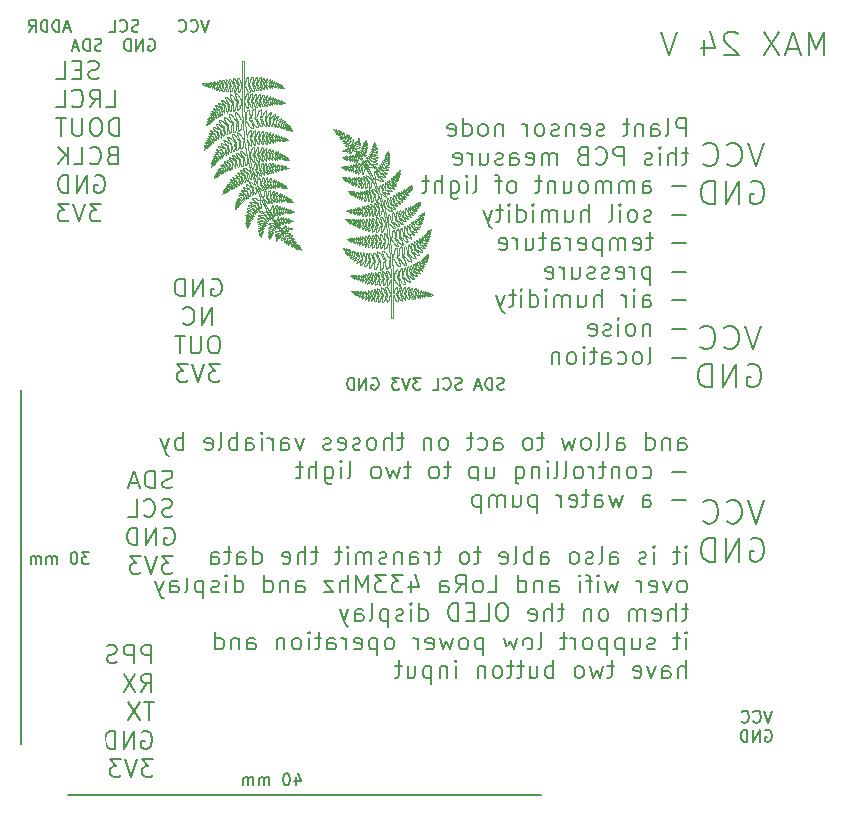
<source format=gbo>
%TF.GenerationSoftware,KiCad,Pcbnew,6.0.2+dfsg-1*%
%TF.CreationDate,2022-06-19T17:26:26+02:00*%
%TF.ProjectId,PlantSensor,506c616e-7453-4656-9e73-6f722e6b6963,3*%
%TF.SameCoordinates,PX5f5e100PY623a7c0*%
%TF.FileFunction,Legend,Bot*%
%TF.FilePolarity,Positive*%
%FSLAX46Y46*%
G04 Gerber Fmt 4.6, Leading zero omitted, Abs format (unit mm)*
G04 Created by KiCad (PCBNEW 6.0.2+dfsg-1) date 2022-06-19 17:26:26*
%MOMM*%
%LPD*%
G01*
G04 APERTURE LIST*
%ADD10C,0.040000*%
%ADD11C,0.150000*%
%ADD12C,0.200000*%
%ADD13R,1.651000X1.651000*%
%ADD14C,1.651000*%
%ADD15R,2.000000X2.000000*%
%ADD16C,2.000000*%
%ADD17C,1.600000*%
%ADD18O,1.600000X1.600000*%
%ADD19R,2.032000X2.032000*%
%ADD20C,2.032000*%
%ADD21C,1.524000*%
%ADD22C,6.400000*%
%ADD23C,0.800000*%
G04 APERTURE END LIST*
D10*
X29188122Y54350504D02*
X29388122Y54650504D01*
X20960584Y52462298D02*
X20952076Y52479394D01*
X21141692Y50297238D02*
X21140104Y50314290D01*
X17368492Y56692748D02*
X17353432Y56687282D01*
X22013212Y57648420D02*
X22012586Y57668392D01*
X18652852Y58682896D02*
X18659120Y58664140D01*
X34012358Y45961958D02*
X34007364Y45980328D01*
X33576466Y43051700D02*
X33584082Y43039212D01*
X21385374Y56891674D02*
X21373490Y56882194D01*
X30761958Y47578844D02*
X30776374Y47583554D01*
X30416730Y51038760D02*
X30427248Y51050272D01*
X30426176Y53410140D02*
X30435796Y53392388D01*
X30957644Y51503490D02*
X30972324Y51507450D01*
X17912158Y56453606D02*
X17913362Y56470682D01*
X22184206Y49595240D02*
X22195632Y49578734D01*
X31518346Y50658552D02*
X31522830Y50639114D01*
X31094146Y48670354D02*
X31092552Y48651354D01*
X33532564Y50339384D02*
X33529694Y50322168D01*
X28308122Y53750504D02*
X28328122Y53750504D01*
X31966164Y54367596D02*
X31947036Y54369066D01*
X29150432Y52414884D02*
X29163814Y52426334D01*
X31788122Y50470504D02*
X31728122Y50470504D01*
X29136662Y55313504D02*
X29150442Y55311646D01*
X19351420Y56806864D02*
X19334138Y56813220D01*
X18827726Y59190398D02*
X18832230Y59203034D01*
X20637976Y59380342D02*
X20645062Y59368434D01*
X21711962Y58671022D02*
X21697964Y58663898D01*
X30838696Y54173404D02*
X30858240Y54171138D01*
X19017936Y52128600D02*
X19021916Y52145280D01*
X21317936Y49008600D02*
X21057936Y48908600D01*
X24117936Y47328600D02*
X24097936Y47088600D01*
X20246628Y61269330D02*
X20246106Y61290052D01*
X34402032Y45587358D02*
X34406634Y45568126D01*
X19698772Y51935158D02*
X19681876Y51939688D01*
X30406066Y53832390D02*
X30410884Y53846880D01*
X33229956Y49257236D02*
X33220290Y49274818D01*
X21461892Y60586720D02*
X21471200Y60575284D01*
X32159774Y51605508D02*
X32154396Y51623216D01*
X19217814Y57426580D02*
X19218460Y57444526D01*
X30892688Y54870990D02*
X30908570Y54877364D01*
X35608122Y43190504D02*
X35548122Y43110504D01*
X20137936Y53408600D02*
X20116848Y53408156D01*
X28997332Y55630336D02*
X29011302Y55613132D01*
X22541074Y54758100D02*
X22542810Y54740964D01*
X22731470Y49632928D02*
X22724580Y49615714D01*
X18319662Y60704110D02*
X18327820Y60715318D01*
X31457540Y53115382D02*
X31474290Y53110932D01*
X31743244Y53629690D02*
X31759864Y53628418D01*
X20557964Y60107400D02*
X20557936Y60128600D01*
X17874694Y58420694D02*
X17886024Y58405002D01*
X30996306Y48841266D02*
X31003092Y48854960D01*
X18378324Y60977614D02*
X18384036Y60959002D01*
X31408200Y49138824D02*
X31400596Y49148896D01*
X32608192Y43475344D02*
X32603056Y43457542D01*
X30163422Y54876564D02*
X30178488Y54881572D01*
X31848122Y54230504D02*
X31548122Y54390504D01*
X19374226Y60810770D02*
X19387876Y60817514D01*
X29570564Y46546638D02*
X29570086Y46561130D01*
X29248122Y44630504D02*
X29228122Y44630504D01*
X18773738Y52608298D02*
X18760126Y52615314D01*
X30085662Y53860026D02*
X30076336Y53869620D01*
X21895208Y49441978D02*
X21886484Y49456506D01*
X33527132Y50252828D02*
X33528226Y50235450D01*
X31745470Y47872568D02*
X31751564Y47853206D01*
X18506862Y58750896D02*
X18506978Y58769082D01*
X21087788Y55290974D02*
X21090014Y55309828D01*
X19705344Y51801000D02*
X19719076Y51787484D01*
X32165020Y43354868D02*
X32157546Y43368552D01*
X22964964Y51504054D02*
X22954722Y51488706D01*
X31333112Y50305430D02*
X31348122Y50310504D01*
X20881014Y53819530D02*
X20884294Y53838644D01*
X34328408Y47200176D02*
X34331766Y47182496D01*
X32470516Y49247734D02*
X32484144Y49241262D01*
X20743364Y53044770D02*
X20737796Y53064568D01*
X22893256Y51393630D02*
X22882058Y51378206D01*
X32887960Y44855310D02*
X32888334Y44874904D01*
X33669166Y46101506D02*
X33679704Y46089672D01*
X17705150Y60654516D02*
X17711522Y60668056D01*
X32055598Y49290964D02*
X32055020Y49274066D01*
X17257936Y58868600D02*
X17265600Y58850642D01*
X29926918Y52267478D02*
X29933410Y52282740D01*
X17937936Y59008600D02*
X17917936Y59028600D01*
X31929934Y53859254D02*
X31944468Y53857982D01*
X34311378Y46603746D02*
X34324818Y46591766D01*
X20851872Y52075512D02*
X20850440Y52092718D01*
X20231158Y59175454D02*
X20227404Y59195208D01*
X22432970Y49139502D02*
X22432070Y49155748D01*
X19172262Y57851608D02*
X19161678Y57860216D01*
X23117936Y52508600D02*
X22937936Y52388600D01*
X20974612Y60791778D02*
X20967068Y60809626D01*
X19449656Y54049528D02*
X19450958Y54064018D01*
X21289396Y58300242D02*
X21292462Y58319256D01*
X32084308Y45382050D02*
X32090678Y45394188D01*
X34561734Y44925396D02*
X34575676Y44917976D01*
X31831038Y49123834D02*
X31819994Y49135834D01*
X33536536Y50166230D02*
X33539102Y50149074D01*
X31705410Y53196824D02*
X31689836Y53208358D01*
X31168894Y51146074D02*
X31172940Y51162398D01*
X18077936Y51828600D02*
X18117936Y51768600D01*
X32528122Y51530504D02*
X32520708Y51514814D01*
X31346536Y48784252D02*
X31352080Y48798762D01*
X17718740Y58793124D02*
X17737936Y58788600D01*
X18474346Y55483256D02*
X18473556Y55498598D01*
X22677936Y48068600D02*
X22677936Y48048600D01*
X30874154Y50006382D02*
X30877792Y50022434D01*
X20111016Y54206452D02*
X20117154Y54221508D01*
X30867718Y44285764D02*
X30873326Y44298246D01*
X30945148Y53115212D02*
X30948012Y53102082D01*
X19883300Y55058178D02*
X19871858Y55070644D01*
X32103260Y52156338D02*
X32116336Y52161494D01*
X33899756Y47206224D02*
X33891506Y47224230D01*
X31432358Y44887332D02*
X31425278Y44899986D01*
X20531470Y59705310D02*
X20535686Y59724866D01*
X33550748Y44408866D02*
X33560612Y44394336D01*
X34224878Y42971352D02*
X34230236Y42956602D01*
X30248122Y55270504D02*
X30248122Y55310504D01*
X30211030Y52873396D02*
X30202888Y52887198D01*
X17990622Y58340270D02*
X17995212Y58356210D01*
X22487020Y49155082D02*
X22499690Y49141250D01*
X34733862Y45668900D02*
X34727648Y45687682D01*
X28608122Y52850504D02*
X28548122Y52690504D01*
X31577288Y42883938D02*
X31573772Y42864354D01*
X20861514Y54209204D02*
X20857936Y54228600D01*
X18163400Y57233640D02*
X18177936Y57248600D01*
X32395580Y48221958D02*
X32394804Y48206958D01*
X31499746Y50736828D02*
X31504498Y50717190D01*
X20527642Y55449264D02*
X20520702Y55435334D01*
X30637046Y51456760D02*
X30651958Y51464046D01*
X31171514Y49052258D02*
X31155782Y49054920D01*
X21224222Y56213546D02*
X21230338Y56200702D01*
X20792798Y60662764D02*
X20798980Y60648802D01*
X21703574Y54941094D02*
X21716816Y54936362D01*
X21343392Y52626446D02*
X21339348Y52613500D01*
X18993280Y52358418D02*
X18990376Y52373978D01*
X34778306Y45174970D02*
X34796998Y45167674D01*
X21346726Y49332488D02*
X21328080Y49334232D01*
X31244320Y53896508D02*
X31226348Y53903888D01*
X32753490Y44106322D02*
X32762630Y44091428D01*
X29478026Y54827766D02*
X29469358Y54840414D01*
X34081076Y43222416D02*
X34065210Y43216000D01*
X21104290Y51651110D02*
X21111618Y51632120D01*
X18785000Y58772856D02*
X18788546Y58787476D01*
X30538112Y45369336D02*
X30549244Y45379152D01*
X18234990Y59418632D02*
X18222640Y59430100D01*
X34520884Y44950316D02*
X34534364Y44941642D01*
X31668816Y46352678D02*
X31677466Y46334886D01*
X30469242Y49062742D02*
X30456896Y49068500D01*
X35268122Y48330504D02*
X35368122Y48110504D01*
X33205264Y49109584D02*
X33221296Y49104110D01*
X18856484Y59249898D02*
X18864296Y59260598D01*
X21245262Y58073882D02*
X21230182Y58071330D01*
X20937858Y61084344D02*
X20942218Y61103950D01*
X31066452Y53761454D02*
X31048122Y53770504D01*
X22000910Y50254428D02*
X21985112Y50258270D01*
X19533796Y55216842D02*
X19539758Y55198860D01*
X20325908Y53983502D02*
X20330936Y53964248D01*
X35253240Y47229268D02*
X35270700Y47229292D01*
X32259664Y51848794D02*
X32276110Y51843056D01*
X21964466Y50887240D02*
X21960218Y50906664D01*
X31992768Y46416178D02*
X31983830Y46433052D01*
X31322598Y50401320D02*
X31335056Y50385710D01*
X18473556Y55498598D02*
X18473498Y55513878D01*
X17514676Y57204768D02*
X17501658Y57212758D01*
X32177122Y50563600D02*
X32192796Y50555096D01*
X19096698Y54821744D02*
X19083206Y54832042D01*
X31788982Y51578260D02*
X31777346Y51595416D01*
X30649732Y51409530D02*
X30645298Y51389456D01*
X21658634Y57929490D02*
X21652190Y57949180D01*
X20442282Y56710636D02*
X20443232Y56730388D01*
X30295552Y52363958D02*
X30298060Y52378472D01*
X30501060Y53558744D02*
X30491470Y53576642D01*
X19995694Y57968180D02*
X19989246Y57955728D01*
X33774358Y43114470D02*
X33766160Y43133104D01*
X31500226Y43438208D02*
X31504070Y43419436D01*
X21704644Y59132992D02*
X21713480Y59121122D01*
X20576712Y57499172D02*
X20570142Y57517998D01*
X28928122Y47890504D02*
X28908122Y47890504D01*
X21807020Y52991328D02*
X21793366Y52981634D01*
X29811202Y46382046D02*
X29810816Y46397922D01*
X31784068Y47593004D02*
X31797894Y47599636D01*
X20601278Y60817372D02*
X20591500Y60835248D01*
X22450954Y50401988D02*
X22444882Y50388416D01*
X32642582Y49662892D02*
X32639826Y49682110D01*
X18990492Y61090996D02*
X18995288Y61071818D01*
X20709074Y56314054D02*
X20697936Y56328600D01*
X33945052Y49772364D02*
X33934728Y49788930D01*
X20490386Y57699322D02*
X20480810Y57716622D01*
X17302102Y58860726D02*
X17286556Y58864378D01*
X33534874Y47958928D02*
X33522228Y47973852D01*
X21779382Y49696808D02*
X21792810Y49681752D01*
X31443414Y42829116D02*
X31447616Y42843824D01*
X18745080Y61293266D02*
X18734142Y61304880D01*
X20798466Y56439302D02*
X20788028Y56432022D01*
X33898648Y45915924D02*
X33913410Y45910340D01*
X20055632Y54127756D02*
X20067284Y54139334D01*
X19373984Y59978888D02*
X19363144Y59992356D01*
X31716066Y48712386D02*
X31720212Y48727730D01*
X19302312Y51155564D02*
X19316202Y51141082D01*
X33928122Y48490504D02*
X33946028Y48495068D01*
X29954976Y47333974D02*
X29962966Y47346066D01*
X21555848Y60800400D02*
X21551106Y60818972D01*
X29244756Y55269552D02*
X29257882Y55259912D01*
X28612050Y55861444D02*
X28593626Y55853036D01*
X17898228Y57563396D02*
X17909648Y57546694D01*
X23386870Y54654530D02*
X23378158Y54638668D01*
X20396562Y50214496D02*
X20416768Y50212038D01*
X31047570Y47228944D02*
X31047246Y47209124D01*
X23197936Y50228600D02*
X23237936Y50468600D01*
X20157936Y49108600D02*
X20017936Y49048600D01*
X20829156Y58269460D02*
X20831304Y58288404D01*
X30471990Y48917950D02*
X30463436Y48899706D01*
X20674230Y51849406D02*
X20680996Y51830222D01*
X18410180Y54490824D02*
X18417140Y54472040D01*
X30982518Y49219318D02*
X30976776Y49232776D01*
X27768122Y56670504D02*
X27968122Y56730504D01*
X19645854Y60774824D02*
X19651726Y60791852D01*
X17571090Y58152254D02*
X17586790Y58140056D01*
X30036038Y53640626D02*
X30042190Y53653458D01*
X31708122Y53790504D02*
X31716518Y53804206D01*
X20156772Y49446932D02*
X20138004Y49445150D01*
X22664096Y54517634D02*
X22677936Y54508600D01*
X18308168Y55311716D02*
X18314980Y55292442D01*
X33029382Y44096590D02*
X33026004Y44117472D01*
X20139938Y51764382D02*
X20148008Y51776842D01*
X32984804Y44279878D02*
X32977642Y44298764D01*
X20927778Y50407056D02*
X20940058Y50391416D01*
X21057936Y49828600D02*
X21057936Y49788600D01*
X34537840Y45177034D02*
X34521134Y45185798D01*
X20654014Y50372326D02*
X20657936Y50388600D01*
X30948312Y46586636D02*
X30936994Y46595614D01*
X18315646Y55067160D02*
X18312096Y55082774D01*
X31653744Y49483582D02*
X31647108Y49497698D01*
X31843546Y43536382D02*
X31846998Y43517436D01*
X34341318Y47098214D02*
X34341336Y47082374D01*
X19153728Y59556812D02*
X19142892Y59569312D01*
X19370584Y60718358D02*
X19365048Y60699578D01*
X19119410Y58458864D02*
X19116906Y58440924D01*
X19940596Y53577514D02*
X19955196Y53563210D01*
X32788122Y52470504D02*
X32778592Y52489498D01*
X20976148Y53366274D02*
X20970392Y53385510D01*
X30629930Y50490238D02*
X30636130Y50471222D01*
X29845552Y53297174D02*
X29861644Y53304788D01*
X31112304Y47653534D02*
X31097402Y47657464D01*
X18157100Y61209298D02*
X18147118Y61220792D01*
X23097936Y48168600D02*
X22917936Y48548600D01*
X30566962Y42915468D02*
X30575510Y42928272D01*
X19150628Y53985872D02*
X19149548Y54004430D01*
X20727026Y56409938D02*
X20712848Y56408690D01*
X20974674Y53852438D02*
X20970710Y53838358D01*
X31535352Y49639334D02*
X31522292Y49648024D01*
X30345606Y44033802D02*
X30361964Y44038086D01*
X18855842Y59384696D02*
X18837608Y59391600D01*
X31398312Y47359746D02*
X31394712Y47339794D01*
X29128122Y49450504D02*
X29088122Y49270504D01*
X32026464Y49230084D02*
X32024610Y49249690D01*
X21158722Y49341568D02*
X21140924Y49339514D01*
X21826712Y50008384D02*
X21825040Y50021334D01*
X32055804Y49308204D02*
X32055598Y49290964D01*
X30611932Y47823830D02*
X30606366Y47838094D01*
X30816806Y43206068D02*
X30811162Y43220104D01*
X22746794Y49665348D02*
X22738848Y49649516D01*
X18644954Y54044498D02*
X18650208Y54059288D01*
X33241138Y46998374D02*
X33236320Y47017698D01*
X19548298Y57070156D02*
X19556558Y57082372D01*
X33679080Y45230022D02*
X33679498Y45211696D01*
X34124840Y44694414D02*
X34113762Y44710330D01*
X30397976Y48954322D02*
X30407438Y48963238D01*
X30734406Y51952330D02*
X30740486Y51933078D01*
X18346192Y60736188D02*
X18356516Y60745768D01*
X21305524Y59372952D02*
X21311610Y59359542D01*
X30967486Y50435876D02*
X30976226Y50417666D01*
X32211788Y50949122D02*
X32204644Y50967754D01*
X24597936Y47128600D02*
X24477936Y47088600D01*
X30513264Y49797708D02*
X30523150Y49809060D01*
X31918276Y53338196D02*
X31935064Y53341122D01*
X22396290Y58358606D02*
X22383530Y58348352D01*
X30468362Y46547242D02*
X30468560Y46526824D01*
X33654910Y44277308D02*
X33670120Y44263360D01*
X33521016Y42944462D02*
X33516700Y42963298D01*
X34274814Y48146032D02*
X34267104Y48163602D01*
X30549538Y53469526D02*
X30539790Y53487340D01*
X33039208Y49715146D02*
X33035300Y49700762D01*
X19338060Y60526462D02*
X19337032Y60506858D01*
X22029286Y58086198D02*
X22039128Y58103482D01*
X16817936Y55888600D02*
X16997936Y55768600D01*
X20409368Y50372434D02*
X20392362Y50374556D01*
X22371134Y58337480D02*
X22359080Y58326046D01*
X34144826Y46222104D02*
X34161822Y46210532D01*
X21990272Y54225564D02*
X21976964Y54216312D01*
X32762520Y43727312D02*
X32748204Y43716506D01*
X32859222Y46569118D02*
X32858920Y46588078D01*
X30448686Y48863304D02*
X30442414Y48845104D01*
X20370902Y60288184D02*
X20367610Y60307884D01*
X30605916Y50587614D02*
X30609836Y50567846D01*
X30400148Y47289708D02*
X30398510Y47269696D01*
X32535920Y49209156D02*
X32548294Y49199788D01*
X18439634Y56754970D02*
X18444612Y56768110D01*
X19510320Y51655970D02*
X19522880Y51640496D01*
X33146866Y44244000D02*
X33154614Y44227680D01*
X17657936Y59348600D02*
X17663242Y59332800D01*
X28628122Y54650504D02*
X28608122Y54450504D01*
X31585616Y52725692D02*
X31606638Y52727940D01*
X29488122Y44770504D02*
X29488122Y44590504D01*
X33063010Y49198980D02*
X33076086Y49188018D01*
X18778712Y52746504D02*
X18790854Y52731138D01*
X34468122Y49510504D02*
X34588122Y49230504D01*
X20928806Y56101216D02*
X20934208Y56087198D01*
X18241984Y58098016D02*
X18226048Y58101626D01*
X19123598Y60328958D02*
X19133270Y60341472D01*
X33714728Y45402324D02*
X33706954Y45386300D01*
X32180810Y43328142D02*
X32172762Y43341388D01*
X18615104Y58287274D02*
X18618706Y58268976D01*
X34036686Y50025242D02*
X34022304Y50038666D01*
X19114032Y58819814D02*
X19119510Y58833816D01*
X18747728Y54669622D02*
X18732456Y54677112D01*
X30816638Y51228190D02*
X30818772Y51243336D01*
X33603994Y45006110D02*
X33602480Y45025752D01*
X31175520Y53164480D02*
X31168122Y53150504D01*
X33703286Y44637134D02*
X33690688Y44651928D01*
X19624894Y57282312D02*
X19627432Y57298082D01*
X17337936Y54408600D02*
X17137936Y54428600D01*
X30214704Y45995024D02*
X30201914Y45979214D01*
X19554178Y61176288D02*
X19547826Y61192490D01*
X31170754Y50493344D02*
X31161314Y50506812D01*
X32734688Y49861188D02*
X32735516Y49846238D01*
X33053506Y44416574D02*
X33063394Y44402708D01*
X21565726Y54697856D02*
X21570600Y54682264D01*
X32748566Y49670272D02*
X32748576Y49656408D01*
X31939904Y42792158D02*
X31939406Y42771350D01*
X32995604Y44781176D02*
X32992222Y44767272D01*
X34651720Y48609258D02*
X34668122Y48610504D01*
X33207652Y42849996D02*
X33203994Y42869460D01*
X29642882Y52960988D02*
X29634078Y52973572D01*
X30245422Y51620016D02*
X30238166Y51634516D01*
X21704130Y57712786D02*
X21701638Y57732560D01*
X29712608Y54012972D02*
X29707488Y54026924D01*
X22292818Y55353560D02*
X22279668Y55346526D01*
X30871408Y51592312D02*
X30857854Y51599632D01*
X32475318Y44244516D02*
X32476666Y44264210D01*
X34241114Y48641452D02*
X34223356Y48649896D01*
X30528122Y49010504D02*
X30514982Y48991740D01*
X31390214Y42648524D02*
X31395688Y42663104D01*
X18483010Y59010392D02*
X18481424Y59028600D01*
X19712120Y59008600D02*
X19712000Y58988634D01*
X18917936Y57668600D02*
X18901562Y57665682D01*
X19843428Y53291936D02*
X19861132Y53283280D01*
X20901196Y59948282D02*
X20900808Y59968328D01*
X32214240Y52426452D02*
X32206760Y52444484D01*
X29437004Y48802482D02*
X29450860Y48809776D01*
X19552690Y54529322D02*
X19548316Y54510018D01*
X21146162Y56127424D02*
X21141542Y56146804D01*
X34168122Y45090504D02*
X34028122Y45570504D01*
X21491372Y50797244D02*
X21500796Y50779280D01*
X35108122Y43170504D02*
X35168122Y43370504D01*
X31193592Y44265588D02*
X31198800Y44279026D01*
X20250320Y59035170D02*
X20248324Y59055468D01*
X32301680Y43113874D02*
X32314432Y43122452D01*
X21295736Y52536418D02*
X21286752Y52527762D01*
X31337408Y51854948D02*
X31336952Y51837902D01*
X28728122Y55370504D02*
X28588122Y55510504D01*
X30433868Y52476290D02*
X30433262Y52456774D01*
X19060164Y52733968D02*
X19043834Y52738402D01*
X22159998Y56202758D02*
X22166114Y56188500D01*
X30272968Y52941584D02*
X30280542Y52923402D01*
X31746548Y47030080D02*
X31747356Y47010270D01*
X19352442Y52414382D02*
X19365336Y52398946D01*
X19638868Y60984978D02*
X19630320Y60999958D01*
X28508122Y52890504D02*
X28468122Y52750504D01*
X30474484Y46365732D02*
X30475996Y46345824D01*
X33232326Y43282088D02*
X33224722Y43270910D01*
X34487056Y43358348D02*
X34480908Y43344588D01*
X33274116Y44859302D02*
X33275858Y44879250D01*
X29275350Y49406338D02*
X29265702Y49418750D01*
X32848192Y43750536D02*
X32848122Y43770504D01*
X30887786Y45268900D02*
X30888032Y45249648D01*
X19363136Y54605680D02*
X19349650Y54612176D01*
X30662242Y46469670D02*
X30655772Y46483266D01*
X30013576Y53977480D02*
X30008026Y53991006D01*
X20303386Y52060040D02*
X20320546Y52053764D01*
X32709926Y44183098D02*
X32718452Y44167494D01*
X29168122Y44630504D02*
X29148122Y44630504D01*
X18650208Y54059288D02*
X18656758Y54073790D01*
X20595506Y52094936D02*
X20604224Y52104154D01*
X21405990Y61262456D02*
X21401078Y61248756D01*
X20275050Y60699576D02*
X20266882Y60716818D01*
X31296514Y53870042D02*
X31279422Y53879560D01*
X30690086Y46398404D02*
X30685028Y46413010D01*
X33442512Y45321718D02*
X33434544Y45308948D01*
X22117566Y49131024D02*
X22101410Y49131472D01*
X18097936Y51888600D02*
X18157936Y51808600D01*
X32896536Y45560020D02*
X32909214Y45548926D01*
X19829764Y51708556D02*
X19847058Y51699486D01*
X17378446Y57269996D02*
X17363770Y57273740D01*
X20622286Y61214312D02*
X20623794Y61234410D01*
X31718770Y45017850D02*
X31707478Y45026370D01*
X22830998Y49010166D02*
X22843390Y49000760D01*
X20376916Y60720300D02*
X20383936Y60708602D01*
X33475688Y42672668D02*
X33488606Y42662812D01*
X32715936Y51207770D02*
X32711234Y51227102D01*
X29128122Y44490504D02*
X29228122Y44590504D01*
X33268122Y46330504D02*
X33284496Y46333422D01*
X20940058Y50391416D02*
X20952666Y50376096D01*
X21508694Y53297026D02*
X21521746Y53286770D01*
X19584228Y57134472D02*
X19589934Y57148232D01*
X28732266Y56573380D02*
X28728122Y56590504D01*
X35668122Y48310504D02*
X35568122Y48410504D01*
X27648122Y57070504D02*
X27628122Y57070504D01*
X18341092Y56098232D02*
X18326398Y56107280D01*
X30764626Y44888058D02*
X30755082Y44899640D01*
X33944444Y44870600D02*
X33926620Y44880834D01*
X21869230Y50389318D02*
X21860850Y50405354D01*
X21922608Y56647016D02*
X21915950Y56632312D01*
X31251850Y47911906D02*
X31246440Y47925980D01*
X30108096Y52213290D02*
X30110866Y52193258D01*
X30908122Y55350504D02*
X31108122Y55410504D01*
X19649154Y59456422D02*
X19659262Y59443034D01*
X33870192Y45928852D02*
X33884248Y45922104D01*
X20637850Y59676266D02*
X20631098Y59663432D01*
X30994668Y49193228D02*
X30988470Y49206124D01*
X31172708Y49605686D02*
X31162584Y49615092D01*
X19202872Y59515412D02*
X19189630Y59524332D01*
X21817936Y59048600D02*
X21757936Y59488600D01*
X34187834Y43325960D02*
X34180358Y43313148D01*
X30014892Y47452636D02*
X30021114Y47466216D01*
X22252522Y49496996D02*
X22263802Y49480808D01*
X17553366Y57180234D02*
X17540514Y57188452D01*
X31661696Y44522198D02*
X31647950Y44527726D01*
X19627518Y59566192D02*
X19616062Y59581112D01*
X18986386Y52419406D02*
X18987152Y52434080D01*
X22817936Y54548600D02*
X22797936Y54808600D01*
X30126806Y47991060D02*
X30126560Y47971390D01*
X22375558Y57585320D02*
X22375878Y57569502D01*
X29348122Y55530504D02*
X29368100Y55530020D01*
X19833386Y54651440D02*
X19843066Y54661280D01*
X21764972Y57818812D02*
X21769356Y57804414D01*
X23723008Y48333364D02*
X23705582Y48335778D01*
X21678794Y55950580D02*
X21688740Y55938858D01*
X18158068Y60374712D02*
X18168546Y60384176D01*
X18914088Y54906128D02*
X18896264Y54907896D01*
X31494926Y50756506D02*
X31499746Y50736828D01*
X29553350Y46643032D02*
X29547386Y46655566D01*
X30148122Y55850504D02*
X30148122Y55890504D01*
X32801588Y44033964D02*
X32812074Y44020216D01*
X21588948Y53640916D02*
X21597468Y53629876D01*
X32264282Y51179462D02*
X32267510Y51161922D01*
X35025418Y45536512D02*
X35045042Y45532848D01*
X31241136Y51951368D02*
X31232996Y51969884D01*
X21214414Y58069560D02*
X21197936Y58068600D01*
X31431860Y43255480D02*
X31425068Y43268422D01*
X32968698Y46626986D02*
X32968738Y46608764D01*
X20794688Y50199156D02*
X20809484Y50186054D01*
X22595956Y50981072D02*
X22609556Y50971696D01*
X33499752Y43434862D02*
X33502016Y43453984D01*
X32720860Y47710416D02*
X32711070Y47727734D01*
X21327698Y60870780D02*
X21335854Y60858844D01*
X31420616Y49630392D02*
X31424012Y49610704D01*
X21846050Y59578712D02*
X21834064Y59570998D01*
X21744986Y59088798D02*
X21757362Y59079270D01*
X21289834Y56048768D02*
X21295608Y56034978D01*
X30123264Y49068266D02*
X30118680Y49086376D01*
X21157930Y59604466D02*
X21166574Y59622618D01*
X32989464Y48967572D02*
X32983382Y48986536D01*
X32228450Y46089672D02*
X32237944Y46100294D01*
X22843818Y54844722D02*
X22855834Y54859786D01*
X30202680Y54241490D02*
X30211746Y54229474D01*
X20577070Y54435242D02*
X20585928Y54423076D01*
X32845712Y50092724D02*
X32837012Y50111570D01*
X29763838Y52537634D02*
X29773712Y52547182D01*
X34742052Y47404840D02*
X34733046Y47423032D01*
X21987864Y59801304D02*
X21979536Y59788530D01*
X33144742Y45287910D02*
X33134254Y45277676D01*
X22362836Y57902164D02*
X22347732Y57897324D01*
X31480474Y49958978D02*
X31484640Y49973836D01*
X32127476Y49106120D02*
X32141882Y49095894D01*
X20506238Y59434180D02*
X20497452Y59452436D01*
X31910836Y43050928D02*
X31921654Y43059104D01*
X21929396Y56661686D02*
X21922608Y56647016D01*
X22832284Y48627786D02*
X22835880Y48610250D01*
X22069376Y49130558D02*
X22053580Y49128914D01*
X30961836Y47785558D02*
X30955720Y47798402D01*
X19699710Y59342374D02*
X19703598Y59323048D01*
X19659178Y56481834D02*
X19650598Y56495348D01*
X17622920Y56819650D02*
X17629658Y56834176D01*
X30168122Y47610504D02*
X30088122Y47150504D01*
X19482178Y61328986D02*
X19473196Y61342498D01*
X33635918Y43508480D02*
X33631114Y43493944D01*
X18317936Y52248600D02*
X18457936Y52108600D01*
X20321218Y52280680D02*
X20306968Y52290816D01*
X22497936Y60848600D02*
X22617936Y60628600D01*
X32588122Y48570504D02*
X32571262Y48562156D01*
X21060900Y55159958D02*
X21066128Y55178654D01*
X33808122Y43710504D02*
X33791832Y43704344D01*
X30311214Y54100598D02*
X30318874Y54088812D01*
X32407552Y49556408D02*
X32408404Y49542574D01*
X21360934Y49650046D02*
X21379764Y49645356D01*
X22456696Y51240162D02*
X22463116Y51225762D01*
X21140924Y49339514D02*
X21123566Y49336498D01*
X30926334Y52943978D02*
X30918620Y52932926D01*
X31448970Y52968760D02*
X31432852Y52980354D01*
X22194290Y49966876D02*
X22199748Y49953076D01*
X19061562Y60871720D02*
X19046066Y60875814D01*
X33904780Y44188898D02*
X33901062Y44207438D01*
X30915978Y50157606D02*
X30921826Y50170708D01*
X22130996Y55114234D02*
X22124730Y55101288D01*
X18153948Y56929460D02*
X18148054Y56946362D01*
X31973060Y43085572D02*
X31988122Y43090504D01*
X31540132Y50562042D02*
X31544304Y50542966D01*
X33519500Y45619472D02*
X33535860Y45616208D01*
X21244226Y59607214D02*
X21233794Y59599620D01*
X34127914Y46611200D02*
X34112240Y46622686D01*
X17337936Y54428600D02*
X17337936Y54408600D01*
X33541664Y50132008D02*
X33544122Y50115048D01*
X21548096Y51707246D02*
X21545032Y51689070D01*
X17850014Y59285778D02*
X17835560Y59294492D01*
X31953118Y42567178D02*
X31956358Y42547624D01*
X29614804Y54730648D02*
X29599636Y54732928D01*
X30440518Y47581356D02*
X30455414Y47585510D01*
X19612480Y57220736D02*
X19615974Y57235874D01*
X21186678Y53985764D02*
X21186438Y54007084D01*
X30464182Y45719782D02*
X30459618Y45700946D01*
X32048122Y49210504D02*
X32028122Y49210504D01*
X20285302Y60956924D02*
X20275222Y60948176D01*
X18327820Y60715318D02*
X18336646Y60726024D01*
X31122116Y45454070D02*
X31126634Y45467106D01*
X32967598Y46554578D02*
X32966608Y46536794D01*
X20069722Y51837610D02*
X20056030Y51834010D01*
X19278290Y61429962D02*
X19278676Y61410494D01*
X30525244Y48023620D02*
X30516556Y48036300D01*
X30548122Y46010504D02*
X30533520Y46019986D01*
X33999850Y47955780D02*
X33991006Y47973742D01*
X21261040Y49566172D02*
X21246742Y49567386D01*
X21730706Y51737134D02*
X21726102Y51756450D01*
X19252046Y59614520D02*
X19262448Y59599468D01*
X31463504Y49331872D02*
X31467452Y49314120D01*
X33248122Y49750504D02*
X33108122Y50230504D01*
X31548208Y44322838D02*
X31554960Y44335672D01*
X31341922Y47737016D02*
X31333570Y47747046D01*
X30989758Y48827186D02*
X30996306Y48841266D01*
X21203224Y52507936D02*
X21207692Y52527314D01*
X31788070Y50283948D02*
X31785152Y50303576D01*
X34461548Y48816756D02*
X34443418Y48824752D01*
X31128122Y54210504D02*
X31110562Y54220700D01*
X19112534Y57909286D02*
X19103348Y57920150D01*
X19182634Y57051522D02*
X19189122Y57069598D01*
X21749198Y56340884D02*
X21763112Y56335434D01*
X31960166Y47192202D02*
X31967364Y47208376D01*
X31972874Y43682798D02*
X31961360Y43692148D01*
X29273308Y48969202D02*
X29270568Y48949608D01*
X21824524Y50047850D02*
X21825788Y50061444D01*
X32625570Y42839104D02*
X32631880Y42822816D01*
X21539472Y51631428D02*
X21538604Y51611094D01*
X33551540Y45259308D02*
X33545538Y45278372D01*
X32187480Y42894308D02*
X32190112Y42908628D01*
X33538518Y47615144D02*
X33550888Y47608896D01*
X17897936Y57048600D02*
X17898772Y57027904D01*
X31669960Y45642764D02*
X31671010Y45661000D01*
X21068176Y51103678D02*
X21050488Y51109288D01*
X18157936Y58428600D02*
X18197936Y58428600D01*
X19861122Y52168096D02*
X19845082Y52170078D01*
X21426110Y56916078D02*
X21411642Y56908654D01*
X33430930Y48562324D02*
X33432838Y48543176D01*
X31188122Y51650504D02*
X31173862Y51662358D01*
X22105240Y52956752D02*
X22090718Y52949510D01*
X20390902Y58018582D02*
X20374830Y58009724D01*
X17340486Y56721870D02*
X17359240Y56716576D01*
X23237936Y52288600D02*
X23297936Y52388600D01*
X21453426Y55317104D02*
X21455774Y55336900D01*
X33193054Y47928868D02*
X33204688Y47922426D01*
X30099352Y46220160D02*
X30096072Y46234060D01*
X21188966Y59497324D02*
X21202938Y59490446D01*
X30122620Y54442994D02*
X30122868Y54427824D01*
X29630942Y54729810D02*
X29614804Y54730648D01*
X30486792Y45793810D02*
X30480450Y45775516D01*
X30480450Y45775516D02*
X30474578Y45757074D01*
X20432358Y56612808D02*
X20435118Y56632226D01*
X21639616Y55383798D02*
X21631656Y55370218D01*
X28243504Y55316868D02*
X28225800Y55304380D01*
X33310252Y47833416D02*
X33320100Y47822824D01*
X19686138Y60556242D02*
X19687264Y60536084D01*
X19812740Y51718172D02*
X19829764Y51708556D01*
X18604888Y59634098D02*
X18594044Y59648830D01*
X28448122Y53870504D02*
X28388122Y53970504D01*
X22516762Y48977434D02*
X22506668Y48989710D01*
X18280008Y57540392D02*
X18267472Y57550494D01*
X32771936Y51236134D02*
X32769476Y51220958D01*
X19544910Y56016322D02*
X19540626Y55997340D01*
X21377936Y57348600D02*
X21377852Y57369148D01*
X28668122Y46950504D02*
X28548122Y46830504D01*
X20428090Y56165102D02*
X20421384Y56184136D01*
X22901130Y48972754D02*
X22917936Y48968600D01*
X31935974Y47145768D02*
X31944504Y47160870D01*
X20488622Y55826586D02*
X20488262Y55846658D01*
X32820786Y46914442D02*
X32818324Y46933832D01*
X21662872Y49778238D02*
X21660108Y49794472D01*
X19335470Y60408082D02*
X19335656Y60388210D01*
X21824832Y49537190D02*
X21813620Y49549898D01*
X20509778Y59481640D02*
X20524362Y59476906D01*
X20317936Y49768600D02*
X20037936Y49728600D01*
X21337278Y54087992D02*
X21332354Y54072480D01*
X29168122Y44750504D02*
X29168122Y44630504D01*
X28808122Y47650504D02*
X28868122Y47730504D01*
X30409226Y43438822D02*
X30395706Y43448026D01*
X31187376Y51317126D02*
X31187634Y51334968D01*
X31626522Y53251770D02*
X31610266Y53261708D01*
X22053580Y49128914D02*
X22037986Y49126288D01*
X16904242Y56750460D02*
X16911840Y56732992D01*
X18802862Y58909576D02*
X18803464Y58925196D01*
X19516742Y56170678D02*
X19496644Y56173950D01*
X23297936Y48688600D02*
X23317936Y48948600D01*
X28652060Y56288540D02*
X28657106Y56302558D01*
X20867930Y56230464D02*
X20875090Y56218974D01*
X21476936Y59058636D02*
X21490640Y59050012D01*
X16517936Y60988600D02*
X16337936Y60968600D01*
X32874848Y46207490D02*
X32889478Y46205068D01*
X31447616Y42843824D02*
X31451960Y42858320D01*
X30776684Y48447120D02*
X30789856Y48456542D01*
X32204644Y50967754D02*
X32197030Y50986180D01*
X35281816Y47248644D02*
X35274218Y47266112D01*
X30653944Y47483722D02*
X30660744Y47494988D01*
X21569268Y60725474D02*
X21566664Y60744328D01*
X21293012Y53270040D02*
X21290982Y53290292D01*
X17976560Y55563008D02*
X17962160Y55570448D01*
X34493324Y48417796D02*
X34481078Y48433438D01*
X31073632Y53371244D02*
X31062562Y53388254D01*
X21397936Y48228600D02*
X21397936Y48248600D01*
X32570084Y46763230D02*
X32566868Y46747910D01*
X20106822Y61441944D02*
X20096966Y61431416D01*
X31149546Y53706438D02*
X31133994Y53718642D01*
X31362134Y48017500D02*
X31364466Y47997248D01*
X17718218Y60681296D02*
X17725328Y60694162D01*
X31239784Y47277548D02*
X31245898Y47293524D01*
X21306842Y59688686D02*
X21300626Y59676860D01*
X28593626Y55853036D02*
X28575506Y55844084D01*
X21480548Y55852652D02*
X21497936Y55848600D01*
X33941524Y44899494D02*
X33957704Y44902090D01*
X32412592Y49266130D02*
X32427630Y49262740D01*
X33506546Y43511810D02*
X33507424Y43531244D01*
X31462276Y49676492D02*
X31445154Y49681906D01*
X32576536Y44711574D02*
X32573518Y44692654D01*
X28988122Y49070504D02*
X29188122Y49210504D01*
X30729426Y47668966D02*
X30717046Y47675866D01*
X18440290Y61261182D02*
X18428476Y61270320D01*
X20835336Y58383996D02*
X20834960Y58403258D01*
X30127474Y47893506D02*
X30128454Y47874244D01*
X31009850Y48130530D02*
X31010700Y48110464D01*
X21831932Y57535504D02*
X21837554Y57521438D01*
X31736484Y53173262D02*
X31720948Y53185110D01*
X21486432Y57630260D02*
X21491114Y57615430D01*
X20416698Y56536082D02*
X20421356Y56555108D01*
X28844836Y56398628D02*
X28828896Y56387272D01*
X30732514Y50225222D02*
X30748122Y50230504D01*
X20475866Y52194956D02*
X20461850Y52199592D01*
X22615402Y57630514D02*
X22617050Y57616036D01*
X19569998Y55562348D02*
X19574142Y55542840D01*
X31741866Y47169404D02*
X31742254Y47149480D01*
X28788122Y47850504D02*
X28768122Y47790504D01*
X23455176Y54586818D02*
X23449970Y54568748D01*
X32343076Y50753514D02*
X32356602Y50755794D01*
X33009722Y48383726D02*
X33006046Y48403236D01*
X20870566Y53621154D02*
X20885746Y53615894D01*
X30704932Y54403296D02*
X30717654Y54411422D01*
X21588402Y56656466D02*
X21583876Y56643002D01*
X20080384Y51878714D02*
X20098970Y51873070D01*
X18034296Y60883426D02*
X18025340Y60894120D01*
X19317446Y59398080D02*
X19330158Y59402360D01*
X20578468Y51556602D02*
X20585606Y51569488D01*
X21860210Y53331226D02*
X21877936Y53328600D01*
X19554032Y55641296D02*
X19557870Y55621444D01*
X18824138Y60368932D02*
X18831472Y60380798D01*
X20452374Y58074702D02*
X20442388Y58062032D01*
X21218522Y59908864D02*
X21218732Y59928654D01*
X22090416Y50148024D02*
X22100396Y50139078D01*
X19294680Y60953332D02*
X19285850Y60963406D01*
X19169394Y53142760D02*
X19179930Y53125932D01*
X23341222Y47600476D02*
X23357162Y47611832D01*
X19186240Y54742618D02*
X19173822Y54754298D01*
X18798454Y60335978D02*
X18807674Y60346490D01*
X30510644Y46128636D02*
X30515828Y46108966D01*
X18521792Y55588002D02*
X18524180Y55568152D01*
X33811258Y44195104D02*
X33830450Y44189906D01*
X32143532Y54456294D02*
X32156376Y54471862D01*
X23017936Y54048600D02*
X22837936Y53868600D01*
X35436630Y46534386D02*
X35424552Y46520820D01*
X21401132Y57884590D02*
X21407298Y57872406D01*
X19381728Y53891064D02*
X19392044Y53902810D01*
X17967242Y55750722D02*
X17978696Y55734576D01*
X18527086Y55548470D02*
X18530498Y55528950D01*
X31827606Y50141522D02*
X31823528Y50154820D01*
X17807900Y58558494D02*
X17813558Y58540320D01*
X22147644Y51467016D02*
X22137760Y51456096D01*
X30111960Y47678998D02*
X30100120Y47687694D01*
X17869148Y58928994D02*
X17854560Y58933736D01*
X33262806Y43343888D02*
X33257568Y43330848D01*
X20322988Y50384738D02*
X20305424Y50387194D01*
X22097936Y48208600D02*
X22097936Y48228600D01*
X21006886Y57543748D02*
X21001548Y57562690D01*
X32288534Y51058030D02*
X32291626Y51041026D01*
X30303214Y52407420D02*
X30305966Y52421800D01*
X18969544Y60738898D02*
X18978402Y60749100D01*
X19383552Y60755590D02*
X19376742Y60737030D01*
X21517936Y48608600D02*
X21337936Y48828600D01*
X32102038Y51163236D02*
X32091362Y51180622D01*
X30654986Y51429722D02*
X30649732Y51409530D01*
X32011236Y45298826D02*
X32022750Y45307738D01*
X21146920Y50577688D02*
X21159246Y50561562D01*
X19002452Y58067582D02*
X18994340Y58080624D01*
X31455806Y48193302D02*
X31443124Y48204362D01*
X32611308Y48893388D02*
X32603258Y48912320D01*
X19221018Y58490168D02*
X19205664Y58498956D01*
X30683194Y49128066D02*
X30676822Y49140550D01*
X34161616Y47328542D02*
X34151394Y47346100D01*
X33050108Y49210194D02*
X33063010Y49198980D01*
X22737936Y60608600D02*
X22737936Y60768600D01*
X33044954Y50804234D02*
X33036084Y50821836D01*
X20834960Y58403258D02*
X20834244Y58422560D01*
X28922486Y55095872D02*
X28932168Y55109768D01*
X21164350Y52157148D02*
X21174988Y52142912D01*
X19741846Y58308638D02*
X19743034Y58288624D01*
X30290042Y45695218D02*
X30297484Y45709238D01*
X18355608Y59809198D02*
X18336268Y59814118D01*
X33932892Y42982706D02*
X33938628Y42968394D01*
X33189348Y51656428D02*
X33192778Y51640686D01*
X21237936Y58008600D02*
X21252776Y58005798D01*
X31327884Y52255840D02*
X31323046Y52240462D01*
X17824436Y56454732D02*
X17838476Y56440476D01*
X31228122Y42470504D02*
X31243896Y42477204D01*
X19537736Y55741188D02*
X19540506Y55721164D01*
X32752188Y48079054D02*
X32750168Y48062132D01*
X22210428Y49775662D02*
X22199090Y49793084D01*
X22797660Y49042730D02*
X22808198Y49031240D01*
X19677936Y60928600D02*
X19667358Y60942096D01*
X20994140Y60737170D02*
X20988130Y60755542D01*
X16917936Y57828600D02*
X16737936Y57828600D01*
X18958950Y61347876D02*
X18959702Y61327724D01*
X20502348Y56508568D02*
X20494834Y56495856D01*
X20793442Y50870230D02*
X20777564Y50872828D01*
X18626604Y58231510D02*
X18630910Y58212414D01*
X31925438Y45255794D02*
X31941850Y45261646D01*
X18677890Y60288960D02*
X18677936Y60268600D01*
X19085296Y55427712D02*
X19089896Y55447062D01*
X21278564Y52027252D02*
X21291724Y52016594D01*
X22237936Y54908600D02*
X22477936Y54528600D01*
X34252562Y46484916D02*
X34240126Y46500668D01*
X21376716Y52232242D02*
X21367348Y52249816D01*
X20791346Y56659310D02*
X20794468Y56679392D01*
X30812706Y48086428D02*
X30802024Y48096260D01*
X20689510Y60542044D02*
X20685832Y60560896D01*
X18809408Y59093802D02*
X18810876Y59108340D01*
X20120056Y49442288D02*
X20102936Y49438068D01*
X34768122Y50870504D02*
X34768122Y50890504D01*
X32518626Y51279936D02*
X32522264Y51262944D01*
X34746202Y45610516D02*
X34743168Y45630278D01*
X30481778Y52165972D02*
X30487988Y52146976D01*
X18017936Y54188600D02*
X18023468Y54169322D01*
X21437504Y49634550D02*
X21457216Y49632112D01*
X22014836Y53832102D02*
X21997936Y53828600D01*
X30172688Y46390622D02*
X30172580Y46370652D01*
X21706356Y57692984D02*
X21704130Y57712786D01*
X23681470Y48620598D02*
X23701524Y48619748D01*
X19937936Y53208600D02*
X19940154Y53187674D01*
X19092172Y54545812D02*
X19105890Y54531082D01*
X22458374Y58210306D02*
X22464218Y58229302D01*
X17948950Y60562000D02*
X17954738Y60576258D01*
X18549156Y57102642D02*
X18553972Y57083818D01*
X18874384Y60486828D02*
X18878438Y60500976D01*
X31780428Y45970824D02*
X31795156Y45980522D01*
X30716012Y45680984D02*
X30721806Y45694870D01*
X31816396Y50402982D02*
X31831378Y50407788D01*
X31588122Y45070504D02*
X31589682Y45050270D01*
X34243766Y49038228D02*
X34232268Y49054906D01*
X29368122Y56110504D02*
X29468122Y55970504D01*
X31582180Y52256788D02*
X31584484Y52241516D01*
X33227234Y47907920D02*
X33238180Y47899928D01*
X20450390Y60566276D02*
X20456130Y60552810D01*
X18677936Y52268600D02*
X18877936Y52028600D01*
X30940382Y53851336D02*
X30958160Y53852674D01*
X21920170Y51761858D02*
X21915626Y51748466D01*
X17439856Y58388588D02*
X17442890Y58368826D01*
X32507210Y43265942D02*
X32506722Y43285142D01*
X18746194Y55531730D02*
X18744854Y55550350D01*
X29952070Y47953428D02*
X29942812Y47966308D01*
X20577936Y53668600D02*
X20317936Y54908600D01*
X19592564Y59191944D02*
X19596262Y59211116D01*
X21689380Y54944748D02*
X21703574Y54941094D01*
X33423102Y48657940D02*
X33424264Y48638920D01*
X17971470Y57815774D02*
X17953314Y57822594D01*
X21717216Y57492626D02*
X21716834Y57512906D01*
X30394010Y42619238D02*
X30407144Y42630364D01*
X34222322Y45678356D02*
X34208122Y45690504D01*
X18460392Y54380906D02*
X18470744Y54363536D01*
X29578954Y45872308D02*
X29589948Y45882988D01*
X31594558Y43163856D02*
X31605018Y43146028D01*
X18659120Y58664140D02*
X18665410Y58645500D01*
X31508536Y48993608D02*
X31522298Y48998994D01*
X30190134Y54115654D02*
X30179694Y54132986D01*
X21297936Y61488600D02*
X21281014Y61484014D01*
X22060490Y53398876D02*
X22074014Y53391058D01*
X17477936Y57548600D02*
X17484288Y57530456D01*
X21689088Y59158096D02*
X21696534Y59145332D01*
X22165656Y49845748D02*
X22154754Y49863426D01*
X21048832Y55122488D02*
X21055144Y55141240D01*
X21103860Y51097580D02*
X21085972Y51099708D01*
X20549020Y57573806D02*
X20541480Y57592166D01*
X19085496Y57942756D02*
X19076796Y57954452D01*
X22075192Y51805846D02*
X22072172Y51826028D01*
X30126170Y54398396D02*
X30129120Y54384112D01*
X32614644Y46891300D02*
X32607994Y46878114D01*
X22577936Y50208600D02*
X22595290Y50205030D01*
X30675174Y52900522D02*
X30683022Y52881980D01*
X21494410Y51238370D02*
X21510124Y51227630D01*
X31272690Y42492826D02*
X31285784Y42501676D01*
X20335612Y58416916D02*
X20332548Y58436068D01*
X18620064Y56878902D02*
X18626558Y56860452D01*
X19423538Y60271792D02*
X19437854Y60282598D01*
X20625598Y60972314D02*
X20613736Y60965906D01*
X20139292Y54320744D02*
X20140926Y54338484D01*
X30494876Y49005900D02*
X30510974Y49008678D01*
X21860226Y53971424D02*
X21855618Y53956300D01*
X20702734Y59852040D02*
X20697606Y59836686D01*
X31821634Y43671588D02*
X31824742Y43652026D01*
X18390556Y55147120D02*
X18402402Y55130520D01*
X33880192Y46476778D02*
X33893262Y46468124D01*
X30255574Y53702866D02*
X30267318Y53689164D01*
X31677510Y44443466D02*
X31692366Y44447456D01*
X20963192Y59669652D02*
X20956130Y59658072D01*
X21824292Y50034486D02*
X21824524Y50047850D01*
X19544558Y52605048D02*
X19555148Y52587918D01*
X33476362Y46290792D02*
X33488012Y46282976D01*
X31724124Y43459728D02*
X31718232Y43473106D01*
X33272046Y46822886D02*
X33269736Y46842496D01*
X21857892Y57480770D02*
X21865990Y57467800D01*
X30974688Y51452372D02*
X30971766Y51432920D01*
X20437086Y50210244D02*
X20457484Y50209102D01*
X30097598Y50615038D02*
X30082168Y50621150D01*
X28848122Y52790504D02*
X28768122Y53010504D01*
X19031444Y59771424D02*
X19023632Y59787542D01*
X22437936Y48528600D02*
X22257936Y48788600D01*
X18241728Y61045132D02*
X18236010Y61059612D01*
X22281798Y51775488D02*
X22273646Y51761244D01*
X21606332Y58587834D02*
X21597060Y58576324D01*
X29280134Y49009178D02*
X29276460Y48989116D01*
X19282968Y55089820D02*
X19266720Y55095042D01*
X23052512Y47749560D02*
X23057936Y47728600D01*
X22353282Y49163280D02*
X22341448Y49153442D01*
X21133218Y56671718D02*
X21134864Y56691294D01*
X18875316Y52650998D02*
X18891282Y52639868D01*
X20197936Y53368600D02*
X20397936Y52888600D01*
X22105168Y57632964D02*
X22106234Y57617962D01*
X34180678Y48450722D02*
X34195100Y48443474D01*
X20442694Y54740356D02*
X20449326Y54725528D01*
X31848444Y48997020D02*
X31860794Y49008592D01*
X31634552Y53616648D02*
X31649098Y53621580D01*
X21175330Y51869240D02*
X21167654Y51888214D01*
X30128122Y48090504D02*
X30128032Y48070476D01*
X22297936Y52488600D02*
X22517936Y52148600D01*
X21868660Y56532972D02*
X21861186Y56519932D01*
X21184452Y60551358D02*
X21193428Y60537440D01*
X18885732Y56155298D02*
X18875806Y56165688D01*
X17597936Y60788600D02*
X17537936Y60448600D01*
X29228122Y44590504D02*
X29248122Y44590504D01*
X20774078Y56580656D02*
X20779110Y56599994D01*
X30197978Y51723460D02*
X30191074Y51738042D01*
X18358308Y59566022D02*
X18366764Y59547648D01*
X34078910Y43655476D02*
X34064716Y43648806D01*
X21556282Y56216510D02*
X21562472Y56203070D01*
X23117936Y51008600D02*
X23157936Y51008600D01*
X23297936Y57128600D02*
X23437936Y57308600D01*
X32446640Y45650440D02*
X32445418Y45670454D01*
X18659474Y52652588D02*
X18643970Y52654566D01*
X31020076Y47990126D02*
X31022538Y47970186D01*
X33918586Y46448610D02*
X33930910Y46437884D01*
X30545938Y45917066D02*
X30535782Y45900028D01*
X31722270Y42549890D02*
X31730050Y42561834D01*
X32596124Y46850872D02*
X32590852Y46836844D01*
X30234886Y52174832D02*
X30242360Y52186614D01*
X32894374Y46105768D02*
X32884666Y46121748D01*
X23080894Y47927756D02*
X23073482Y47914294D01*
X20373492Y56393624D02*
X20357936Y56388600D01*
X17828452Y61233390D02*
X17813772Y61241452D01*
X32169804Y42777590D02*
X32172054Y42792184D01*
X17746514Y57190534D02*
X17762368Y57178784D01*
X20765442Y54368712D02*
X20762046Y54388400D01*
X18958824Y56091184D02*
X18947878Y56099176D01*
X18197656Y59452890D02*
X18184990Y59464114D01*
X29204960Y55500288D02*
X29190126Y55513004D01*
X31376154Y48854218D02*
X31382798Y48867296D01*
X31057780Y47674270D02*
X31046130Y47681416D01*
X20376508Y54850866D02*
X20386386Y54838088D01*
X32912612Y44413856D02*
X32901002Y44427186D01*
X30620828Y51879414D02*
X30609342Y51892432D01*
X20933946Y50889160D02*
X20921702Y50882628D01*
X20797194Y52867842D02*
X20790870Y52887332D01*
X30898722Y54325472D02*
X30880552Y54332048D01*
X30199460Y50527190D02*
X30190708Y50539190D01*
X28768122Y50150504D02*
X28788122Y50150504D01*
X32850650Y43571182D02*
X32850588Y43591022D01*
X22388074Y51259326D02*
X22381158Y51277806D01*
X21059248Y54936274D02*
X21072560Y54931094D01*
X17465628Y58293044D02*
X17473822Y58275110D01*
X21618322Y56735638D02*
X21612784Y56722814D01*
X35048122Y49570504D02*
X34908122Y49710504D01*
X21004970Y59329454D02*
X21010608Y59315082D01*
X30892020Y44333680D02*
X30899024Y44344688D01*
X20103536Y49579790D02*
X20086970Y49573798D01*
X32928122Y48690504D02*
X32910508Y48677228D01*
X33563566Y47603244D02*
X33576566Y47598226D01*
X32734104Y49876106D02*
X32734688Y49861188D01*
X30225840Y53092440D02*
X30230448Y53073124D01*
X19135554Y61278242D02*
X19127866Y61290580D01*
X22539976Y54775406D02*
X22541074Y54758100D01*
X19142298Y60354422D02*
X19150728Y60367774D01*
X23662926Y48185230D02*
X23679660Y48196456D01*
X18977062Y52763070D02*
X18960068Y52770414D01*
X19563506Y56630108D02*
X19554064Y56643024D01*
X19334338Y59353762D02*
X19327998Y59335210D01*
X30477200Y48531982D02*
X30488818Y48542332D01*
X16717936Y61048600D02*
X16717936Y60908600D01*
X23737936Y57128600D02*
X23797936Y57248600D01*
X19255040Y61008496D02*
X19248282Y61020788D01*
X30128454Y47874244D02*
X30129844Y47855070D01*
X30411184Y52693698D02*
X30395114Y52697874D01*
X19437492Y54328832D02*
X19437482Y54342696D01*
X20475214Y50638204D02*
X20457928Y50642264D01*
X20310658Y54041494D02*
X20315764Y54022128D01*
X30821394Y46059990D02*
X30813260Y46069956D01*
X30451672Y45662936D02*
X30448254Y45643776D01*
X33514356Y47220072D02*
X33501488Y47209324D01*
X31395976Y45940964D02*
X31411664Y45946008D01*
X21290982Y53290292D02*
X21288580Y53310498D01*
X28830824Y49448596D02*
X28830440Y49468940D01*
X33932698Y43453248D02*
X33928170Y43439310D01*
X18869692Y56601578D02*
X18873172Y56582984D01*
X21744108Y54729640D02*
X21740588Y54749274D01*
X31448122Y43710504D02*
X31452782Y43690398D01*
X29688122Y45590504D02*
X29704136Y45594934D01*
X18803928Y58940830D02*
X18804294Y58956460D01*
X35568122Y48410504D02*
X35668122Y48410504D01*
X31170038Y44195390D02*
X31174574Y44209698D01*
X28408122Y54670504D02*
X28428122Y54670504D01*
X30237800Y50462748D02*
X30230654Y50476040D01*
X29956458Y54113398D02*
X29949622Y54126222D01*
X30335370Y50057790D02*
X30340700Y50072590D01*
X29450016Y53940864D02*
X29443742Y53955252D01*
X32944232Y42965686D02*
X32950420Y42952754D01*
X18414732Y55114370D02*
X18427526Y55098700D01*
X20138452Y60407476D02*
X20146414Y60394760D01*
X20676250Y57566622D02*
X20683542Y57550420D01*
X21933542Y51002004D02*
X21927100Y51020664D01*
X34361622Y47544372D02*
X34347582Y47558628D01*
X21047250Y54864096D02*
X21038478Y54881776D01*
X30760434Y48968986D02*
X30773070Y48974918D01*
X20279924Y54158352D02*
X20285030Y54138806D01*
X21704128Y50404536D02*
X21713616Y50386584D01*
X31584982Y43038808D02*
X31598476Y43043584D01*
X27968122Y56710504D02*
X27848122Y56590504D01*
X18013702Y60698358D02*
X18022296Y60710298D01*
X21101668Y56420514D02*
X21088014Y56415648D01*
X18484884Y58992050D02*
X18483010Y59010392D01*
X18901758Y54561678D02*
X18888450Y54572320D01*
X31262018Y53888390D02*
X31244320Y53896508D01*
X21397936Y49148600D02*
X21737936Y48968600D01*
X18339462Y54108228D02*
X18354374Y54096210D01*
X19075408Y55875078D02*
X19080970Y55889408D01*
X17675182Y55363756D02*
X17656972Y55369486D01*
X34407638Y46831662D02*
X34391404Y46842584D01*
X21134206Y54467390D02*
X21132918Y54487778D01*
X20052328Y52322560D02*
X20060648Y52304888D01*
X31735964Y46231672D02*
X31746898Y46215118D01*
X21757936Y59548600D02*
X21857936Y59968600D01*
X32868236Y44512142D02*
X32887342Y44512214D01*
X21109296Y56955102D02*
X21096028Y56947046D01*
X29644984Y49241004D02*
X29643248Y49258140D01*
X21247362Y51032500D02*
X21253046Y51043898D01*
X29348122Y50130504D02*
X29308122Y49910504D01*
X31190094Y46417564D02*
X31195924Y46398810D01*
X23672002Y48336860D02*
X23655760Y48335754D01*
X30841394Y46642786D02*
X30825120Y46646996D01*
X31218330Y53082488D02*
X31229078Y53093014D01*
X30887408Y45288252D02*
X30887786Y45268900D01*
X30137040Y47798092D02*
X30140630Y47779288D01*
X18986772Y52404488D02*
X18986386Y52419406D01*
X20891514Y53713936D02*
X20879682Y53706380D01*
X18257888Y60559794D02*
X18262410Y60573736D01*
X30895076Y50708812D02*
X30897478Y50688606D01*
X21201694Y51407010D02*
X21209512Y51388600D01*
X22047828Y53407460D02*
X22060490Y53398876D01*
X19281046Y56808410D02*
X19284410Y56788356D01*
X18938366Y59274550D02*
X18932988Y59255962D01*
X31885318Y45389240D02*
X31888906Y45369668D01*
X18277526Y55189824D02*
X18272172Y55204838D01*
X20455712Y54710562D02*
X20461886Y54695484D01*
X17488552Y57220566D02*
X17475338Y57228138D01*
X20967432Y58223902D02*
X20961602Y58211820D01*
X18832230Y59203034D02*
X18837320Y59215320D01*
X18267472Y57550494D02*
X18255148Y57561220D01*
X20394524Y59984266D02*
X20387656Y59970540D01*
X19137912Y54204434D02*
X19138492Y54221222D01*
X20934208Y56087198D02*
X20939618Y56073124D01*
X23317936Y53688600D02*
X23317936Y53808600D01*
X18607074Y56915884D02*
X18613560Y56897378D01*
X19633664Y57942002D02*
X19622268Y57952656D01*
X28828122Y51810504D02*
X28668122Y51870504D01*
X32422024Y48824064D02*
X32435116Y48813934D01*
X31204430Y43225356D02*
X31211446Y43207326D01*
X18510638Y59147884D02*
X18523002Y59156790D01*
X33386820Y46189946D02*
X33375252Y46204102D01*
X30744812Y44910716D02*
X30733766Y44921238D01*
X31728558Y48758414D02*
X31732842Y48773712D01*
X34225940Y44791858D02*
X34239344Y44781726D01*
X17986814Y59187294D02*
X17973478Y59197200D01*
X30886622Y50403330D02*
X30876870Y50415114D01*
X29588970Y49412708D02*
X29579670Y49425732D01*
X21157936Y50128600D02*
X21157936Y50088600D01*
X29502298Y53849802D02*
X29493318Y53861248D01*
X19698670Y60351584D02*
X19699974Y60330832D01*
X19307338Y58926142D02*
X19308902Y58906262D01*
X31748122Y46990504D02*
X31766770Y46997264D01*
X30640326Y51152826D02*
X30642632Y51133062D01*
X20617936Y54988600D02*
X20628808Y55005296D01*
X31518288Y43148844D02*
X31507590Y43157080D01*
X21590614Y49855104D02*
X21579376Y49846712D01*
X29809234Y46460984D02*
X29808458Y46476488D01*
X21742790Y57874120D02*
X21749130Y57860680D01*
X29079942Y56032366D02*
X29088748Y56045192D01*
X20140396Y53704104D02*
X20125612Y53717930D01*
X19447844Y54035174D02*
X19449656Y54049528D01*
X28588122Y47810504D02*
X28768122Y47750504D01*
X22600682Y49262540D02*
X22614104Y49257642D01*
X21435480Y54947596D02*
X21445848Y54940702D01*
X31258280Y53592048D02*
X31246000Y53607688D01*
X21323378Y51511326D02*
X21318114Y51526046D01*
X22058584Y56105598D02*
X22057604Y56124860D01*
X17851548Y60409252D02*
X17863172Y60419564D01*
X32436656Y50745876D02*
X32449900Y50740964D01*
X32687214Y42698370D02*
X32695344Y42684050D01*
X30422928Y52627668D02*
X30436866Y52635898D01*
X18615762Y56087572D02*
X18627166Y56071370D01*
X18791954Y57277830D02*
X18791598Y57292418D01*
X18898208Y57584316D02*
X18910560Y57592808D01*
X29706702Y45711788D02*
X29702488Y45692086D01*
X30545674Y51950146D02*
X30531426Y51959828D01*
X22708032Y49171338D02*
X22716700Y49158690D01*
X29304000Y52620898D02*
X29315738Y52635940D01*
X22877936Y60768600D02*
X22857936Y60788600D01*
X31840190Y45658732D02*
X31842408Y45639594D01*
X30516252Y43270396D02*
X30510646Y43285096D01*
X21287336Y49673632D02*
X21305506Y49667056D01*
X31382450Y51150696D02*
X31388864Y51131262D01*
X17773076Y59129970D02*
X17785558Y59113996D01*
X32586274Y42936688D02*
X32593196Y42920608D01*
X20218696Y60008260D02*
X20218702Y60028010D01*
X20520702Y55435334D02*
X20514232Y55421174D01*
X22729644Y50072434D02*
X22736042Y50058240D01*
X21010354Y53188244D02*
X21007962Y53208250D01*
X30925202Y54882354D02*
X30942480Y54886190D01*
X30743878Y49584930D02*
X30728122Y49590504D01*
X30419318Y42642166D02*
X30430608Y42654582D01*
X21437150Y51952926D02*
X21457088Y51950244D01*
X18969494Y61208008D02*
X18972136Y61188294D01*
X21422012Y56520672D02*
X21427236Y56539452D01*
X31000372Y51870268D02*
X30989570Y51884142D01*
X31051866Y42645826D02*
X31057708Y42658578D01*
X30849918Y46253188D02*
X30854724Y46234030D01*
X21161200Y55812362D02*
X21177936Y55808600D01*
X21919100Y49296918D02*
X21937936Y49288600D01*
X19306270Y59240686D02*
X19303684Y59221472D01*
X31776280Y43340004D02*
X31770250Y43352918D01*
X21008096Y55027802D02*
X21017552Y55046902D01*
X21520674Y53027742D02*
X21517936Y53048600D01*
X21394624Y57896384D02*
X21401132Y57884590D01*
X18276508Y60615162D02*
X18281570Y60628698D01*
X24557936Y47208600D02*
X24417936Y47148600D01*
X35028122Y46210504D02*
X35108122Y45990504D01*
X17609298Y56745536D02*
X17609634Y56760554D01*
X28744776Y55727334D02*
X28760890Y55730872D01*
X21360828Y52710838D02*
X21358498Y52696150D01*
X29502540Y55521154D02*
X29520848Y55521070D01*
X31439318Y42814228D02*
X31443414Y42829116D01*
X21491036Y54035546D02*
X21490402Y54055530D01*
X23977936Y48708600D02*
X23957716Y48718334D01*
X16597936Y61008600D02*
X16577936Y60948600D01*
X32066002Y54556816D02*
X32083122Y54561036D01*
X21656786Y55409912D02*
X21647978Y55397044D01*
X29522560Y53829144D02*
X29512016Y53839074D01*
X19297670Y54644838D02*
X19285058Y54654402D01*
X20694214Y53995078D02*
X20691054Y53979790D01*
X30968248Y47773044D02*
X30961836Y47785558D01*
X23677936Y49988600D02*
X23697936Y49988600D01*
X33788122Y51650504D02*
X33628122Y51810504D01*
X16950304Y56768776D02*
X16932818Y56769836D01*
X30798834Y49555432D02*
X30786236Y49563820D01*
X28748122Y46690504D02*
X28768122Y46930504D01*
X19235638Y61046350D02*
X19229680Y61059550D01*
X21026876Y59271130D02*
X21032252Y59256340D01*
X21008920Y54932522D02*
X20997936Y54948600D01*
X21353994Y53517484D02*
X21362482Y53503106D01*
X20269044Y53605748D02*
X20252210Y53614636D01*
X19753186Y58088536D02*
X19753956Y58068534D01*
X32437472Y45810534D02*
X32436462Y45830544D01*
X31808306Y51756594D02*
X31822382Y51747540D01*
X21563586Y60763090D02*
X21559994Y60781778D01*
X21260828Y50816556D02*
X21256242Y50830234D01*
X20980664Y55976090D02*
X20987388Y55962870D01*
X19288982Y60066254D02*
X19274830Y60077256D01*
X22481870Y57317242D02*
X22497936Y57308600D01*
X19105890Y54531082D02*
X19120046Y54516624D01*
X28348122Y54590504D02*
X28408122Y54670504D01*
X20330936Y53964248D02*
X20335928Y53945032D01*
X21090436Y49327158D02*
X21074794Y49320620D01*
X30470352Y46445826D02*
X30471128Y46425726D01*
X30499154Y50526190D02*
X30491246Y50539416D01*
X23877420Y57041260D02*
X23860676Y57050408D01*
X20718206Y55410100D02*
X20717398Y55430396D01*
X34228122Y50370504D02*
X34208122Y50370504D01*
X19161198Y54325278D02*
X19167850Y54337752D01*
X20141968Y58916698D02*
X20156238Y58907186D01*
X29223096Y49073890D02*
X29233790Y49087758D01*
X32864804Y47712218D02*
X32875578Y47698304D01*
X34548122Y50870504D02*
X34568122Y50750504D01*
X22259140Y51731626D02*
X22252648Y51716364D01*
X30079178Y47707568D02*
X30069914Y47718616D01*
X34425016Y44852772D02*
X34412982Y44869134D01*
X30303248Y47438920D02*
X30310208Y47452696D01*
X22216944Y49912142D02*
X22223118Y49898808D01*
X32126604Y46241364D02*
X32112534Y46252862D01*
X20880714Y54091958D02*
X20877934Y54111566D01*
X21839548Y53911940D02*
X21833180Y53897640D01*
X31848122Y53090504D02*
X31831626Y53101982D01*
X22437068Y49435462D02*
X22426720Y49451498D01*
X33654504Y48819100D02*
X33655362Y48802584D01*
X18658926Y53746276D02*
X18657832Y53763654D01*
X22031730Y50097388D02*
X22024230Y50115604D01*
X21764892Y56879864D02*
X21749870Y56874318D01*
X20387968Y55065274D02*
X20379276Y55051992D01*
X33339628Y47801168D02*
X33349342Y47790176D01*
X19032522Y56853084D02*
X19048616Y56865932D01*
X21917150Y59324552D02*
X21922158Y59311044D01*
X20819590Y50023510D02*
X20812880Y50038342D01*
X29465198Y55523030D02*
X29483988Y55521864D01*
X31158526Y49921088D02*
X31163546Y49935638D01*
X19857936Y60808600D02*
X19872948Y60801048D01*
X21037424Y57408558D02*
X21033788Y57428146D01*
X31653352Y45490320D02*
X31656846Y45509818D01*
X21337936Y51128600D02*
X21345382Y51109658D01*
X20662068Y51888132D02*
X20667912Y51868710D01*
X23049396Y48685600D02*
X23035616Y48687458D01*
X30761614Y49045510D02*
X30750578Y49051508D01*
X34631416Y43544914D02*
X34616084Y43538220D01*
X33277090Y46586648D02*
X33278300Y46606346D01*
X19108108Y58806136D02*
X19114032Y58819814D01*
X18188494Y57108086D02*
X18191614Y57088698D01*
X22494884Y58000158D02*
X22484618Y57988914D01*
X28848122Y50150504D02*
X28868122Y50150504D01*
X21049576Y57329298D02*
X21046896Y57349248D01*
X30518718Y52940958D02*
X30508554Y52955016D01*
X29048122Y44710504D02*
X28868122Y44690504D01*
X22737936Y54148600D02*
X22497936Y53848600D01*
X22683900Y47865784D02*
X22681832Y47886604D01*
X20817936Y52328600D02*
X20317936Y52668600D01*
X32983430Y50905786D02*
X32971282Y50921494D01*
X31305774Y45891662D02*
X31316724Y45900088D01*
X28508122Y54010504D02*
X28488122Y54010504D01*
X32887534Y44934004D02*
X32886736Y44953790D01*
X21927474Y49828534D02*
X21918170Y49840178D01*
X19473458Y54958578D02*
X19461454Y54970262D01*
X22012874Y57588514D02*
X22013370Y57608482D01*
X21305506Y49667056D02*
X21323818Y49660918D01*
X33967852Y45323980D02*
X33970448Y45306436D01*
X21301574Y58612998D02*
X21300940Y58632682D01*
X32484470Y46304554D02*
X32478046Y46290290D01*
X33048122Y53290504D02*
X32928122Y53330504D01*
X22308618Y56732518D02*
X22294652Y56725194D01*
X18919252Y56674688D02*
X18899048Y56679604D01*
X19197198Y55518178D02*
X19202036Y55498858D01*
X29397540Y53491044D02*
X29405340Y53503272D01*
X18240030Y55504036D02*
X18222514Y55500744D01*
X20402510Y53658688D02*
X20400676Y53642138D01*
X31053944Y54897528D02*
X31072858Y54899576D01*
X20792312Y56140912D02*
X20786230Y56159982D01*
X20969096Y51992006D02*
X20976998Y51973316D01*
X19313562Y61117462D02*
X19318602Y61098544D01*
X32910508Y48677228D02*
X32893946Y48663590D01*
X17258934Y56682394D02*
X17242586Y56685268D01*
X23397936Y56148600D02*
X23417936Y56208600D01*
X32445418Y45670454D02*
X32444212Y45690466D01*
X29891406Y47273910D02*
X29904272Y47282110D01*
X32554640Y48750550D02*
X32571900Y48745326D01*
X35046154Y45368812D02*
X35034444Y45386374D01*
X32684450Y44230370D02*
X32692954Y44214552D01*
X32253746Y51267592D02*
X32254860Y51249940D01*
X29590064Y53357750D02*
X29602856Y53366582D01*
X31290534Y51395836D02*
X31298194Y51377598D01*
X30229882Y53725792D02*
X30243112Y53715170D01*
X30144370Y48084156D02*
X30128122Y48090504D01*
X18855842Y60431784D02*
X18860912Y60445248D01*
X19320292Y56632510D02*
X19325874Y56613564D01*
X28497462Y55662198D02*
X28514056Y55662244D01*
X23317936Y57428600D02*
X23437936Y57628600D01*
X21348248Y55024110D02*
X21358166Y55040078D01*
X17861340Y56781034D02*
X17857650Y56798928D01*
X18735208Y59771742D02*
X18740544Y59752148D01*
X30659580Y51012568D02*
X30662522Y50992046D01*
X31065468Y54439324D02*
X31078950Y54443864D01*
X31006208Y47716708D02*
X30997694Y47727016D01*
X31669124Y45048230D02*
X31654728Y45054182D01*
X19335716Y55378642D02*
X19348298Y55393756D01*
X20768268Y59086794D02*
X20776206Y59074836D01*
X30097822Y52331424D02*
X30098688Y52311888D01*
X21288844Y61212746D02*
X21291110Y61231940D01*
X31698658Y48651480D02*
X31703220Y48666596D01*
X32808122Y53150504D02*
X32668122Y53250504D01*
X23533340Y48302182D02*
X23518334Y48296582D01*
X29696774Y54054462D02*
X29691048Y54067944D01*
X31227082Y43171826D02*
X31235740Y43154378D01*
X31508488Y49656110D02*
X31493908Y49663568D01*
X19893574Y52160986D02*
X19877292Y52165034D01*
X29987968Y54873740D02*
X30003902Y54872624D01*
X33508122Y43730504D02*
X33490864Y43725832D01*
X20421384Y56184136D02*
X20414384Y56202984D01*
X30097258Y52370460D02*
X30097340Y52350942D01*
X33158712Y51255462D02*
X33175344Y51249530D01*
X19926742Y52643512D02*
X19929586Y52661048D01*
X18583742Y56138208D02*
X18594066Y56121026D01*
X30831362Y49866318D02*
X30837664Y49880910D01*
X18738968Y60751788D02*
X18730700Y60733304D01*
X19730718Y58488754D02*
X19731954Y58468742D01*
X34502150Y45671746D02*
X34490190Y45688004D01*
X31490770Y47069106D02*
X31501856Y47080898D01*
X21339716Y61086576D02*
X21332554Y61074658D01*
X21552488Y52748020D02*
X21551918Y52767640D01*
X20784682Y60022852D02*
X20775554Y60010394D01*
X21300626Y59676860D02*
X21294038Y59665424D01*
X21101798Y50645134D02*
X21112426Y50627860D01*
X19317936Y58728600D02*
X19334670Y58737228D01*
X20569034Y56093628D02*
X20575344Y56078364D01*
X21267792Y53626968D02*
X21278784Y53617326D01*
X33759334Y46810560D02*
X33760220Y46796772D01*
X30776374Y47583554D02*
X30791746Y47587454D01*
X20706898Y55829482D02*
X20718252Y55817392D01*
X34150952Y49144108D02*
X34135322Y49156914D01*
X33866396Y43294994D02*
X33858238Y43283786D01*
X31086532Y46364994D02*
X31080924Y46379064D01*
X31850644Y51728388D02*
X31864840Y51718424D01*
X19189702Y58507216D02*
X19173110Y58514926D01*
X19638030Y57378474D02*
X19639910Y57394760D01*
X31419588Y53772252D02*
X31405714Y53786342D01*
X18704538Y55983570D02*
X18719088Y55970818D01*
X31060064Y47385658D02*
X31057244Y47366318D01*
X22444882Y50388416D02*
X22438504Y50375104D01*
X18751514Y58690156D02*
X18758738Y58703246D01*
X30465624Y48997652D02*
X30479774Y49002212D01*
X31726052Y51660494D02*
X31712294Y51675652D01*
X33397576Y48103760D02*
X33412122Y48108448D01*
X30226670Y52163458D02*
X30234886Y52174832D01*
X20003908Y59904844D02*
X19999702Y59889900D01*
X33672858Y48936428D02*
X33667116Y48919484D01*
X30148370Y54329502D02*
X30154782Y54316412D01*
X30501472Y45342918D02*
X30514252Y45351194D01*
X18149372Y53973862D02*
X18163754Y53960438D01*
X22423006Y58377050D02*
X22409440Y58368190D01*
X21666664Y49762510D02*
X21662872Y49778238D01*
X30815570Y48987250D02*
X30831398Y48989402D01*
X34748122Y44890504D02*
X34741732Y44908394D01*
X22464218Y58229302D02*
X22469670Y58248464D01*
X31140246Y49879222D02*
X31146930Y49892842D01*
X23451190Y47442536D02*
X23453792Y47425724D01*
X31531606Y50600434D02*
X31535898Y50581198D01*
X32855814Y51027648D02*
X32839192Y51037896D01*
X33214348Y47094526D02*
X33208186Y47113606D01*
X30997694Y47727016D02*
X30989680Y47737840D01*
X23517252Y47668448D02*
X23510834Y47654338D01*
X30799930Y49812460D02*
X30808830Y49825152D01*
X30073310Y54064422D02*
X30083334Y54046488D01*
X30151422Y47604992D02*
X30168122Y47610504D01*
X30408116Y48512688D02*
X30408122Y48490504D01*
X17737310Y56566478D02*
X17748442Y56549388D01*
X33924100Y48764408D02*
X33928798Y48749558D01*
X21084374Y56462760D02*
X21091726Y56481134D01*
X19348684Y57200618D02*
X19351514Y57181342D01*
X21111628Y60702692D02*
X21118220Y60687272D01*
X29904272Y47282110D02*
X29916120Y47291120D01*
X32049098Y49454826D02*
X32050354Y49435936D01*
X20513768Y60436304D02*
X20521316Y60424384D01*
X21006908Y59775190D02*
X21002244Y59761112D01*
X33292394Y43440978D02*
X33288618Y43426716D01*
X21588490Y52471312D02*
X21602226Y52461520D01*
X22843390Y49000760D02*
X22856534Y48992228D01*
X19606950Y61046488D02*
X19599784Y61062416D01*
X31753700Y47386296D02*
X31750940Y47366878D01*
X19416582Y52778146D02*
X19420156Y52793290D01*
X20487796Y52308828D02*
X20502048Y52294782D01*
X21017226Y52290456D02*
X21010722Y52309816D01*
X28828122Y49490504D02*
X28788122Y49490504D01*
X35568122Y43230504D02*
X35548122Y43230504D01*
X21659608Y59226714D02*
X21664682Y59212504D01*
X18518942Y55079620D02*
X18523524Y55096504D01*
X32645904Y49547072D02*
X32647072Y49566410D01*
X30871864Y46632348D02*
X30856968Y46637896D01*
X20895864Y50873106D02*
X20882312Y50869988D01*
X31472674Y44116494D02*
X31478078Y44131744D01*
X29315738Y52635940D02*
X29328122Y52650504D01*
X28661670Y56541544D02*
X28646016Y56528406D01*
X31809562Y53781474D02*
X31789496Y53784608D01*
X19438646Y55953518D02*
X19442216Y55969634D01*
X19651726Y60791852D02*
X19657936Y60808600D01*
X30509804Y51622314D02*
X30501534Y51636062D01*
X20626994Y58727388D02*
X20616050Y58712952D01*
X17983188Y60970110D02*
X17977466Y60984202D01*
X21651094Y52305882D02*
X21643294Y52324486D01*
X33717510Y48944236D02*
X33703010Y48957686D01*
X32826090Y46875712D02*
X32823384Y46895068D01*
X30748122Y50230504D02*
X30740070Y50213122D01*
X18204364Y56007504D02*
X18214142Y55989792D01*
X17764476Y55640288D02*
X17747658Y55641098D01*
X21453270Y60598678D02*
X21461892Y60586720D01*
X32293056Y50878698D02*
X32288628Y50863436D01*
X30910362Y53224156D02*
X30915460Y53210196D01*
X17534338Y55389846D02*
X17517936Y55388600D01*
X33835466Y48182932D02*
X33820586Y48195732D01*
X30778536Y48114116D02*
X30765650Y48122066D01*
X31611362Y44548698D02*
X31600586Y44557036D01*
X30554402Y48628886D02*
X30561996Y48642760D01*
X32016056Y53856118D02*
X32029888Y53857376D01*
X17090178Y56896394D02*
X17103278Y56881864D01*
X19519884Y57035674D02*
X19529986Y57046792D01*
X16597936Y55548600D02*
X16497936Y55328600D01*
X22452148Y58191468D02*
X22458374Y58210306D01*
X30942704Y50206464D02*
X30950956Y50217040D01*
X30564918Y50405352D02*
X30557488Y50418188D01*
X30296058Y49921698D02*
X30300592Y49936538D01*
X20232940Y61431926D02*
X20229700Y61451480D01*
X20535452Y56167096D02*
X20542568Y56152896D01*
X22376284Y49190978D02*
X22364496Y49174958D01*
X31176462Y48074136D02*
X31168266Y48086064D01*
X23169516Y48058088D02*
X23160972Y48044400D01*
X18457464Y57359890D02*
X18464420Y57369874D01*
X30263450Y47352088D02*
X30270108Y47366792D01*
X18194830Y58830460D02*
X18193156Y58846970D01*
X33667404Y48370884D02*
X33666112Y48391082D01*
X32730442Y47693034D02*
X32720860Y47710416D01*
X21154390Y59570380D02*
X21137936Y59568600D01*
X21069572Y53420568D02*
X21078350Y53405694D01*
X21505340Y59042104D02*
X21521086Y59034954D01*
X20451806Y56087396D02*
X20446362Y56107032D01*
X18482648Y55996082D02*
X18468820Y56006482D01*
X33379694Y48181792D02*
X33368122Y48170504D01*
X33636964Y44706402D02*
X33622706Y44718734D01*
X30417024Y45895960D02*
X30426864Y45904948D01*
X17203706Y58552200D02*
X17218130Y58539298D01*
X20490816Y54619360D02*
X20496462Y54604172D01*
X22057702Y53849686D02*
X22044638Y53842712D01*
X30398432Y45876148D02*
X30407556Y45886346D01*
X17646700Y60532094D02*
X17654422Y60544812D01*
X21511118Y53620478D02*
X21501690Y53638474D01*
X21085910Y52097942D02*
X21078770Y52117110D01*
X34542332Y46872506D02*
X34555402Y46865636D01*
X32028122Y49210504D02*
X32026464Y49230084D01*
X19179930Y53125932D02*
X19191012Y53109438D01*
X32855866Y46167746D02*
X32846466Y46182380D01*
X31359726Y45479598D02*
X31362016Y45460150D01*
X20455500Y57890712D02*
X20469558Y57883396D01*
X21087162Y53390760D02*
X21096046Y53375816D01*
X17100770Y58470402D02*
X17080152Y58470874D01*
X30975000Y47760894D02*
X30968248Y47773044D01*
X30173256Y45531694D02*
X30184330Y45541954D01*
X20989506Y61018626D02*
X20979000Y61009536D01*
X29108122Y44730504D02*
X29108122Y44650504D01*
X21285042Y53883682D02*
X21280430Y53869190D01*
X34723832Y47441188D02*
X34714380Y47459266D01*
X30413854Y53738234D02*
X30409116Y53754368D01*
X21226556Y51142932D02*
X21213528Y51131808D01*
X21196300Y55171918D02*
X21189752Y55157838D01*
X21657936Y54948600D02*
X21674184Y54947268D01*
X33346894Y45712572D02*
X33357940Y45702640D01*
X32147616Y45860876D02*
X32149282Y45876166D01*
X20409688Y60010742D02*
X20401854Y59997678D01*
X33813422Y46352446D02*
X33800294Y46366966D01*
X20800938Y56740058D02*
X20802126Y56760298D01*
X31418468Y43281628D02*
X31412022Y43295060D01*
X34014190Y46350844D02*
X34026090Y46337492D01*
X21505906Y49616180D02*
X21493632Y49605278D01*
X31135276Y51805144D02*
X31142120Y51785886D01*
X29664852Y52345138D02*
X29670840Y52358884D01*
X34388122Y45790504D02*
X34384254Y45777250D01*
X17237936Y54608600D02*
X17417936Y54528600D01*
X21110640Y58641816D02*
X21103556Y58630604D01*
X21749188Y51483836D02*
X21750992Y51503314D01*
X33113584Y48300326D02*
X33116150Y48283286D01*
X19432568Y59892782D02*
X19423428Y59907676D01*
X32746746Y49712910D02*
X32747606Y49698540D01*
X19076796Y57954452D02*
X19068226Y57966382D01*
X31949242Y48067036D02*
X31941476Y48083042D01*
X20734098Y61140784D02*
X20729570Y61126536D01*
X20186748Y53662294D02*
X20170992Y53676048D01*
X30161732Y54303516D02*
X30169162Y54290804D01*
X21829264Y52560202D02*
X21814214Y52553942D01*
X19683148Y53284452D02*
X19669840Y53292336D01*
X22057170Y58138818D02*
X22065394Y58156846D01*
X19676048Y57619950D02*
X19680366Y57635260D01*
X23661104Y48621966D02*
X23681470Y48620598D01*
X33692892Y49669102D02*
X33680820Y49685184D01*
X33581324Y47894968D02*
X33570296Y47911532D01*
X21624644Y56044120D02*
X21631078Y56029846D01*
X21389402Y59161648D02*
X21396594Y59148440D01*
X21281080Y57916110D02*
X21273216Y57934722D01*
X24177936Y47048600D02*
X24297936Y47188600D01*
X22111742Y57558424D02*
X22113696Y57543782D01*
X31230464Y43005938D02*
X31243456Y43013150D01*
X21439200Y52085138D02*
X21432526Y52104102D01*
X29573004Y46354302D02*
X29570656Y46368590D01*
X32926848Y49115072D02*
X32916982Y49132744D01*
X20142712Y56545512D02*
X20137744Y56527778D01*
X21887694Y54624730D02*
X21894066Y54610830D01*
X18594044Y59648830D02*
X18582722Y59663560D01*
X30542054Y46617202D02*
X30528750Y46625146D01*
X30569080Y53433920D02*
X30559304Y53451720D01*
X30540762Y46030222D02*
X30548122Y46010504D01*
X22583202Y50632522D02*
X22571356Y50622984D01*
X21670104Y59198492D02*
X21675936Y59184724D01*
X22837936Y50248600D02*
X22897936Y50588600D01*
X20788028Y56432022D02*
X20777044Y56425638D01*
X20660602Y50903076D02*
X20643310Y50908348D01*
X20884294Y53838644D02*
X20886946Y53857840D01*
X22178628Y54571138D02*
X22189750Y54556890D01*
X18798322Y58847638D02*
X18799854Y58863004D01*
X32280464Y47821082D02*
X32268122Y47810504D01*
X19034834Y54469368D02*
X19021230Y54476538D01*
X34367610Y46294812D02*
X34358730Y46312886D01*
X29971288Y52392886D02*
X29976466Y52408432D01*
X18889134Y53909306D02*
X18887610Y53926666D01*
X30592612Y52176728D02*
X30602126Y52192048D01*
X30933988Y54657992D02*
X30953022Y54656824D01*
X17700178Y58798782D02*
X17718740Y58793124D01*
X20436962Y53309370D02*
X20432042Y53326916D01*
X19715486Y52898164D02*
X19720444Y52879360D01*
X31399108Y47045340D02*
X31403362Y47027694D01*
X19137482Y58892558D02*
X19141128Y58907808D01*
X32597378Y44826314D02*
X32593494Y44807160D01*
X33247692Y44724554D02*
X33253070Y44743142D01*
X19447424Y52853582D02*
X19457936Y52868600D01*
X32401082Y50188038D02*
X32393434Y50205624D01*
X33930380Y47133962D02*
X33923098Y47152080D01*
X31346150Y43922000D02*
X31358604Y43931652D01*
X19475112Y56041744D02*
X19485264Y56054074D01*
X29448122Y50470504D02*
X29488122Y50170504D01*
X19181716Y55089166D02*
X19186098Y55069840D01*
X22917936Y52348600D02*
X22957936Y52348600D01*
X31606638Y52727940D02*
X31628122Y52730504D01*
X31629296Y44076664D02*
X31628716Y44056550D01*
X34507508Y44959256D02*
X34520884Y44950316D01*
X33952888Y46129880D02*
X33944326Y46148444D01*
X18375572Y59529448D02*
X18384734Y59511444D01*
X29590768Y53794074D02*
X29574768Y53798894D01*
X34937280Y45483204D02*
X34921022Y45493780D01*
X33232822Y47668316D02*
X33223952Y47686968D01*
X31186100Y46137204D02*
X31178968Y46148916D01*
X21176898Y49342764D02*
X21158722Y49341568D01*
X20541480Y57592166D02*
X20533678Y57610394D01*
X29687628Y54634888D02*
X29701228Y54623132D01*
X33186666Y44165122D02*
X33195158Y44150518D01*
X34496610Y48798184D02*
X34479290Y48807890D01*
X34038940Y42778312D02*
X34049614Y42767378D01*
X31273678Y50267836D02*
X31283662Y50276858D01*
X33331146Y46336752D02*
X33345922Y46336152D01*
X21918722Y52092770D02*
X21937936Y52088600D01*
X20992466Y59733516D02*
X20987258Y59720078D01*
X29960632Y47940100D02*
X29952070Y47953428D01*
X31188122Y48990504D02*
X31177962Y48971302D01*
X34100288Y42730188D02*
X34115210Y42722764D01*
X18758006Y56296242D02*
X18747790Y56306556D01*
X31776616Y46093128D02*
X31760588Y46097046D01*
X19679864Y52532708D02*
X19682418Y52549224D01*
X22627804Y57368974D02*
X22632708Y57356072D01*
X20029088Y54106686D02*
X20042916Y54116864D01*
X32804560Y51055956D02*
X32786562Y51063688D01*
X22302414Y49639106D02*
X22290930Y49655876D01*
X18244638Y55396022D02*
X18248592Y55410546D01*
X30633898Y51290368D02*
X30633474Y51270714D01*
X32285996Y52323586D02*
X32268122Y52330504D01*
X32250614Y43063844D02*
X32259266Y43074728D01*
X20579860Y58931498D02*
X20597936Y58928600D01*
X19068226Y57966382D02*
X19059772Y57978522D01*
X17919692Y59237662D02*
X17906038Y59247698D01*
X18757072Y54429638D02*
X18770634Y54414888D01*
X20862342Y51989500D02*
X20860024Y52006662D01*
X30340810Y53563822D02*
X30348122Y53550504D01*
X32335618Y50310090D02*
X32324132Y50326970D01*
X21137936Y48268600D02*
X21137936Y48248600D01*
X21004540Y50820512D02*
X21010538Y50834624D01*
X21412958Y58200604D02*
X21405566Y58188966D01*
X29284928Y55026350D02*
X29268122Y55030504D01*
X30080818Y51042352D02*
X30095340Y51049594D01*
X29984118Y47384630D02*
X29990500Y47398030D01*
X33842414Y43128594D02*
X33852626Y43119310D01*
X32457774Y45470328D02*
X32456564Y45490338D01*
X17854112Y59042290D02*
X17868934Y59030052D01*
X22160896Y55182360D02*
X22154926Y55168496D01*
X30559872Y45389430D02*
X30570026Y45400144D01*
X17097936Y55868600D02*
X16997936Y56148600D01*
X34808122Y50830504D02*
X34768122Y50870504D01*
X32679574Y49482068D02*
X32668368Y49473452D01*
X30158428Y44151628D02*
X30169500Y44162286D01*
X34216532Y44415208D02*
X34233328Y44412666D01*
X32815686Y50119450D02*
X32804330Y50108040D01*
X30566878Y44643118D02*
X30562092Y44657056D01*
X30573104Y44333552D02*
X30579974Y44345774D01*
X30345116Y49241322D02*
X30340252Y49256166D01*
X31285738Y44010710D02*
X31286274Y43990636D01*
X29308122Y47450504D02*
X29528122Y47650504D01*
X21353290Y52667414D02*
X21350316Y52653438D01*
X29673338Y54644618D02*
X29687628Y54634888D01*
X33948122Y50150504D02*
X33908122Y50150504D01*
X19993090Y61076288D02*
X19989968Y61062256D01*
X19776970Y54483806D02*
X19777212Y54497220D01*
X21747950Y55494234D02*
X21734172Y55485896D01*
X19445416Y58828962D02*
X19456626Y58842924D01*
X30553120Y44685526D02*
X30548808Y44699966D01*
X29860838Y54393248D02*
X29872208Y54376672D01*
X21373352Y55912676D02*
X21384034Y55902844D01*
X18430916Y53918918D02*
X18431116Y53936412D01*
X18751894Y56873000D02*
X18758606Y56885890D01*
X19063924Y56879184D02*
X19078452Y56892838D01*
X34911876Y45165974D02*
X34902420Y45183028D01*
X31418484Y45932646D02*
X31409594Y45914674D01*
X30641892Y42990940D02*
X30656164Y42998472D01*
X20246768Y59420878D02*
X20255502Y59410496D01*
X21936086Y49988374D02*
X21945688Y49970778D01*
X20439510Y56969024D02*
X20438702Y56988834D01*
X31598826Y45331896D02*
X31607154Y45347944D01*
X20805022Y58063716D02*
X20790082Y58058140D01*
X21888984Y55238480D02*
X21883532Y55225212D01*
X22586886Y48888988D02*
X22577574Y48902240D01*
X20753314Y56415732D02*
X20740506Y56412300D01*
X20930346Y60921118D02*
X20945182Y60915844D01*
X18001372Y58468916D02*
X17999404Y58485064D01*
X17176574Y58580602D02*
X17189860Y58565954D01*
X31567830Y48438228D02*
X31580910Y48449160D01*
X21568128Y50654184D02*
X21577876Y50636376D01*
X18996430Y54883252D02*
X18980794Y54889520D01*
X19696424Y53277020D02*
X19683148Y53284452D01*
X30931436Y51492996D02*
X30944030Y51498662D01*
X19159910Y55977908D02*
X19177936Y55988600D01*
X17837936Y55148600D02*
X17397936Y55168600D01*
X33994610Y47212016D02*
X33997550Y47190504D01*
X22389846Y58045630D02*
X22398754Y58063454D01*
X18241732Y57850660D02*
X18250672Y57832228D01*
X31706074Y43499574D02*
X31699756Y43512610D01*
X32710946Y47957360D02*
X32700794Y47945030D01*
X23837186Y56981220D02*
X23850428Y56970054D01*
X21841624Y49958302D02*
X21836768Y49970594D01*
X33602480Y45025752D02*
X33600428Y45045392D01*
X20922314Y56657684D02*
X20916430Y56641876D01*
X30378964Y44440522D02*
X30394108Y44445074D01*
X31644552Y44657832D02*
X31650540Y44639044D01*
X20538540Y50938672D02*
X20521102Y50942908D01*
X21785020Y56436196D02*
X21772676Y56429102D01*
X21726440Y58298158D02*
X21730604Y58317110D01*
X30420490Y48753188D02*
X30417720Y48734466D01*
X23577936Y47868600D02*
X23937936Y48068600D01*
X20357936Y49188600D02*
X20217936Y49348600D01*
X33488516Y44053196D02*
X33485010Y44071792D01*
X21233554Y49695756D02*
X21251374Y49688004D01*
X34388122Y42750504D02*
X34328122Y43170504D01*
X31081630Y47480790D02*
X31076216Y47461996D01*
X30708122Y52750504D02*
X30691648Y52760734D01*
X19337384Y60288514D02*
X19337670Y60268542D01*
X33514636Y47629298D02*
X33526440Y47621956D01*
X30728088Y47111030D02*
X30728108Y47090824D01*
X18472640Y56373194D02*
X18480124Y56355218D01*
X33739980Y50202386D02*
X33743074Y50185066D01*
X20746566Y54503280D02*
X20744372Y54521938D01*
X21490402Y54055530D02*
X21489250Y54075480D01*
X29134566Y56142794D02*
X29137648Y56158660D01*
X31011722Y48090384D02*
X31012932Y48070296D01*
X31271958Y42992304D02*
X31265000Y42973056D01*
X18286906Y60642028D02*
X18292572Y60655110D01*
X32702514Y49397452D02*
X32688122Y49410504D01*
X33448122Y43150504D02*
X33464150Y43145282D01*
X20834190Y58326480D02*
X20834974Y58345602D01*
X30818138Y52596990D02*
X30827060Y52578466D01*
X30832198Y44753298D02*
X30826910Y44767704D01*
X33320394Y43540172D02*
X33315918Y43526302D01*
X30285200Y49401800D02*
X30277934Y49414900D01*
X32948122Y53370504D02*
X32928122Y53390504D01*
X32774404Y48984384D02*
X32787414Y48974052D01*
X31012076Y44495714D02*
X30997092Y44501780D01*
X20936694Y52066186D02*
X20944922Y52047736D01*
X19428182Y56766926D02*
X19414026Y56775922D01*
X18595884Y60634370D02*
X18601064Y60647794D01*
X32941144Y49830406D02*
X32936304Y49849450D01*
X34028122Y46670504D02*
X34028122Y46690504D01*
X21530240Y60527692D02*
X21544990Y60520440D01*
X22957936Y60748600D02*
X22997936Y60868600D01*
X20226968Y52015168D02*
X20212812Y52018148D01*
X31473210Y47590414D02*
X31488122Y47590504D01*
X30443134Y47502632D02*
X30436500Y47484188D01*
X20204772Y54473436D02*
X20208882Y54453676D01*
X20666024Y50371104D02*
X20674778Y50353834D01*
X22364464Y51421568D02*
X22350072Y51416218D01*
X17958712Y57483052D02*
X17971840Y57468064D01*
X32914456Y43304938D02*
X32907938Y43291748D01*
X32911228Y43921848D02*
X32925970Y43911268D01*
X30510646Y43285096D02*
X30504872Y43299712D01*
X18239182Y60504490D02*
X18244062Y60518162D01*
X31047696Y43358278D02*
X31040706Y43373662D01*
X32984342Y51359258D02*
X32977916Y51345952D01*
X30948012Y53102082D02*
X30950402Y53089074D01*
X18003228Y55703322D02*
X18016262Y55688268D01*
X20492418Y50634126D02*
X20475214Y50638204D01*
X19556558Y57082372D02*
X19564254Y57094926D01*
X20358452Y53857582D02*
X20362530Y53844284D01*
X30108122Y55870504D02*
X29968122Y55890504D01*
X32471966Y44778210D02*
X32471270Y44799118D01*
X20463458Y52943672D02*
X20469566Y52961726D01*
X21436124Y56577134D02*
X21439842Y56596044D01*
X21318114Y51526046D02*
X21313488Y51538614D01*
X30442376Y52554132D02*
X30439300Y52534716D01*
X33829816Y42927724D02*
X33826210Y42946612D01*
X33359044Y47779118D02*
X33368752Y47768034D01*
X31502516Y46448684D02*
X31495184Y46464584D01*
X29200178Y49048408D02*
X29211880Y49060748D01*
X21834484Y56272668D02*
X21841730Y56260848D01*
X19465796Y51430134D02*
X19479616Y51417374D01*
X32517684Y52154130D02*
X32506114Y52169362D01*
X21615204Y54097998D02*
X21610686Y54083570D01*
X30980286Y44245796D02*
X30977218Y44226668D01*
X30812114Y51197852D02*
X30814434Y51213016D01*
X31882052Y52532244D02*
X31869024Y52547366D01*
X18031558Y60721726D02*
X18041552Y60732590D01*
X19453624Y53229534D02*
X19467312Y53215316D01*
X18222014Y55541022D02*
X18239882Y55534404D01*
X20813284Y58616796D02*
X20810306Y58636250D01*
X18939056Y58798194D02*
X18943824Y58778932D01*
X29355820Y49168048D02*
X29342240Y49154382D01*
X21137320Y54387020D02*
X21136816Y54406890D01*
X31011386Y50737212D02*
X31000000Y50750000D01*
X34234780Y48702064D02*
X34249768Y48703714D01*
X29480048Y54437476D02*
X29485810Y54455884D01*
X18701048Y59927312D02*
X18704678Y59908416D01*
X18682414Y58375724D02*
X18666558Y58379632D01*
X31016004Y48030152D02*
X31017906Y48010120D01*
X18210226Y60439550D02*
X18216810Y60451942D01*
X21010722Y52309816D02*
X21004292Y52329198D01*
X20361444Y61097236D02*
X20357472Y61083614D01*
X21249162Y60936844D02*
X21263120Y60929630D01*
X22118246Y55088716D02*
X22111486Y55076582D01*
X21459498Y55052780D02*
X21448840Y55044456D01*
X32628122Y49450504D02*
X32633368Y49469782D01*
X21957612Y55982584D02*
X21966894Y55970822D01*
X30695418Y44949092D02*
X30680718Y44957000D01*
X33936966Y48719996D02*
X33940274Y48705278D01*
X31391330Y47695962D02*
X31380314Y47702840D01*
X31267962Y46216474D02*
X31276554Y46198768D01*
X32018162Y44439530D02*
X32032678Y44445412D01*
X21109070Y54671964D02*
X21104784Y54692102D01*
X34158140Y46586516D02*
X34143212Y46599134D01*
X20998218Y52646206D02*
X20998000Y52628202D01*
X20407100Y56221634D02*
X20399542Y56240072D01*
X21254842Y56659098D02*
X21250304Y56644514D01*
X22150248Y54617764D02*
X22158934Y54601626D01*
X31354604Y49231834D02*
X31348814Y49245098D01*
X31024858Y48186742D02*
X31008122Y48190504D01*
X32812074Y44020216D02*
X32822914Y44006748D01*
X20438794Y56430400D02*
X20427268Y56421600D01*
X20986864Y56814456D02*
X20979480Y56799542D01*
X22377600Y57522616D02*
X22378678Y57507276D01*
X31604450Y47936114D02*
X31598194Y47951566D01*
X21333912Y59752228D02*
X21328886Y59739064D01*
X32613306Y50874406D02*
X32596910Y50886162D01*
X31764340Y43365994D02*
X31758522Y43379204D01*
X21072504Y49833238D02*
X21057936Y49828600D01*
X20919956Y52102872D02*
X20928374Y52084566D01*
X17951560Y56814324D02*
X17959514Y56795948D01*
X29682308Y52386658D02*
X29687914Y52400574D01*
X19024302Y52212064D02*
X19022300Y52228698D01*
X21468404Y49587682D02*
X21455480Y49580806D01*
X32119324Y51576404D02*
X32135422Y51573404D01*
X31368122Y51670504D02*
X31868122Y51330504D01*
X30186604Y52915024D02*
X30178372Y52928954D01*
X18985874Y54689754D02*
X18996344Y54672814D01*
X29088748Y56045192D02*
X29097188Y56058164D01*
X20563686Y52017608D02*
X20565516Y52029876D01*
X21850484Y57494048D02*
X21857892Y57480770D01*
X20439160Y57783986D02*
X20427866Y57800338D01*
X20583240Y51849182D02*
X20579982Y51864244D01*
X30635144Y51211842D02*
X30636538Y51192204D01*
X20646604Y53779714D02*
X20640756Y53764974D01*
X23197936Y56088600D02*
X23197936Y56248600D01*
X34511572Y45249636D02*
X34525826Y45250532D01*
X33424540Y44562982D02*
X33437270Y44552314D01*
X20677522Y55005496D02*
X20663760Y55000110D01*
X33913410Y45910340D02*
X33928546Y45905386D01*
X31449704Y48956292D02*
X31460240Y48965048D01*
X17558080Y55320652D02*
X17570094Y55304864D01*
X30831968Y45871160D02*
X30841960Y45879624D01*
X31868122Y54210504D02*
X31868122Y54230504D01*
X18336106Y55829606D02*
X18350592Y55816172D01*
X32403400Y49598536D02*
X32405014Y49584402D01*
X30514164Y53924068D02*
X30528826Y53926444D01*
X18026862Y59159016D02*
X18013486Y59168144D01*
X31048738Y49612084D02*
X31049242Y49592214D01*
X32968100Y46681634D02*
X32968322Y46663456D01*
X31248200Y42914760D02*
X31243840Y42895154D01*
X34932402Y45570578D02*
X34950316Y45561678D01*
X21947892Y52364588D02*
X21954852Y52349892D01*
X20496222Y50790746D02*
X20511862Y50779436D01*
X18739418Y60035932D02*
X18719378Y60040864D01*
X18222014Y54260922D02*
X18231236Y54243670D01*
X18675024Y54547428D02*
X18685444Y54529518D01*
X32882374Y44777632D02*
X32884450Y44796934D01*
X31930556Y44588608D02*
X31922362Y44599450D01*
X18486722Y55405614D02*
X18483366Y55421266D01*
X31745478Y53352884D02*
X31762874Y53349120D01*
X18239882Y55534404D02*
X18257936Y55528600D01*
X32371492Y51865090D02*
X32362268Y51882338D01*
X33138402Y42626036D02*
X33151318Y42618282D01*
X21708478Y54231804D02*
X21695514Y54222318D01*
X19714318Y60039130D02*
X19714840Y60018408D01*
X20795378Y54186538D02*
X20782746Y54174910D01*
X20465110Y50813994D02*
X20480648Y50802280D01*
X21707004Y52112352D02*
X21703368Y52132458D01*
X33589726Y48675916D02*
X33581620Y48693954D01*
X20994692Y52537472D02*
X20993166Y52519268D01*
X20234374Y50653908D02*
X20217936Y50648600D01*
X34065386Y44770548D02*
X34052162Y44784650D01*
X21250242Y55309362D02*
X21244278Y55293614D01*
X32739376Y48013844D02*
X32733934Y47998762D01*
X31816440Y43267432D02*
X31809142Y43278804D01*
X30342336Y46491492D02*
X30335574Y46505056D01*
X22104354Y58269314D02*
X22109234Y58288666D01*
X32471218Y43980696D02*
X32470796Y44001378D01*
X32556166Y43276754D02*
X32551082Y43259062D01*
X21308924Y57841076D02*
X21302490Y57859924D01*
X18437134Y57316504D02*
X18441160Y57327840D01*
X32040624Y50751800D02*
X32039024Y50736166D01*
X29975034Y54073442D02*
X29969114Y54086962D01*
X20144786Y49641930D02*
X20163000Y49638220D01*
X18588188Y58934080D02*
X18591220Y58914462D01*
X31096044Y48689276D02*
X31094146Y48670354D01*
X19926398Y53592302D02*
X19940596Y53577514D01*
X19335656Y60388210D02*
X19335938Y60368308D01*
X20560692Y54460720D02*
X20568668Y54447798D01*
X34529466Y46730082D02*
X34515186Y46744060D01*
X19894128Y56167100D02*
X19905594Y56178022D01*
X20103174Y58949750D02*
X20115466Y58938018D01*
X21277936Y48688600D02*
X21277936Y48648600D01*
X34042728Y47848066D02*
X34036824Y47865808D01*
X30096072Y46234060D02*
X30093250Y46248182D01*
X20042294Y61334124D02*
X20037888Y61320656D01*
X33369302Y45693090D02*
X33380992Y45683942D01*
X21439648Y59965738D02*
X21430354Y59955538D01*
X19180326Y61184530D02*
X19174642Y61198456D01*
X18354374Y54096210D02*
X18369880Y54084964D01*
X21567682Y53908044D02*
X21563074Y53894530D01*
X32719986Y51188410D02*
X32715936Y51207770D01*
X19692284Y51815086D02*
X19705344Y51801000D01*
X33720808Y47608104D02*
X33713418Y47625910D01*
X32456570Y49253498D02*
X32470516Y49247734D01*
X34113024Y48366568D02*
X34097780Y48379240D01*
X21137936Y54328600D02*
X21137864Y54347852D01*
X31266102Y51896232D02*
X31257684Y51914538D01*
X35668122Y43010504D02*
X35848122Y43030504D01*
X20257936Y48948600D02*
X20257936Y48968600D01*
X20438994Y60593190D02*
X20444686Y60579746D01*
X20785462Y54850208D02*
X20792766Y54839632D01*
X30997742Y51140918D02*
X31002714Y51121688D01*
X31986790Y44686264D02*
X31992444Y44666752D01*
X21303756Y58514254D02*
X21303540Y58534012D01*
X21247346Y57990216D02*
X21237936Y58008600D01*
X30136992Y45504568D02*
X30149616Y45512960D01*
X23317936Y57388600D02*
X23297936Y57128600D01*
X31268154Y47870158D02*
X31262674Y47883960D01*
X32839098Y52882962D02*
X32822398Y52893436D01*
X29588122Y51190504D02*
X29888122Y51470504D01*
X18628718Y54638330D02*
X18637244Y54620196D01*
X31729144Y47931458D02*
X31734252Y47911708D01*
X19870272Y53254174D02*
X19856584Y53249188D01*
X30001852Y54403864D02*
X29990426Y54420370D01*
X22579070Y57724814D02*
X22587566Y57712306D01*
X20486864Y56483606D02*
X20478396Y56471848D01*
X17839640Y59055320D02*
X17854112Y59042290D01*
X31022538Y47970186D02*
X31025310Y47950310D01*
X18417936Y53988600D02*
X18017936Y54188600D01*
X20802824Y56780486D02*
X20803036Y56800584D01*
X19372126Y57026440D02*
X19373996Y57007000D01*
X31716732Y45897168D02*
X31724726Y45911086D01*
X19955836Y59739636D02*
X19950078Y59724942D01*
X19785898Y55717810D02*
X19787332Y55732518D01*
X29464314Y48817896D02*
X29477360Y48826806D01*
X33877890Y48687388D02*
X33871078Y48706662D01*
X30025178Y53613560D02*
X30030392Y53627308D01*
X33945098Y44958758D02*
X33934130Y44948690D01*
X31311690Y52127946D02*
X31312500Y52111308D01*
X33389342Y43982396D02*
X33407962Y43975238D01*
X17705094Y59021470D02*
X17691848Y59030718D01*
X31707612Y48681800D02*
X31711882Y48697070D01*
X17357936Y54388600D02*
X17377936Y54408600D01*
X21715522Y58065312D02*
X21703378Y58060086D01*
X30843452Y49895858D02*
X30848780Y49911112D01*
X21857258Y49498018D02*
X21846716Y49511286D01*
X22071692Y55024740D02*
X22062158Y55016582D01*
X30463452Y47138056D02*
X30475782Y47145706D01*
X31855066Y49101142D02*
X31842716Y49112260D01*
X19656458Y57525118D02*
X19659100Y57541206D01*
X32795012Y43225074D02*
X32802506Y43243514D01*
X20992598Y51935788D02*
X21000304Y51916958D01*
X22062680Y49540616D02*
X22063438Y49556110D01*
X22712464Y48882616D02*
X22723448Y48866242D01*
X21039080Y57787138D02*
X21044908Y57773800D01*
X30099034Y45786876D02*
X30092796Y45768020D01*
X18711664Y57960114D02*
X18719998Y57941692D01*
X21098310Y55524260D02*
X21098242Y55544692D01*
X32969580Y51576468D02*
X32974114Y51558032D01*
X22826984Y50551598D02*
X22816104Y50541662D01*
X18524498Y55245696D02*
X18521470Y55261966D01*
X19335806Y57296648D02*
X19338112Y57277492D01*
X21277936Y48328600D02*
X21437936Y48308600D01*
X30258864Y44701596D02*
X30253716Y44715098D01*
X21420756Y52957444D02*
X21414020Y52944694D01*
X30063078Y54082312D02*
X30073310Y54064422D01*
X33960010Y45897478D02*
X33976366Y45894584D01*
X31313128Y47461198D02*
X31320042Y47474570D01*
X20437936Y52888600D02*
X20447702Y52907120D01*
X21917596Y49577130D02*
X21934732Y49566360D01*
X18700094Y60640024D02*
X18695864Y60621180D01*
X19885952Y53024874D02*
X19885172Y53041222D01*
X21713480Y59121122D02*
X21723108Y59109770D01*
X18748034Y60770220D02*
X18738968Y60751788D01*
X20193744Y59464820D02*
X20205716Y59457194D01*
X35348122Y46350504D02*
X35248122Y46410504D01*
X33489778Y49487248D02*
X33478518Y49504596D01*
X30748496Y48962216D02*
X30760434Y48968986D01*
X21553350Y55196360D02*
X21547062Y55182238D01*
X20667770Y60850260D02*
X20678468Y60842024D01*
X20619018Y53722040D02*
X20610168Y53708230D01*
X32307484Y51965880D02*
X32294872Y51981654D01*
X21405930Y59922122D02*
X21398796Y59910180D01*
X34048122Y47830504D02*
X34042728Y47848066D01*
X31786516Y47759032D02*
X31794340Y47740820D01*
X31578750Y52287142D02*
X31580250Y52272004D01*
X31474290Y53110932D02*
X31491208Y53106182D01*
X21257304Y54638984D02*
X21262876Y54624762D01*
X20796304Y55119098D02*
X20789008Y55106788D01*
X19437504Y55665790D02*
X19437858Y55687000D01*
X33214692Y47705292D02*
X33205038Y47723242D01*
X17967954Y58628572D02*
X17964252Y58644142D01*
X22074036Y50006666D02*
X22064984Y50024754D01*
X21457178Y56788624D02*
X21457550Y56808316D01*
X31048122Y55730504D02*
X31048122Y55750504D01*
X30959372Y48752416D02*
X30965250Y48767820D01*
X31684626Y42506364D02*
X31695088Y42516558D01*
X31360548Y49218862D02*
X31354604Y49231834D01*
X21616118Y51852108D02*
X21604152Y51837386D01*
X33408812Y46159806D02*
X33398004Y46175168D01*
X30349210Y45804992D02*
X30356904Y45817828D01*
X28708122Y55570504D02*
X28728122Y55370504D01*
X17957936Y53648600D02*
X17677936Y53728600D01*
X19897430Y53135668D02*
X19902984Y53150718D01*
X34068122Y50270504D02*
X33948122Y50550504D01*
X30408994Y46224014D02*
X30405572Y46238896D01*
X22437936Y61148600D02*
X22197936Y60928600D01*
X32786038Y49312698D02*
X32772540Y49327554D01*
X23871124Y48644990D02*
X23889112Y48652510D01*
X30128122Y52090504D02*
X30144110Y52097604D01*
X18425838Y57202332D02*
X18425286Y57215936D01*
X33465944Y43113042D02*
X33457314Y43131760D01*
X22016558Y59836818D02*
X22006294Y59825522D01*
X30479702Y46306120D02*
X30481928Y46286318D01*
X21488976Y54894324D02*
X21496124Y54882976D01*
X21457568Y55356718D02*
X21458796Y55376528D01*
X30749696Y53093318D02*
X30740738Y53111512D01*
X20603744Y52216410D02*
X20617936Y52208600D01*
X19675450Y53005906D02*
X19685888Y53017504D01*
X18743992Y54445042D02*
X18757072Y54429638D01*
X22717936Y48168600D02*
X22517936Y48128600D01*
X23457196Y47522478D02*
X23453850Y47506982D01*
X21741420Y49398760D02*
X21758082Y49386964D01*
X33744664Y49582472D02*
X33735450Y49600486D01*
X29497188Y54492484D02*
X29502966Y54510416D01*
X20860024Y52006662D02*
X20857752Y52023856D01*
X18926546Y58857080D02*
X18930404Y58837286D01*
X31209384Y46104296D02*
X31201284Y46114870D01*
X32048122Y51250504D02*
X32008122Y51250504D01*
X32572898Y52433774D02*
X32555848Y52443894D01*
X21314756Y52334566D02*
X21303032Y52350848D01*
X21217434Y59869484D02*
X21218104Y59889138D01*
X17492990Y58985684D02*
X17502888Y58969038D01*
X31323046Y52240462D02*
X31319142Y52224886D01*
X20482092Y60089740D02*
X20469580Y60080016D01*
X31867496Y43207572D02*
X31857990Y43216414D01*
X30675776Y53237760D02*
X30666238Y53255670D01*
X18807278Y59064158D02*
X18808222Y59079068D01*
X19105316Y54444910D02*
X19090824Y54448082D01*
X31097482Y46336718D02*
X31092044Y46350870D01*
X30599962Y50019408D02*
X30603244Y50034138D01*
X31896294Y43334478D02*
X31903392Y43316926D01*
X32253524Y51302870D02*
X32253276Y51285238D01*
X20273408Y57431086D02*
X20282976Y57414982D01*
X28748122Y50270504D02*
X28728122Y50270504D01*
X31409258Y46601386D02*
X31395030Y46616164D01*
X30799102Y49033334D02*
X30785838Y49036378D01*
X34615964Y48694240D02*
X34603226Y48709484D01*
X31023140Y45296968D02*
X31033134Y45306110D01*
X18583578Y58973352D02*
X18585630Y58953712D01*
X19750564Y58148552D02*
X19751486Y58128546D01*
X18763110Y55248164D02*
X18764008Y55266398D01*
X20484678Y53084998D02*
X20483580Y53102294D01*
X17975738Y58597140D02*
X17971806Y58612902D01*
X30791434Y46102720D02*
X30784926Y46114514D01*
X32826114Y48589860D02*
X32815380Y48574000D01*
X21713616Y50386584D02*
X21723044Y50368600D01*
X18188108Y56705146D02*
X18190930Y56725134D01*
X19850440Y53689014D02*
X19861926Y53672134D01*
X21951034Y55349414D02*
X21942408Y55338338D01*
X30124822Y47671212D02*
X30111960Y47678998D01*
X30434704Y49082878D02*
X30424752Y49091388D01*
X30999380Y50013340D02*
X30999620Y49992020D01*
X20049690Y58391228D02*
X20048846Y58375564D01*
X20756144Y56524454D02*
X20762594Y56542850D01*
X33398812Y51397832D02*
X33412320Y51390806D01*
X18470512Y59377186D02*
X18482772Y59361970D01*
X20282666Y60682178D02*
X20275050Y60699576D01*
X20216968Y59448958D02*
X20227538Y59440138D01*
X32022980Y50678602D02*
X32016206Y50665610D01*
X22723448Y48866242D02*
X22734110Y48849762D01*
X17719830Y57510336D02*
X17700674Y57518704D01*
X34365992Y45476738D02*
X34358676Y45494448D01*
X30138322Y53938084D02*
X30146488Y53919910D01*
X33536526Y50356522D02*
X33532564Y50339384D01*
X21721632Y50660220D02*
X21712172Y50678136D01*
X33867452Y48947648D02*
X33870412Y48931944D01*
X35408122Y46390504D02*
X35488122Y46570504D01*
X32818152Y50660160D02*
X32807012Y50676898D01*
X32095462Y51929278D02*
X32111572Y51920752D01*
X21134192Y61353278D02*
X21128350Y61340526D01*
X34312282Y47272748D02*
X34316590Y47254382D01*
X33115042Y48138712D02*
X33110650Y48124026D01*
X30904200Y45736492D02*
X30900188Y45717748D01*
X31810910Y44056832D02*
X31816632Y44071308D01*
X19350720Y58746540D02*
X19366106Y58756514D01*
X21477182Y49630292D02*
X21497418Y49629114D01*
X20345868Y58340372D02*
X20343650Y58359510D01*
X20988130Y60755542D02*
X20981628Y60773748D01*
X30379238Y54332018D02*
X30364692Y54346276D01*
X20858834Y56511664D02*
X20851354Y56499340D01*
X31758192Y46198766D02*
X31769856Y46182622D01*
X31005488Y54278102D02*
X30987892Y54286826D01*
X18437238Y53848876D02*
X18434830Y53866366D01*
X28568122Y56710504D02*
X28328122Y56450504D01*
X21539470Y51204764D02*
X21553198Y51192710D01*
X30253054Y51605766D02*
X30245422Y51620016D01*
X20116330Y50132810D02*
X20103730Y50127776D01*
X20521102Y50942908D02*
X20503726Y50946738D01*
X32215878Y50449678D02*
X32200524Y50462904D01*
X20425112Y61372450D02*
X20420284Y61358646D01*
X31067502Y47776232D02*
X31074472Y47757636D01*
X20664254Y59330624D02*
X20670092Y59317444D01*
X22855834Y54859786D02*
X22866406Y54876074D01*
X31225330Y42654684D02*
X31225542Y42634318D01*
X19451370Y54137916D02*
X19450542Y54152866D01*
X31281460Y43532714D02*
X31271110Y43543308D01*
X31800488Y53042304D02*
X31816622Y53044032D01*
X29616834Y46262182D02*
X29606988Y46274290D01*
X30876656Y43106076D02*
X30867156Y43116912D01*
X31235344Y50213334D02*
X31241646Y50225360D01*
X30367790Y53515702D02*
X30377592Y53498226D01*
X33266240Y45102042D02*
X33263046Y45122092D01*
X20622100Y57345480D02*
X20617042Y57364932D01*
X21995350Y53459914D02*
X22004602Y53448340D01*
X19366610Y58351676D02*
X19356678Y58365050D01*
X32708686Y45834558D02*
X32716618Y45819874D01*
X32298834Y43206222D02*
X32285260Y43214970D01*
X33019642Y44933032D02*
X33017632Y44917160D01*
X31374600Y43378304D02*
X31368234Y43392270D01*
X30427992Y49511034D02*
X30427994Y49490968D01*
X21701756Y52841482D02*
X21696996Y52826792D01*
X17654422Y60544812D02*
X17661616Y60557934D01*
X19078876Y54560810D02*
X19092172Y54545812D01*
X33440978Y42705838D02*
X33451916Y42694224D01*
X21013350Y54393418D02*
X21023474Y54384012D01*
X20484550Y55907112D02*
X20482466Y55927296D01*
X22699188Y49183610D02*
X22708032Y49171338D01*
X31374206Y47936800D02*
X31378380Y47916866D01*
X32973808Y48538750D02*
X32968464Y48557926D01*
X31302802Y49926766D02*
X31305344Y49907146D01*
X31819994Y49135834D02*
X31809550Y49148238D01*
X22085332Y49131364D02*
X22069376Y49130558D01*
X29628058Y56327290D02*
X29628122Y56348558D01*
X21137604Y56440038D02*
X21126418Y56432748D01*
X30735518Y47326866D02*
X30733744Y47307660D01*
X20984832Y51954576D02*
X20992598Y51935788D01*
X19498610Y51672440D02*
X19510320Y51655970D01*
X20263844Y52321594D02*
X20249322Y52331758D01*
X21363586Y61137946D02*
X21358214Y61124642D01*
X19197936Y50928600D02*
X19197936Y50908600D01*
X34360528Y44930032D02*
X34346418Y44943784D01*
X33782928Y47306134D02*
X33773964Y47294272D01*
X19730920Y53983828D02*
X19741606Y53993570D01*
X20998000Y52628202D02*
X20997716Y52610136D01*
X30483302Y53303016D02*
X30492672Y53285026D01*
X19870500Y52638736D02*
X19885654Y52627754D01*
X21257936Y48168600D02*
X21277936Y47968600D01*
X30648122Y52430504D02*
X30648000Y52446520D01*
X29636582Y49100720D02*
X29639724Y49118246D01*
X29468122Y47390504D02*
X29688122Y47630504D01*
X35648122Y43010504D02*
X35668122Y43010504D01*
X33773652Y48229934D02*
X33757260Y48239798D01*
X18638558Y61307212D02*
X18639084Y61287070D01*
X33028122Y53450504D02*
X32908122Y53510504D01*
X21575544Y51791400D02*
X21568212Y51775384D01*
X32757876Y47232178D02*
X32772032Y47223182D01*
X30579120Y47911258D02*
X30573432Y47925938D01*
X33442066Y49554062D02*
X33428986Y49569466D01*
X19640496Y52867112D02*
X19639614Y52882530D01*
X29813868Y52443786D02*
X29810822Y52424782D01*
X20045736Y58280206D02*
X20045312Y58264224D01*
X20144658Y53231236D02*
X20145434Y53247304D01*
X19191062Y55050626D02*
X19196594Y55031532D01*
X34540394Y42909768D02*
X34548656Y42895412D01*
X30268122Y55930504D02*
X30148122Y55950504D01*
X19970858Y59784346D02*
X19966172Y59769356D01*
X23837936Y50028600D02*
X23857936Y50028600D01*
X22136524Y58488054D02*
X22137376Y58508320D01*
X23017936Y52168600D02*
X23037936Y52328600D01*
X21170788Y56292148D02*
X21179850Y56282396D01*
X19202050Y61128312D02*
X19196698Y61142372D01*
X20157216Y51538168D02*
X20151436Y51556358D01*
X16837936Y55588600D02*
X16757936Y55788600D01*
X18737676Y57905862D02*
X18747034Y57888528D01*
X19300006Y59182786D02*
X19298848Y59163324D01*
X31122062Y53282504D02*
X31113342Y53300698D01*
X19292500Y60732452D02*
X19300446Y60744292D01*
X20572412Y57778650D02*
X20581718Y57763740D01*
X18563352Y59280370D02*
X18577936Y59268600D01*
X17997936Y58968600D02*
X17997936Y58928600D01*
X30632860Y52806394D02*
X30619696Y52818810D01*
X17537936Y58608600D02*
X17537936Y58568600D01*
X20337614Y55002084D02*
X20325264Y54990512D01*
X18684042Y60545120D02*
X18682180Y60525922D01*
X21913090Y51057520D02*
X21905516Y51075702D01*
X20183230Y56067934D02*
X20189420Y56050332D01*
X30636274Y47769520D02*
X30629776Y47782594D01*
X23185188Y48086702D02*
X23177622Y48072166D01*
X33041570Y45075870D02*
X33038466Y45060290D01*
X18237936Y53848600D02*
X18277936Y53848600D01*
X20635354Y52047152D02*
X20636514Y52026966D01*
X31560414Y42724382D02*
X31560062Y42704208D01*
X20218262Y60983746D02*
X20222496Y61003214D01*
X29572440Y54637224D02*
X29583604Y54645076D01*
X28168122Y53070504D02*
X28168122Y53050504D01*
X20694850Y50892922D02*
X20677788Y50897912D01*
X21149042Y57525092D02*
X21156258Y57512322D01*
X31590552Y51904168D02*
X31581834Y51894950D01*
X31672290Y43562800D02*
X31664742Y43574720D01*
X23317936Y51208600D02*
X23337936Y51208600D01*
X22330706Y57940416D02*
X22341190Y57957782D01*
X29608844Y54944374D02*
X29595898Y54959344D01*
X21218776Y59948504D02*
X21218696Y59968410D01*
X21996320Y58036020D02*
X22007894Y58052454D01*
X32642764Y45948088D02*
X32651466Y45934490D01*
X31256518Y44544084D02*
X31246652Y44554538D01*
X19029552Y56054562D02*
X19017078Y56059142D01*
X32656926Y48098682D02*
X32657454Y48118386D01*
X31869024Y52547366D02*
X31855672Y52562124D01*
X18488548Y61206428D02*
X18480160Y61218436D01*
X22315328Y57890486D02*
X22297936Y57888600D01*
X33201760Y47132630D02*
X33195072Y47151598D01*
X19377936Y56948600D02*
X19395868Y56955120D01*
X22557936Y47650546D02*
X22557936Y47628600D01*
X30189044Y44824626D02*
X30178334Y44834306D01*
X19169842Y55654484D02*
X19172942Y55634918D01*
X19399496Y52935416D02*
X19417936Y52928600D01*
X31375948Y51170064D02*
X31382450Y51150696D01*
X20131038Y54725038D02*
X20132034Y54741564D01*
X21577936Y48728600D02*
X21357936Y48968600D01*
X20419840Y52218210D02*
X20405828Y52225766D01*
X30168122Y44470504D02*
X30088122Y44110504D01*
X30651100Y52956054D02*
X30659212Y52937560D01*
X34172702Y46573372D02*
X34158140Y46586516D01*
X30293026Y52349456D02*
X30295552Y52363958D01*
X21147970Y49566022D02*
X21134216Y49563344D01*
X21943840Y58385728D02*
X21935344Y58372568D01*
X21398076Y56900508D02*
X21385374Y56891674D01*
X22104652Y49712214D02*
X22115922Y49695352D01*
X20720554Y60290828D02*
X20737936Y60288600D01*
X18320896Y55035656D02*
X18318606Y55051456D01*
X31676076Y45733440D02*
X31677870Y45751228D01*
X17952376Y58705238D02*
X17950500Y58720168D01*
X19075260Y55681624D02*
X19072474Y55698778D01*
X20900274Y61497428D02*
X20887996Y61487930D01*
X20621062Y51275240D02*
X20600442Y51273412D01*
X19346426Y58378166D02*
X19335830Y58391002D01*
X33018478Y46982532D02*
X33010602Y46965258D01*
X31693156Y45836238D02*
X31697916Y45852180D01*
X29388122Y54650504D02*
X29388122Y54270504D01*
X20908256Y50942692D02*
X20925838Y50937892D01*
X33704634Y44970504D02*
X33705726Y44947970D01*
X19259210Y54884032D02*
X19269076Y54866360D01*
X20446570Y52354258D02*
X20460006Y52338610D01*
X34182524Y45562496D02*
X34183284Y45546344D01*
X30078984Y45976712D02*
X30090628Y45984760D01*
X21775174Y50152224D02*
X21768112Y50138304D01*
X21229902Y51736802D02*
X21222028Y51755684D01*
X30693096Y47535540D02*
X30702696Y47544368D01*
X33273762Y46547278D02*
X33275578Y46566958D01*
X29638386Y55058640D02*
X29648700Y55046242D01*
X31371502Y42606326D02*
X31378158Y42620100D01*
X34505074Y43400170D02*
X34499044Y43386216D01*
X20356818Y52491680D02*
X20365840Y52473730D01*
X29104602Y52386894D02*
X29120928Y52395066D01*
X32256268Y44317352D02*
X32264214Y44331388D01*
X18890772Y61025356D02*
X18883678Y61039292D01*
X21002240Y50687978D02*
X20998728Y50703166D01*
X33588122Y44830504D02*
X33592892Y44849824D01*
X34292590Y48948688D02*
X34283972Y48967326D01*
X33516700Y42963298D02*
X33511972Y42982090D01*
X31536796Y49003624D02*
X31552060Y49007470D01*
X18995288Y61071818D02*
X19000492Y61052744D01*
X30884060Y53578710D02*
X30868122Y53590504D01*
X21847114Y51468300D02*
X21840850Y51455850D01*
X21160012Y51907202D02*
X21152408Y51926206D01*
X29496434Y55084070D02*
X29484876Y55100222D01*
X30277934Y49414900D02*
X30270146Y49427516D01*
X17629298Y60508178D02*
X17638356Y60519858D01*
X22437322Y50969142D02*
X22436610Y50989248D01*
X31005000Y49907546D02*
X31007340Y49886878D01*
X19948114Y57898810D02*
X19937936Y57888600D01*
X29945232Y52313896D02*
X29950702Y52329678D01*
X30178372Y52928954D02*
X30170020Y52942834D01*
X22998024Y54962164D02*
X22985880Y54950696D01*
X29495958Y54803684D02*
X29486870Y54815494D01*
X32388122Y51830504D02*
X32380114Y51847792D01*
X33275498Y46406296D02*
X33262264Y46398198D01*
X32819952Y45242590D02*
X32805212Y45231978D01*
X22497936Y56328600D02*
X22677936Y56068600D01*
X33837716Y47332382D02*
X33828122Y47350504D01*
X22542810Y54740964D02*
X22545194Y54724030D01*
X33671656Y48704784D02*
X33675548Y48688700D01*
X32066140Y50544022D02*
X32048122Y50550504D01*
X19683766Y51527818D02*
X19702246Y51519486D01*
X21193428Y60537440D02*
X21202894Y60523934D01*
X19600070Y57176538D02*
X19604554Y57191052D01*
X24477936Y47068600D02*
X24457936Y46948600D01*
X33311440Y49936314D02*
X33311854Y49920018D01*
X34914838Y45580510D02*
X34932402Y45570578D01*
X32960720Y43436720D02*
X32956166Y43421322D01*
X21078350Y53405694D02*
X21087162Y53390760D01*
X33260072Y46449120D02*
X33263428Y46468712D01*
X19574750Y55105716D02*
X19582800Y55086784D01*
X32454536Y50626096D02*
X32439756Y50639566D01*
X31348668Y52300690D02*
X31340630Y52285966D01*
X18377936Y52028600D02*
X18377936Y52008600D01*
X34548122Y45890504D02*
X34628122Y45450504D01*
X31647950Y44527726D02*
X31635006Y44534008D01*
X34908122Y49710504D02*
X35068122Y49690504D01*
X31750940Y47366878D02*
X31748594Y47347378D01*
X22546334Y54880858D02*
X22543774Y54863262D01*
X18764008Y55266398D02*
X18764390Y55284840D01*
X31007938Y49168460D02*
X31001146Y49180662D01*
X32654192Y48059560D02*
X32655850Y48079070D01*
X32694694Y47283538D02*
X32706408Y47272494D01*
X18734142Y61304880D02*
X18722586Y61315950D01*
X31303164Y50844102D02*
X31288714Y50854992D01*
X34815360Y45160710D02*
X34833316Y45154190D01*
X33052788Y43657632D02*
X33043760Y43644682D01*
X19127842Y56105726D02*
X19142686Y56096666D01*
X21339920Y50527810D02*
X21339280Y50542676D01*
X34968122Y43170504D02*
X35008122Y43410504D01*
X21491142Y54015558D02*
X21491036Y54035546D01*
X20366736Y56311430D02*
X20357936Y56328600D01*
X17745848Y58594080D02*
X17744750Y58609656D01*
X31508270Y53101192D02*
X31525456Y53096028D01*
X23821146Y57064026D02*
X23797936Y57068600D01*
X31372774Y45382308D02*
X31375752Y45362854D01*
X29371074Y49180146D02*
X29355820Y49168048D01*
X31830694Y44824960D02*
X31826048Y44838926D01*
X30743246Y53886532D02*
X30760972Y53881238D01*
X31701904Y46764350D02*
X31683774Y46771874D01*
X30048122Y45470504D02*
X30064644Y45474034D01*
X33230298Y51054378D02*
X33218666Y51070238D01*
X21736506Y59907584D02*
X21727174Y59897196D01*
X33616594Y42971888D02*
X33622360Y42957768D01*
X22377936Y52888600D02*
X22077936Y52548600D01*
X18480160Y61218436D02*
X18471192Y61229962D01*
X30492520Y43328470D02*
X30485798Y43342498D01*
X21999454Y51084080D02*
X22007686Y51070150D01*
X19939666Y59290844D02*
X19945380Y59273170D01*
X31498510Y44193082D02*
X31503516Y44208314D01*
X18639680Y53900896D02*
X18637728Y53917600D01*
X22725254Y49145758D02*
X22733766Y49132632D01*
X18146744Y60365884D02*
X18158068Y60374712D01*
X21277488Y49121740D02*
X21260856Y49116750D01*
X33388796Y46840414D02*
X33389430Y46825392D01*
X30008802Y47438962D02*
X30014892Y47452636D01*
X20717336Y50678322D02*
X20736978Y50674188D01*
X19157936Y50548600D02*
X19277936Y50488600D01*
X22121786Y57500822D02*
X22125406Y57486906D01*
X32810922Y43755516D02*
X32793840Y43746848D01*
X29430666Y54318808D02*
X29439264Y54333756D01*
X33351836Y49384664D02*
X33365740Y49374550D01*
X33610928Y44829710D02*
X33588122Y44830504D01*
X30864542Y48017214D02*
X30857156Y48029776D01*
X30201144Y47240092D02*
X30210292Y47253046D01*
X22373566Y57648732D02*
X22374320Y57632918D01*
X31038006Y47551046D02*
X31048454Y47559066D01*
X32740642Y45170142D02*
X32729432Y45156180D01*
X31712268Y48011346D02*
X31715936Y47991270D01*
X31470814Y50604580D02*
X31462704Y50621850D01*
X30344434Y54040802D02*
X30349290Y54028510D01*
X32486148Y51007050D02*
X32484254Y51025640D01*
X21759882Y50588964D02*
X21750262Y50606716D01*
X30082972Y53708416D02*
X30093630Y53717184D01*
X21531790Y54804054D02*
X21536882Y54789508D01*
X21994608Y56771510D02*
X21984914Y56759012D01*
X31257366Y43019672D02*
X31272240Y43025466D01*
X19542482Y59005028D02*
X19548818Y59022982D01*
X22189074Y57375488D02*
X22200578Y57365090D01*
X34718286Y47820140D02*
X34701976Y47831170D01*
X33928122Y51850504D02*
X33808122Y51970504D01*
X30833574Y42887490D02*
X30839720Y42900194D01*
X32982668Y51521564D02*
X32986450Y51503626D01*
X21677224Y58151378D02*
X21685092Y58169182D01*
X19067650Y55732720D02*
X19065786Y55749464D01*
X18701004Y54690084D02*
X18684784Y54695446D01*
X19633294Y51947960D02*
X19617936Y51948600D01*
X20460478Y50182914D02*
X20450790Y50172546D01*
X32480330Y48492664D02*
X32470798Y48481320D01*
X30381142Y51840178D02*
X30370134Y51851114D01*
X30858944Y46025608D02*
X30848750Y46033332D01*
X21721858Y52291774D02*
X21729018Y52277406D01*
X29579670Y49425732D02*
X29569636Y49438174D01*
X35368122Y43110504D02*
X35468122Y42950504D01*
X23117936Y59288600D02*
X23137936Y59288600D01*
X33737160Y47217640D02*
X33733534Y47204084D01*
X20634258Y60745350D02*
X20626864Y60763436D01*
X32381412Y52102506D02*
X32399390Y52095240D01*
X34292956Y43545148D02*
X34284396Y43532704D01*
X33275858Y44879250D02*
X33277126Y44899316D01*
X30150764Y51806286D02*
X30140970Y51818580D01*
X21777866Y55443262D02*
X21777932Y55464644D01*
X20157544Y49588538D02*
X20138888Y49586888D01*
X20323760Y60258582D02*
X20340950Y60254462D01*
X29554526Y52209328D02*
X29567850Y52217358D01*
X19788422Y56322730D02*
X19776600Y56333260D01*
X33243078Y51221100D02*
X33260250Y51213372D01*
X18649028Y61149778D02*
X18651546Y61130598D01*
X28648122Y49310504D02*
X28666262Y49322228D01*
X30660004Y52601376D02*
X30666450Y52619106D01*
X29508914Y54527928D02*
X29515112Y54544890D01*
X18977936Y58668600D02*
X18992162Y58675896D01*
X33572498Y47101726D02*
X33565994Y47120202D01*
X28995896Y55737606D02*
X28988154Y55754122D01*
X20859302Y54698590D02*
X20864646Y54684298D01*
X31186786Y42970830D02*
X31196552Y42980478D01*
X31846998Y43517436D02*
X31850624Y43498596D01*
X31001606Y43447746D02*
X30992630Y43461664D01*
X19263360Y59491166D02*
X19247024Y59495372D01*
X33761088Y46510886D02*
X33777722Y46510654D01*
X34600556Y48612640D02*
X34617904Y48610438D01*
X17754358Y58674002D02*
X17759972Y58683614D01*
X21465206Y51209998D02*
X21457936Y51228600D01*
X21706284Y54996892D02*
X21691182Y54993204D01*
X30936896Y43062260D02*
X30922938Y43069474D01*
X30917128Y54164130D02*
X30936644Y54161986D01*
X30922938Y43069474D02*
X30909998Y43077514D01*
X20697936Y56328600D02*
X20714112Y56327646D01*
X33893262Y46468124D02*
X33906050Y46458712D01*
X30426524Y47576170D02*
X30440518Y47581356D01*
X18311326Y54922104D02*
X18316002Y54938668D01*
X31427154Y44014934D02*
X31434754Y44028624D01*
X21354660Y55009702D02*
X21337936Y55008600D01*
X22981228Y48705718D02*
X22967832Y48712770D01*
X18425334Y57242536D02*
X18426000Y57255504D01*
X19142892Y59569312D02*
X19132552Y59582530D01*
X31203862Y51552456D02*
X31208122Y51570504D01*
X19237936Y52208600D02*
X19241082Y52224924D01*
X28308122Y53890504D02*
X28288122Y53950504D01*
X21132374Y52200378D02*
X21143086Y52185926D01*
X34928122Y45130504D02*
X34920458Y45148462D01*
X22422220Y51461470D02*
X22412346Y51451922D01*
X20681160Y59290428D02*
X20686470Y59276664D01*
X31967984Y43871124D02*
X31968082Y43850862D01*
X20094858Y49660444D02*
X20110538Y49652830D01*
X21085208Y55272178D02*
X21087788Y55290974D01*
X29628122Y56348558D02*
X29628122Y56370504D01*
X33051028Y49557532D02*
X33066014Y49556384D01*
X19591012Y53545434D02*
X19602322Y53528724D01*
X30521244Y44213826D02*
X30526786Y44227402D01*
X22915490Y55049496D02*
X22917936Y55068600D01*
X21631570Y59704106D02*
X21625642Y59690988D01*
X28548122Y53050504D02*
X28528122Y52930504D01*
X31857532Y44740474D02*
X31853000Y44754486D01*
X33368122Y50290504D02*
X33328122Y50290504D01*
X32453834Y51156978D02*
X32447010Y51175304D01*
X31285278Y47829878D02*
X31279422Y47843082D01*
X21709018Y49423494D02*
X21725060Y49410934D01*
X22790868Y48886658D02*
X22779116Y48902684D01*
X21762312Y55227338D02*
X21765568Y55245916D01*
X19233552Y52348594D02*
X19229680Y52367056D01*
X32994932Y43544696D02*
X32989494Y43529488D01*
X19087788Y55903360D02*
X19095950Y55916914D01*
X17622800Y57540132D02*
X17602898Y57543042D01*
X31930366Y52468338D02*
X31918916Y52484806D01*
X30873168Y48553394D02*
X30881340Y48567588D01*
X30854724Y46234030D02*
X30859842Y46214936D01*
X20249538Y60289940D02*
X20262930Y60282332D01*
X32203290Y42964362D02*
X32207444Y42977798D01*
X28868122Y46230504D02*
X29188122Y46390504D01*
X20125612Y53717930D02*
X20111210Y53731306D01*
X33409744Y45254846D02*
X33405124Y45240660D01*
X30681184Y44437976D02*
X30695776Y44443108D01*
X29787304Y45935650D02*
X29778698Y45917724D01*
X22279668Y55346526D02*
X22267374Y55338592D01*
X29808122Y51110504D02*
X30108122Y51450504D01*
X33966528Y47843058D02*
X33982456Y47838788D01*
X31348108Y53029450D02*
X31330618Y53037300D01*
X22363858Y57726078D02*
X22366840Y57710940D01*
X32055680Y49325756D02*
X32055804Y49308204D01*
X31245824Y46711072D02*
X31227118Y46718472D01*
X19415386Y52686458D02*
X19413628Y52701854D01*
X20052486Y61360322D02*
X20047146Y61347354D01*
X33113556Y47848082D02*
X33100326Y47860676D01*
X22895490Y54619900D02*
X22902434Y54605972D01*
X32772540Y49327554D02*
X32758850Y49342128D01*
X21103952Y61273282D02*
X21099720Y61259368D01*
X29520848Y55521070D02*
X29538900Y55521770D01*
X32069872Y45358840D02*
X32077380Y45370264D01*
X21091548Y61231348D02*
X21087518Y61217308D01*
X19734446Y58428716D02*
X19735694Y58408704D01*
X31191794Y53221692D02*
X31189586Y53207200D01*
X32441858Y45730492D02*
X32440716Y45750504D01*
X22415658Y58099414D02*
X22423638Y58117564D01*
X20885950Y59732280D02*
X20889656Y59751374D01*
X29756598Y53903692D02*
X29750190Y53916648D01*
X17601706Y58853766D02*
X17616616Y58842350D01*
X22524878Y58035080D02*
X22514966Y58023298D01*
X21457936Y53708600D02*
X21473592Y53707664D01*
X32552764Y52051144D02*
X32568122Y52050504D01*
X21510876Y56287862D02*
X21519682Y56277304D01*
X29567850Y52217358D02*
X29580206Y52226172D01*
X21134864Y56691294D02*
X21136182Y56710934D01*
X19946408Y51843722D02*
X19929268Y51848858D01*
X19543462Y54886958D02*
X19531922Y54898862D01*
X32560954Y47462922D02*
X32569464Y47449294D01*
X29168122Y46770504D02*
X29128122Y46770504D01*
X31570008Y45286152D02*
X31580272Y45300996D01*
X22603238Y47662718D02*
X22615174Y47679066D01*
X30389442Y47554940D02*
X30401038Y47562908D01*
X33041484Y43994140D02*
X33039648Y44014184D01*
X33739002Y44733178D02*
X33752318Y44728608D01*
X32943682Y46188876D02*
X32956234Y46183314D01*
X21603630Y54590802D02*
X21610118Y54576318D01*
X18770142Y56912304D02*
X18775020Y56925808D01*
X19486132Y52733564D02*
X19492716Y52714526D01*
X34064716Y43648806D02*
X34051536Y43641372D01*
X20408712Y52403688D02*
X20420872Y52386840D01*
X30697082Y49104780D02*
X30689934Y49116128D01*
X32052718Y49398484D02*
X32053744Y49379986D01*
X33433706Y51153074D02*
X33450948Y51151188D01*
X17407752Y58824134D02*
X17389060Y58831430D01*
X22090718Y52949510D02*
X22077324Y52941456D01*
X20726898Y53104186D02*
X20721564Y53123996D01*
X20730932Y59927546D02*
X20724820Y59912740D01*
X21281214Y58764248D02*
X21265268Y58759340D01*
X19719246Y53974446D02*
X19730920Y53983828D01*
X31422970Y46585542D02*
X31409258Y46601386D01*
X29888122Y49770504D02*
X29903234Y49778578D01*
X31361346Y53825616D02*
X31345706Y53837624D01*
X30227536Y52846248D02*
X30219230Y52859730D01*
X30888032Y45249648D02*
X30888122Y45230504D01*
X21200560Y53599408D02*
X21190746Y53617122D01*
X21783642Y50197058D02*
X21782752Y50181686D01*
X20104392Y56424898D02*
X20097936Y56408600D01*
X33725142Y43662138D02*
X33714420Y43651704D01*
X20360010Y59160178D02*
X20364800Y59146326D01*
X31209910Y50632830D02*
X31215666Y50613594D01*
X21071684Y52136294D02*
X21064658Y52155498D01*
X19229892Y60577782D02*
X19234494Y60593070D01*
X34413970Y47482860D02*
X34401490Y47498868D01*
X23457936Y48708600D02*
X23457936Y48908600D01*
X17944026Y56832842D02*
X17951560Y56814324D01*
X20836676Y57344398D02*
X20852842Y57333282D01*
X30315456Y49330968D02*
X30310044Y49345668D01*
X32051574Y49417144D02*
X32052718Y49398484D01*
X18753298Y55177850D02*
X18756790Y55194982D01*
X20771260Y61276022D02*
X20766988Y61260786D01*
X22171884Y58085188D02*
X22161560Y58073264D01*
X17584022Y60468602D02*
X17596886Y60477270D01*
X30080442Y45478480D02*
X30095546Y45483796D01*
X34852438Y46720090D02*
X34867946Y46718666D01*
X23773490Y51025844D02*
X23769542Y51007474D01*
X31518146Y52130394D02*
X31511828Y52149698D01*
X20013262Y51483378D02*
X20022856Y51466062D01*
X17651386Y58378332D02*
X17661694Y58360986D01*
X20519744Y58410718D02*
X20518384Y58392686D01*
X30074572Y48922522D02*
X30081660Y48934152D01*
X30108734Y51057648D02*
X30121072Y51066460D01*
X33833044Y42908744D02*
X33829816Y42927724D01*
X19529972Y54533796D02*
X19543374Y54541450D01*
X33226356Y42671380D02*
X33225378Y42691484D01*
X31545128Y46731870D02*
X31549644Y46712256D01*
X22484618Y57988914D02*
X22474144Y57977966D01*
X30763792Y48817860D02*
X30757830Y48798924D01*
X30377226Y47694816D02*
X30367960Y47704660D01*
X23051894Y48581248D02*
X23044516Y48595546D01*
X17812200Y58952402D02*
X17798464Y58959854D01*
X31474932Y50835504D02*
X31480040Y50815720D01*
X19541298Y54355462D02*
X19543476Y54336212D01*
X31500122Y53771386D02*
X31507688Y53757956D01*
X17597522Y61156326D02*
X17585398Y61167898D01*
X30279032Y51565144D02*
X30269778Y51578270D01*
X32616060Y48436756D02*
X32611916Y48456264D01*
X31640190Y49511554D02*
X31632956Y49525126D01*
X30244638Y52820020D02*
X30235990Y52832996D01*
X20651858Y53794634D02*
X20646604Y53779714D01*
X30230402Y44767492D02*
X30223486Y44779872D01*
X19085732Y56138428D02*
X19099366Y56126650D01*
X34338456Y46579668D02*
X34352356Y46567544D01*
X20355270Y50135226D02*
X20341652Y50134696D01*
X20449014Y57251894D02*
X20466390Y57242966D01*
X33455900Y44207692D02*
X33450850Y44227362D01*
X18012710Y57303056D02*
X17997622Y57308608D01*
X31743288Y47712852D02*
X31731682Y47722390D01*
X20176762Y49589280D02*
X20157544Y49588538D01*
X29785738Y52777062D02*
X29791602Y52758366D01*
X31399828Y47839122D02*
X31406398Y47820352D01*
X17724510Y55182348D02*
X17742640Y55174352D01*
X21710170Y52092044D02*
X21707004Y52112352D01*
X21863540Y49323826D02*
X21881886Y49314526D01*
X31774368Y42668704D02*
X31778202Y42683092D01*
X31287156Y52799536D02*
X31302850Y52788854D01*
X20338412Y57994694D02*
X20317936Y57988600D01*
X30559366Y51939770D02*
X30545674Y51950146D01*
X33138814Y47820620D02*
X33126386Y47834716D01*
X22842214Y48504186D02*
X22840504Y48486402D01*
X28708122Y53790504D02*
X28668122Y53630504D01*
X31754748Y45949058D02*
X31766980Y45960322D01*
X17924080Y60505960D02*
X17930696Y60519718D01*
X31471644Y49084926D02*
X31461340Y49090636D01*
X21043774Y55014992D02*
X21029294Y55011828D01*
X33481576Y43075654D02*
X33474024Y43094342D01*
X18480820Y57388712D02*
X18490332Y57397540D01*
X29806142Y52209888D02*
X29806806Y52190052D01*
X33658190Y46782746D02*
X33655684Y46801794D01*
X18820324Y59164160D02*
X18823770Y59177434D01*
X19777936Y51448600D02*
X19917936Y51328600D01*
X22540430Y54827990D02*
X22539662Y54810386D01*
X30253716Y44715098D02*
X30248378Y44728500D01*
X30600906Y47852542D02*
X30595504Y47867128D01*
X18460202Y53662652D02*
X18460600Y53678826D01*
X21136140Y54426924D02*
X21135274Y54447098D01*
X31936736Y51667346D02*
X31951342Y51657338D01*
X21932342Y59284006D02*
X21937680Y59270604D01*
X18544658Y57121502D02*
X18549156Y57102642D01*
X20551696Y55489466D02*
X20543096Y55476350D01*
X18087316Y56565934D02*
X18097936Y56548600D01*
X34213880Y43380290D02*
X34207808Y43366346D01*
X21826628Y56283884D02*
X21834484Y56272668D01*
X20668824Y53499580D02*
X20676436Y53482062D01*
X19250002Y58471094D02*
X19235790Y58480872D01*
X22207050Y49562280D02*
X22218456Y49545878D01*
X29834620Y46023898D02*
X29824622Y46006408D01*
X21118556Y56222872D02*
X21111586Y56241468D01*
X16797936Y60708600D02*
X16937936Y60848600D01*
X23068886Y48549538D02*
X23060030Y48565860D01*
X29068122Y44710504D02*
X29048122Y44710504D01*
X31294510Y46163652D02*
X31303872Y46146240D01*
X29763466Y53891090D02*
X29756598Y53903692D01*
X18656188Y60892354D02*
X18645554Y60902226D01*
X20152984Y53292776D02*
X20157478Y53306920D01*
X18914012Y57176218D02*
X18916322Y57156608D01*
X33473378Y45633044D02*
X33488276Y45627912D01*
X32581504Y46808052D02*
X32577376Y46793314D01*
X34049614Y42767378D02*
X34061034Y42757052D01*
X20516098Y58356340D02*
X20515048Y58338104D01*
X19196844Y52625870D02*
X19201716Y52639846D01*
X19269076Y54866360D02*
X19279340Y54848882D01*
X29528594Y54576638D02*
X29536038Y54591162D01*
X22143868Y50345646D02*
X22137144Y50333354D01*
X28445146Y55669552D02*
X28463050Y55665740D01*
X20665478Y50268484D02*
X20660346Y50282450D01*
X21644144Y56784242D02*
X21637050Y56772566D01*
X19800864Y53775880D02*
X19809682Y53758306D01*
X19597936Y55428600D02*
X19614796Y55436948D01*
X32842870Y46760002D02*
X32840160Y46779234D01*
X20579406Y50396308D02*
X20565662Y50388682D01*
X18009352Y60917434D02*
X18002186Y60929934D01*
X21477936Y59508600D02*
X21493618Y59503316D01*
X16997936Y57908600D02*
X17157936Y57788600D01*
X20217936Y50648600D02*
X20217936Y50608600D01*
X18543584Y55471292D02*
X18548840Y55452356D01*
X32780936Y49408044D02*
X32795208Y49404036D01*
X33719582Y44230128D02*
X33737150Y44221456D01*
X22597088Y54586396D02*
X22606388Y54573372D01*
X30265774Y52959932D02*
X30272968Y52941584D01*
X30516586Y49066958D02*
X30528122Y49050504D01*
X19047244Y56178484D02*
X19059672Y56164388D01*
X31285250Y44030776D02*
X31285738Y44010710D01*
X18677468Y60349432D02*
X18677618Y60329372D01*
X31892422Y45350022D02*
X31895842Y45330298D01*
X20873016Y50954674D02*
X20890634Y50948294D01*
X19539758Y55198860D02*
X19546064Y55180598D01*
X21277936Y48308600D02*
X21277936Y48328600D01*
X33420930Y44323622D02*
X33413874Y44342126D01*
X18992162Y58675896D02*
X19005586Y58683828D01*
X29454588Y54366176D02*
X29461478Y54383390D01*
X20364004Y59913136D02*
X20358842Y59898324D01*
X18779344Y56939490D02*
X18783144Y56953344D01*
X30561876Y47250876D02*
X30567736Y47263466D01*
X28506398Y55802648D02*
X28490054Y55790828D01*
X19337936Y59528600D02*
X19337936Y59488600D01*
X22733494Y48968804D02*
X22722452Y48985618D01*
X19890902Y53520294D02*
X19876310Y53532228D01*
X21314536Y55994776D02*
X21321516Y55981890D01*
X21397936Y48248600D02*
X21277936Y48308600D01*
X30242366Y49814638D02*
X30251500Y49826470D01*
X32906718Y49150222D02*
X32896076Y49167498D01*
X30102582Y45991974D02*
X30114868Y45998302D01*
X22683760Y50149302D02*
X22692740Y50137856D01*
X22257936Y57328600D02*
X22297936Y57848600D01*
X18569464Y61027216D02*
X18563698Y61041336D01*
X22231898Y58164466D02*
X22222000Y58150602D01*
X29522390Y56240446D02*
X29515636Y56224090D01*
X31021708Y51841956D02*
X31011070Y51856192D01*
X22343240Y50189922D02*
X22356148Y50181998D01*
X31429720Y48214856D02*
X31415556Y48224750D01*
X28588122Y54010504D02*
X28588122Y53850504D01*
X29978548Y49857842D02*
X29985932Y49871600D01*
X33673902Y46585156D02*
X33661524Y46577604D01*
X30447778Y45920874D02*
X30458912Y45927730D01*
X33216514Y43260206D02*
X33207656Y43250004D01*
X17792604Y58373562D02*
X17788452Y58392582D01*
X32555738Y42999146D02*
X32563880Y42983878D01*
X22697936Y59228600D02*
X22697936Y59408600D01*
X20801674Y61364926D02*
X20795844Y61350580D01*
X33261104Y46901184D02*
X33257666Y46920692D01*
X18537568Y55956462D02*
X18523880Y55965966D01*
X31469750Y50855300D02*
X31474932Y50835504D01*
X21861186Y56519932D02*
X21853378Y56507340D01*
X31596856Y46537878D02*
X31602996Y46518858D01*
X29088122Y43310504D02*
X29068122Y43230504D01*
X28928122Y51870504D02*
X28888122Y51770504D01*
X29828122Y55590504D02*
X29988122Y55390504D01*
X30983164Y43475170D02*
X30973156Y43488220D01*
X21708858Y55467122D02*
X21697240Y55456772D01*
X22198090Y49125364D02*
X22182156Y49126480D01*
X22235084Y55310010D02*
X22225672Y55299102D01*
X30129844Y47855070D02*
X30131702Y47835986D01*
X20927200Y52531622D02*
X20919124Y52549328D01*
X22117720Y58327782D02*
X22121352Y58347526D01*
X20520354Y56194522D02*
X20528060Y56180984D01*
X21333878Y50587136D02*
X21331062Y50601896D01*
X34155990Y44644894D02*
X34145930Y44661676D01*
X20397936Y49288600D02*
X20257936Y49468600D01*
X33305078Y44511750D02*
X33291830Y44522866D01*
X20868464Y54170260D02*
X20865034Y54189754D01*
X32758744Y50740112D02*
X32745768Y50755014D01*
X21337936Y55008600D02*
X21348248Y55024110D01*
X19330004Y57505510D02*
X19328496Y57486680D01*
X30697690Y52662190D02*
X30712812Y52672078D01*
X32945324Y49079172D02*
X32936302Y49097212D01*
X32806940Y46307286D02*
X32815090Y46325742D01*
X23637936Y50948600D02*
X23657936Y51068600D01*
X19054674Y59722142D02*
X19046922Y59738654D01*
X30832064Y50481620D02*
X30823576Y50495998D01*
X22661758Y50285126D02*
X22650608Y50276604D01*
X33590174Y43364734D02*
X33584994Y43351310D01*
X30067394Y46484148D02*
X30064272Y46498282D01*
X19586142Y61094694D02*
X19579586Y61110978D01*
X32460036Y51138442D02*
X32453834Y51156978D01*
X21711480Y58242030D02*
X21716896Y58260610D01*
X30003114Y53540286D02*
X30007228Y53555362D01*
X21741926Y58683398D02*
X21726608Y58677530D01*
X21867184Y49910292D02*
X21859978Y49922150D01*
X31994378Y51868260D02*
X31979486Y51880894D01*
X34214252Y45386202D02*
X34218104Y45370532D01*
X31227118Y46718472D02*
X31208032Y46725464D01*
X17799748Y55461712D02*
X17814582Y55448104D01*
X16994852Y56628638D02*
X17010054Y56616166D01*
X31391662Y43964278D02*
X31401376Y43976252D01*
X23797936Y57068600D02*
X23837936Y57168600D01*
X19216822Y59507566D02*
X19202872Y59515412D01*
X17665174Y59048788D02*
X17651694Y59057462D01*
X20318920Y60997130D02*
X20311448Y60986348D01*
X33305930Y50003430D02*
X33307710Y49986412D01*
X31782470Y48906446D02*
X31790000Y48920268D01*
X21360504Y49560276D02*
X21346460Y49560214D01*
X20876496Y61477820D02*
X20865734Y61467132D01*
X32922698Y44507938D02*
X32939034Y44503732D01*
X31615866Y52455054D02*
X31607590Y52442502D01*
X17317936Y60488600D02*
X17597936Y60788600D01*
X30814626Y53866582D02*
X30832612Y53862410D01*
X33004698Y49537486D02*
X32988122Y49550504D01*
X33573700Y45182244D02*
X33568502Y45201616D01*
X33360338Y46334746D02*
X33374408Y46332566D01*
X31487852Y53315818D02*
X31468722Y53320782D01*
X18078108Y60848404D02*
X18065822Y60855880D01*
X23147872Y48422040D02*
X23135036Y48440596D01*
X31939972Y44923434D02*
X31942456Y44903322D01*
X31366838Y50780664D02*
X31355152Y50794442D01*
X33780174Y45989474D02*
X33792244Y45979588D01*
X18017936Y53368600D02*
X17957936Y53628600D01*
X18384036Y60959002D02*
X18390212Y60940410D01*
X33280142Y46685172D02*
X33279862Y46704876D01*
X20556304Y57555322D02*
X20549020Y57573806D01*
X21000464Y58314040D02*
X20996414Y58300686D01*
X30876870Y50415114D02*
X30867442Y50427488D01*
X22380652Y58027900D02*
X22389846Y58045630D01*
X31017880Y50263000D02*
X31032440Y50267296D01*
X28588122Y49350504D02*
X28668122Y49410504D01*
X31579786Y52360940D02*
X31578244Y52346504D01*
X29942750Y53379838D02*
X29950680Y53393010D01*
X33066314Y42696554D02*
X33074906Y42684988D01*
X34195436Y45658834D02*
X34190846Y45642894D01*
X23497936Y54568600D02*
X23517936Y54568600D01*
X20837936Y59508600D02*
X20853796Y59503334D01*
X30697922Y50043252D02*
X30696354Y50023422D01*
X32751304Y51406258D02*
X32755128Y51390494D01*
X22577214Y49054730D02*
X22590160Y49039760D01*
X21312890Y55445710D02*
X21304718Y55431516D01*
X18763810Y55322250D02*
X18762956Y55341164D01*
X32558540Y44432912D02*
X32569996Y44417992D01*
X28848122Y50190504D02*
X28808122Y50290504D01*
X34119986Y47398452D02*
X34109374Y47415824D01*
X20958018Y61508070D02*
X20957936Y61528600D01*
X19158600Y60381494D02*
X19165960Y60395546D01*
X20470122Y56007834D02*
X20466082Y56027852D01*
X23488044Y48285682D02*
X23472678Y48280608D01*
X30904600Y53851756D02*
X30922524Y53851060D01*
X22997936Y52568600D02*
X22797936Y52428600D01*
X28351290Y55365920D02*
X28333042Y55360536D01*
X33257088Y47610830D02*
X33249388Y47630202D01*
X21746062Y58413324D02*
X21748210Y58432802D01*
X21428178Y52969764D02*
X21420756Y52957444D01*
X33972724Y49720658D02*
X33964044Y49738182D01*
X21523816Y57529434D02*
X21530286Y57515838D01*
X32977724Y46853200D02*
X32974566Y46833124D01*
X21122770Y57578398D02*
X21128996Y57564786D01*
X18003580Y58420466D02*
X18003534Y58436608D01*
X30392692Y51017470D02*
X30405234Y51027812D01*
X19012560Y52278200D02*
X19008592Y52294514D01*
X19198594Y54730958D02*
X19186240Y54742618D01*
X30971644Y45929544D02*
X30988122Y45930504D01*
X22737936Y52188600D02*
X22777936Y52188600D01*
X21906494Y55277652D02*
X21900416Y55264744D01*
X22763304Y55203058D02*
X22749054Y55196622D01*
X29276460Y48989116D02*
X29273308Y48969202D01*
X29248122Y44590504D02*
X29208122Y44430504D01*
X20720690Y51736300D02*
X20729626Y51717948D01*
X22297936Y57848600D02*
X22309632Y57836566D01*
X30852420Y45887534D02*
X30863374Y45894862D01*
X18116622Y57297554D02*
X18097380Y57294684D01*
X23450012Y47459050D02*
X23451190Y47442536D01*
X29488122Y44550504D02*
X29448122Y44370504D01*
X33295716Y50107152D02*
X33296924Y50089798D01*
X31435290Y42799198D02*
X31439318Y42814228D01*
X30517454Y47182240D02*
X30526180Y47192676D01*
X23457936Y53848600D02*
X23457936Y53928600D01*
X21328204Y52399472D02*
X21341252Y52391294D01*
X17042202Y56592946D02*
X17058994Y56582176D01*
X29803776Y52308586D02*
X29803926Y52288942D01*
X22043512Y49656300D02*
X22037688Y49669602D01*
X20663984Y56893182D02*
X20654776Y56880016D01*
X20934520Y57746930D02*
X20926436Y57764828D01*
X29599172Y55110116D02*
X29608484Y55096864D01*
X32268080Y52011822D02*
X32253924Y52026102D01*
X19197936Y52208600D02*
X19237936Y52208600D01*
X18199752Y58967990D02*
X18204000Y58981342D01*
X31472288Y53375390D02*
X31486310Y53380170D01*
X17471678Y56539838D02*
X17481398Y56521886D01*
X30709122Y54180308D02*
X30726444Y54180830D01*
X21642242Y50071430D02*
X21626936Y50071256D01*
X17781206Y58221958D02*
X17797936Y58208600D01*
X21268916Y55356364D02*
X21262526Y55340776D01*
X22337936Y55368600D02*
X22321898Y55364660D01*
X33458938Y45638754D02*
X33473378Y45633044D01*
X28528122Y52930504D02*
X28508122Y52930504D01*
X17721510Y58768394D02*
X17711408Y58761140D01*
X21555752Y59464364D02*
X21565368Y59454386D01*
X20246086Y59075670D02*
X20243602Y59095782D01*
X30461528Y52631342D02*
X30455676Y52612120D01*
X33152216Y47364790D02*
X33170388Y47356368D01*
X20476416Y58116420D02*
X20469326Y58101936D01*
X18688640Y60764084D02*
X18700640Y60770734D01*
X22997936Y57608600D02*
X23157936Y57888600D01*
X20740684Y50637210D02*
X20727422Y50629776D01*
X22329036Y49145306D02*
X22316088Y49138730D01*
X33118408Y48266384D02*
X33120272Y48249640D01*
X22497936Y48648600D02*
X22317936Y48948600D01*
X22103890Y53377954D02*
X22120362Y53372780D01*
X20856784Y59639310D02*
X20864186Y59657534D01*
X22259742Y49125210D02*
X22244724Y49124320D01*
X20677958Y58780984D02*
X20664104Y58768212D01*
X22049018Y56201012D02*
X22045428Y56219816D01*
X32378698Y49852234D02*
X32377992Y49838864D01*
X32008122Y54990504D02*
X32008122Y54970504D01*
X19546064Y55180598D02*
X19552712Y55162102D01*
X31559064Y45271716D02*
X31570008Y45286152D01*
X19105540Y55930044D02*
X19116644Y55942730D01*
X21568030Y60911578D02*
X21578964Y60901652D01*
X34968578Y45553818D02*
X34987184Y45547002D01*
X20226118Y61470792D02*
X20222198Y61489840D01*
X29536450Y54897548D02*
X29546182Y54881766D01*
X28940734Y55124344D02*
X28948408Y55139434D01*
X33437770Y48308620D02*
X33434782Y48292602D01*
X21749202Y52936796D02*
X21740438Y52924282D01*
X23337936Y49128600D02*
X23297936Y49328600D01*
X21085136Y54925142D02*
X21097010Y54918452D01*
X29646550Y49206258D02*
X29646082Y49223698D01*
X22137936Y53368600D02*
X22017936Y53788600D01*
X18490332Y57397540D02*
X18500766Y57405956D01*
X33925002Y44895650D02*
X33941524Y44899494D01*
X30347902Y53131412D02*
X30333184Y53141096D01*
X22764724Y49694224D02*
X22755392Y49680296D01*
X31057280Y49104808D02*
X31047858Y49114108D01*
X19877936Y54688600D02*
X19997936Y54088600D01*
X19790478Y55777146D02*
X19791254Y55792146D01*
X30893840Y44600324D02*
X30886980Y44613060D01*
X30723094Y51991236D02*
X30728612Y51971718D01*
X31942456Y44903322D02*
X31945188Y44883294D01*
X32875614Y45112710D02*
X32874130Y45132562D01*
X17934884Y57828414D02*
X17916192Y57833316D01*
X35308122Y45850504D02*
X35128122Y45970504D01*
X33950594Y47079282D02*
X33944136Y47097570D01*
X30559304Y53451720D02*
X30549538Y53469526D01*
X32891812Y44611776D02*
X32880572Y44606042D01*
X19414076Y59922378D02*
X19404486Y59936866D01*
X30639386Y49239492D02*
X30634612Y49254750D01*
X32471002Y44861168D02*
X32471336Y44881328D01*
X20820568Y57955264D02*
X20809384Y57971982D01*
X21970084Y59207264D02*
X21978274Y59195774D01*
X22879346Y54697820D02*
X22880234Y54681374D01*
X18577232Y60578126D02*
X18581682Y60592488D01*
X19254946Y54130710D02*
X19260474Y54111854D01*
X19018996Y55283974D02*
X19029208Y55301506D01*
X23097936Y59388600D02*
X23117936Y59488600D01*
X31156036Y54496624D02*
X31168122Y54510504D01*
X21166002Y54191596D02*
X21162094Y54210364D01*
X31565682Y48028802D02*
X31558664Y48044008D01*
X21055786Y50734990D02*
X21063996Y50716600D01*
X34608170Y45237480D02*
X34626306Y45232132D01*
X31742780Y47129550D02*
X31743414Y47109624D01*
X21488136Y53955852D02*
X21489704Y53975682D01*
X19616062Y59581112D02*
X19605010Y59596208D01*
X20707390Y60813630D02*
X20716092Y60803060D01*
X22817936Y59228600D02*
X22817936Y59388600D01*
X30148072Y54872816D02*
X30163422Y54876564D01*
X18432970Y53570650D02*
X18441072Y53585304D01*
X20896662Y57961976D02*
X20908360Y57955498D01*
X20897936Y60108600D02*
X20882120Y60101870D01*
X33298448Y50072438D02*
X33300198Y50055096D01*
X31796822Y50243922D02*
X31792046Y50263952D01*
X21809958Y53856824D02*
X21800582Y53844062D01*
X30809628Y51182730D02*
X30812114Y51197852D01*
X30479244Y49136550D02*
X30487336Y49118630D01*
X32736764Y49017344D02*
X32749102Y49006072D01*
X22045520Y57991028D02*
X22032086Y57987688D01*
X31104292Y44857700D02*
X31096526Y44871028D01*
X22778530Y48471456D02*
X22759100Y48473018D01*
X17541752Y57547696D02*
X17520808Y57548264D01*
X20202744Y51321658D02*
X20203182Y51338724D01*
X32546148Y46604344D02*
X32544284Y46588022D01*
X19929268Y51848858D02*
X19911882Y51854622D01*
X21962752Y53509918D02*
X21970360Y53496974D01*
X20848502Y59621294D02*
X20856784Y59639310D01*
X30217698Y53131390D02*
X30221592Y53111864D01*
X33093886Y49453292D02*
X33080168Y49468022D01*
X21943698Y51812490D02*
X21936910Y51800330D01*
X21927100Y51020664D02*
X21920284Y51039172D01*
X21099526Y57634110D02*
X21105134Y57620040D01*
X31037016Y46474012D02*
X31029800Y46486782D01*
X21080632Y49542870D02*
X21067666Y49534862D01*
X34392458Y46240372D02*
X34384470Y46258528D01*
X30206808Y51198996D02*
X30211860Y51212958D01*
X30848780Y49911112D02*
X30853704Y49926624D01*
X20741838Y56488864D02*
X20749226Y56506448D01*
X20349564Y52260988D02*
X20335414Y52270716D01*
X30819292Y54175508D02*
X30838696Y54173404D01*
X21620168Y54112192D02*
X21615204Y54097998D01*
X29388398Y54956374D02*
X29377860Y54967864D01*
X31494376Y44736330D02*
X31489224Y44750310D01*
X21170976Y54842448D02*
X21178120Y54830644D01*
X33273242Y44054832D02*
X33288240Y44041996D01*
X31095622Y54671946D02*
X31111264Y54678484D01*
X34221806Y45354962D02*
X34225288Y45339502D01*
X33054558Y46110562D02*
X33064146Y46100362D01*
X34338968Y47051922D02*
X34336456Y47037366D01*
X20346366Y59202294D02*
X20350828Y59188192D01*
X30800600Y48984092D02*
X30815570Y48987250D01*
X34837224Y46722340D02*
X34852438Y46720090D01*
X32435070Y52081406D02*
X32452690Y52075044D01*
X22590300Y49347902D02*
X22577072Y49343632D01*
X33426558Y48111912D02*
X33440888Y48114202D01*
X20645782Y53551568D02*
X20653526Y53534366D01*
X31039138Y53421416D02*
X31026812Y53437542D01*
X30217662Y52152518D02*
X30226670Y52163458D01*
X31109744Y47554562D02*
X31101684Y47536344D01*
X30302012Y51894926D02*
X30285276Y51901122D01*
X31907448Y44622396D02*
X31900656Y44634440D01*
X21177936Y48168600D02*
X21257936Y48168600D01*
X18153130Y56588008D02*
X18160412Y56607496D01*
X23518334Y48296582D02*
X23503250Y48291044D01*
X32765534Y51343604D02*
X32768344Y51328096D01*
X19786394Y54372096D02*
X19784454Y54386362D01*
X18942980Y52778004D02*
X18925808Y52785732D01*
X18869964Y61067894D02*
X18863262Y61082474D01*
X21915950Y56632312D02*
X21909370Y56617630D01*
X21754908Y57846966D02*
X21760172Y57833004D01*
X17910234Y58374926D02*
X17923034Y58360596D01*
X31108234Y46308418D02*
X31102872Y46322558D01*
X34209486Y47239512D02*
X34200448Y47257514D01*
X34426086Y45315490D02*
X34419016Y45307144D01*
X30332160Y51879798D02*
X30317618Y51887798D01*
X18531148Y59721796D02*
X18515938Y59735744D01*
X33185566Y42946360D02*
X33179942Y42965326D01*
X21628570Y53580916D02*
X21635850Y53567786D01*
X20255558Y59631176D02*
X20246986Y59620144D01*
X29903234Y49778578D02*
X29917096Y49787600D01*
X30839720Y42900194D02*
X30846342Y42912528D01*
X22517936Y60868600D02*
X22577936Y61088600D01*
X21016772Y50641782D02*
X21011330Y50657282D01*
X19566854Y60488696D02*
X19572496Y60506128D01*
X20525928Y54529870D02*
X20532314Y54515522D01*
X19688582Y54764980D02*
X19675524Y54772738D01*
X32862340Y44461286D02*
X32848122Y44470504D01*
X31848918Y43225746D02*
X31840254Y43235542D01*
X32140746Y45734880D02*
X32141208Y45750844D01*
X21611492Y50877488D02*
X21602696Y50895790D01*
X19542078Y54471368D02*
X19540154Y54452032D01*
X31933980Y44984334D02*
X31935738Y44963934D01*
X21496124Y54882976D02*
X21502864Y54871038D01*
X29608122Y48710504D02*
X29948122Y49050504D01*
X31467852Y48589004D02*
X31468660Y48568708D01*
X18924202Y52994850D02*
X18934152Y52977728D01*
X21576222Y53431258D02*
X21571876Y53450884D01*
X18434506Y53971268D02*
X18437936Y53988600D01*
X21279028Y53370728D02*
X21275028Y53390630D01*
X30968074Y51393940D02*
X30967240Y51374422D01*
X21079018Y58583058D02*
X21073714Y58570580D01*
X31546646Y46348944D02*
X31539136Y46365796D01*
X31569862Y47190150D02*
X31576358Y47205180D01*
X32377862Y49811668D02*
X32378364Y49797866D01*
X18457936Y53988600D02*
X18597936Y53608600D01*
X33299896Y43469598D02*
X33296140Y43455284D01*
X22377936Y60628600D02*
X22357936Y60868600D01*
X18126468Y57013016D02*
X18122116Y57029438D01*
X21845388Y49333468D02*
X21863540Y49323826D01*
X34127868Y48353364D02*
X34113024Y48366568D01*
X20497010Y58179212D02*
X20492902Y58162866D01*
X20849382Y52109902D02*
X20848764Y52127052D01*
X21126110Y58663314D02*
X21118150Y58652726D01*
X34619354Y46623542D02*
X34607716Y46639618D01*
X33393612Y46735956D02*
X33394104Y46721274D01*
X29504226Y56112500D02*
X29508122Y56090504D01*
X34568122Y47090504D02*
X34568122Y47110504D01*
X17482962Y58257658D02*
X17493020Y58240728D01*
X21880092Y51577304D02*
X21877156Y51563028D01*
X32731610Y49554160D02*
X32726698Y49542716D01*
X20821570Y58558410D02*
X20818938Y58577872D01*
X30789928Y43277514D02*
X30784640Y43291932D01*
X17936388Y55800890D02*
X17946068Y55783906D01*
X21033788Y57428146D02*
X21029910Y57447644D01*
X31277786Y49430804D02*
X31271908Y49445064D01*
X21044856Y61096024D02*
X21038584Y61083726D01*
X29188122Y50370504D02*
X29208122Y50170504D01*
X33262264Y46398198D02*
X33248122Y46390504D01*
X34322886Y43579540D02*
X34312132Y43568616D01*
X21380344Y60764786D02*
X21385656Y60750446D01*
X34195100Y48443474D02*
X34209498Y48436096D01*
X31334186Y51923592D02*
X31335618Y51906386D01*
X24137936Y47768600D02*
X23737936Y47688600D01*
X29598492Y46286798D02*
X29591252Y46299676D01*
X32028842Y52460936D02*
X32034622Y52442746D01*
X33534066Y50183460D02*
X33536536Y50166230D01*
X19225464Y52385582D02*
X19221024Y52404124D01*
X30148122Y55890504D02*
X30268122Y55910504D01*
X21400202Y52339486D02*
X21411000Y52327328D01*
X29408122Y51810504D02*
X29388122Y51610504D01*
X21589494Y53351358D02*
X21586764Y53371536D01*
X21987174Y49537652D02*
X22004860Y49529356D01*
X22680174Y47809152D02*
X22682972Y47827182D01*
X30318624Y44402314D02*
X30328912Y44411770D01*
X31875334Y48186722D02*
X31863788Y48200154D01*
X34477628Y45703880D02*
X34464436Y45719362D01*
X23768708Y50968924D02*
X23772016Y50948936D01*
X31535898Y50581198D02*
X31540132Y50562042D01*
X30448122Y49750504D02*
X30463460Y49758526D01*
X20998424Y52664136D02*
X20998218Y52646206D01*
X30128122Y55950504D02*
X30008122Y55970504D01*
X21148856Y59057278D02*
X21161338Y59047390D01*
X18085202Y54047448D02*
X18096884Y54031854D01*
X19433540Y55795924D02*
X19432672Y55813866D01*
X31541488Y43134444D02*
X31529574Y43141286D01*
X17636068Y56621982D02*
X17630666Y56637750D01*
X31491850Y53679034D02*
X31481212Y53695476D01*
X20342512Y60462722D02*
X20339060Y60481668D01*
X21145506Y49739264D02*
X21163020Y49730006D01*
X20608498Y50918962D02*
X20591020Y50924176D01*
X33485964Y43359080D02*
X33490194Y43377924D01*
X19144488Y58923234D02*
X19147592Y58938814D01*
X22090512Y58515308D02*
X22076072Y58509158D01*
X19326836Y57429986D02*
X19327138Y57411026D01*
X30150662Y53743572D02*
X30168402Y53745686D01*
X33994952Y45119878D02*
X33995208Y45104186D01*
X17978250Y60632758D02*
X17984570Y60646494D01*
X33944580Y50099546D02*
X33928122Y50110504D01*
X20745082Y50879638D02*
X20728518Y50883722D01*
X18880088Y54335670D02*
X18897936Y54328600D01*
X31554280Y46692672D02*
X31559050Y46673128D01*
X19300812Y57674090D02*
X19313700Y57685134D01*
X30078686Y46396124D02*
X30077424Y46411056D01*
X21022822Y50829346D02*
X21028294Y50810200D01*
X21432262Y53385692D02*
X21441898Y53371656D01*
X30228122Y46010504D02*
X30214704Y45995024D01*
X19096960Y56042718D02*
X19082750Y56043498D01*
X30787982Y47098596D02*
X30800684Y47107430D01*
X19327816Y57392034D02*
X19328842Y57373014D01*
X17823722Y60837106D02*
X17808582Y60843234D01*
X27628122Y56790504D02*
X27768122Y56850504D01*
X29346886Y55173212D02*
X29359148Y55158610D01*
X21911934Y54134124D02*
X21905724Y54120432D01*
X18480378Y55436858D02*
X18477828Y55452386D01*
X30912842Y46064382D02*
X30921080Y46045828D01*
X30408644Y48597530D02*
X30408352Y48576858D01*
X34210504Y45139732D02*
X34202036Y45127028D01*
X31979996Y52381604D02*
X31971184Y52399500D01*
X29791624Y52668842D02*
X29780292Y52680190D01*
X32988122Y51250504D02*
X33002460Y51258312D01*
X22177936Y48028600D02*
X22077936Y48108600D01*
X19228676Y55402988D02*
X19234382Y55383982D01*
X18847968Y54604098D02*
X18834222Y54614440D01*
X32643576Y44994076D02*
X32637240Y44976122D01*
X21690820Y49703928D02*
X21683566Y49717996D01*
X20818938Y58577872D02*
X20816168Y58597336D01*
X19339592Y57816724D02*
X19348850Y57802466D01*
X33205752Y43089700D02*
X33216850Y43080652D01*
X21665698Y50476096D02*
X21675366Y50458238D01*
X30617408Y51528556D02*
X30628122Y51510504D01*
X19513388Y58935922D02*
X19521258Y58952746D01*
X33238180Y47899928D02*
X33248930Y47891488D01*
X20200774Y54493196D02*
X20204772Y54473436D01*
X22857936Y60788600D02*
X22917936Y60928600D01*
X21437936Y55568600D02*
X21423274Y55560678D01*
X20993166Y52519268D02*
X20991214Y52501070D01*
X30405506Y53770438D02*
X30403212Y53786358D01*
X33700284Y45369954D02*
X33694656Y45353304D01*
X20984946Y53896306D02*
X20981738Y53881450D01*
X20671518Y50254726D02*
X20665478Y50268484D01*
X30410226Y51804024D02*
X30401118Y51816578D01*
X29794546Y54741194D02*
X29794136Y54758218D01*
X21597468Y53629876D02*
X21605640Y53618296D01*
X19677936Y50908600D02*
X19577936Y51168600D01*
X29368344Y54093274D02*
X29357602Y54104836D01*
X22095220Y57736606D02*
X22097280Y57722120D01*
X28813436Y56375220D02*
X28798496Y56362500D01*
X18737936Y60848600D02*
X18721908Y60853822D01*
X20852488Y56252058D02*
X20860408Y56241504D01*
X31048068Y47050280D02*
X31048122Y47030504D01*
X17603184Y58128688D02*
X17620242Y58118190D01*
X22292502Y58248622D02*
X22282132Y58234750D01*
X31071386Y47443080D02*
X31067104Y47424046D01*
X18978892Y52595182D02*
X18997936Y52588600D01*
X19683974Y52565894D02*
X19684620Y52582694D01*
X18428476Y61270320D02*
X18415814Y61278744D01*
X21386956Y54965770D02*
X21400220Y54962726D01*
X18195472Y60415958D02*
X18203130Y60427542D01*
X21204256Y59021822D02*
X21220556Y59014802D01*
X30011422Y53570282D02*
X30015764Y53584992D01*
X16497936Y60848600D02*
X16557936Y60888600D01*
X20163078Y53320502D02*
X20169852Y53333494D01*
X18434830Y53866366D02*
X18432892Y53883878D01*
X33425932Y51383790D02*
X33439676Y51376922D01*
X22977936Y48068600D02*
X22817936Y48288600D01*
X20137936Y52748600D02*
X20177936Y52748600D01*
X30941210Y42955542D02*
X30933792Y42937062D01*
X33198104Y43240340D02*
X33187814Y43231246D01*
X20153380Y59553692D02*
X20137936Y59548600D01*
X33988122Y45570504D02*
X33981156Y45555956D01*
X22452382Y57957180D02*
X22441002Y57947458D01*
X29704998Y52441760D02*
X29710996Y52455116D01*
X32429632Y46010566D02*
X32429184Y46030562D01*
X18886710Y57575442D02*
X18898208Y57584316D01*
X31140382Y54695818D02*
X31153726Y54706830D01*
X30597656Y47342638D02*
X30602182Y47356102D01*
X18758454Y59694300D02*
X18765128Y59675482D01*
X35012440Y47184312D02*
X34997368Y47196376D01*
X16557936Y60888600D02*
X16557936Y60808600D01*
X20707078Y56941266D02*
X20695288Y56929998D01*
X18797910Y57669464D02*
X18784486Y57673106D01*
X22244802Y49723838D02*
X22233298Y49741036D01*
X30593548Y49989648D02*
X30596750Y50004562D01*
X31632330Y44136518D02*
X31631076Y44116642D01*
X32018562Y44520988D02*
X32005042Y44527300D01*
X31062492Y54662606D02*
X31079342Y54666690D01*
X30013210Y52495278D02*
X30020940Y52508168D01*
X18589594Y57815586D02*
X18579214Y57827006D01*
X18759554Y55212430D02*
X18761644Y55230166D01*
X21602868Y59396074D02*
X21608696Y59383046D01*
X32619486Y49135578D02*
X32631052Y49123940D01*
X32987544Y45932168D02*
X32978952Y45950422D01*
X17823582Y60780186D02*
X17840032Y60785010D01*
X33138186Y51155880D02*
X33123122Y51168482D01*
X19302572Y60054848D02*
X19288982Y60066254D01*
X20152440Y56581228D02*
X20147600Y56563338D01*
X19448324Y54182804D02*
X19447024Y54197756D01*
X22224402Y54167292D02*
X22215574Y54154546D01*
X30405572Y46238896D02*
X30402372Y46253894D01*
X20355406Y53868600D02*
X20358452Y53857582D01*
X34165984Y49130670D02*
X34150952Y49144108D01*
X32096960Y43496132D02*
X32090362Y43510264D01*
X32937054Y43361168D02*
X32931840Y43346656D01*
X29751764Y52969970D02*
X29753404Y52950192D01*
X30152434Y51096950D02*
X30161234Y51108292D01*
X31528122Y53610504D02*
X31520034Y53628000D01*
X30740788Y51006134D02*
X30749724Y51017486D01*
X20275222Y60948176D02*
X20264404Y60940000D01*
X20284664Y59679962D02*
X20278084Y59667132D01*
X20551052Y59465096D02*
X20563234Y59458094D01*
X21784046Y56689428D02*
X21785910Y56709396D01*
X17817936Y54588600D02*
X17717936Y54908600D01*
X21039874Y55593082D02*
X21027160Y55582776D01*
X19825532Y55119324D02*
X19813658Y55131032D01*
X31756896Y47405626D02*
X31753700Y47386296D01*
X20242622Y61144696D02*
X20244138Y61165396D01*
X21041012Y52916036D02*
X21033780Y52900652D01*
X18226396Y58537560D02*
X18227172Y58554240D01*
X21906218Y53615968D02*
X21913426Y53602998D01*
X31958918Y43079942D02*
X31973060Y43085572D01*
X21775032Y49375540D02*
X21792252Y49364486D01*
X22115984Y57529284D02*
X22118664Y57514956D01*
X23356940Y48262576D02*
X23338724Y48263846D01*
X35108122Y45990504D02*
X34928122Y46110504D01*
X21225600Y54724720D02*
X21230854Y54710550D01*
X28847334Y55735256D02*
X28862604Y55732564D01*
X30406602Y47349408D02*
X30404148Y47329582D01*
X22051538Y51002202D02*
X22061162Y50989280D01*
X18382470Y56670142D02*
X18393268Y56681402D01*
X30481928Y46286318D02*
X30484420Y46266544D01*
X30351994Y44428106D02*
X30364952Y44434840D01*
X35148228Y47248246D02*
X35165712Y47243324D01*
X19616120Y53326920D02*
X19602522Y53335968D01*
X23049888Y51594674D02*
X23035626Y51584220D01*
X32958100Y46468012D02*
X32954552Y46451584D01*
X20557936Y60128600D02*
X20540860Y60122238D01*
X19144508Y53844544D02*
X19147288Y53861150D01*
X18967164Y61227796D02*
X18969494Y61208008D01*
X31606652Y53602796D02*
X31620396Y53610422D01*
X30862240Y54338186D02*
X30843768Y54343864D01*
X18776314Y58744258D02*
X18780934Y58758444D01*
X34779138Y47768184D02*
X34764604Y47782240D01*
X33315992Y46336516D02*
X33331146Y46336752D01*
X19025654Y60977566D02*
X19033098Y60959072D01*
X30430548Y47465502D02*
X30425232Y47446594D01*
X22148278Y50073416D02*
X22154732Y50060908D01*
X30482690Y51866646D02*
X30486788Y51846730D01*
X30855536Y48526158D02*
X30864578Y48539570D01*
X19885172Y53041222D02*
X19885076Y53057412D01*
X30361226Y54461914D02*
X30372438Y54449206D01*
X30772900Y49571554D02*
X30758794Y49578602D01*
X20697606Y59836686D02*
X20692556Y59821334D01*
X21389124Y52351118D02*
X21400202Y52339486D01*
X30625620Y42574676D02*
X30641892Y42579782D01*
X31340630Y52285966D02*
X31333724Y52271012D01*
X21330522Y55472946D02*
X21321480Y55459534D01*
X31570442Y49609916D02*
X31559394Y49620254D01*
X33317700Y44499760D02*
X33305078Y44511750D01*
X32008122Y54750504D02*
X32008122Y54770504D01*
X32700584Y46994354D02*
X32688406Y46984466D01*
X19350672Y61006712D02*
X19358582Y60989002D01*
X21543152Y51024572D02*
X21534958Y51043050D01*
X20214700Y59871880D02*
X20215852Y59891186D01*
X34897624Y45591474D02*
X34914838Y45580510D01*
X32913560Y49924756D02*
X32907086Y49943432D01*
X32342992Y49337824D02*
X32332366Y49328342D01*
X31272024Y50396556D02*
X31258832Y50404542D01*
X30717156Y46309058D02*
X30712900Y46324024D01*
X20867804Y51220310D02*
X20852710Y51229540D01*
X22496462Y50513748D02*
X22490456Y50499942D01*
X16930614Y56700028D02*
X16941638Y56684512D01*
X20616050Y58712952D02*
X20605786Y58698108D01*
X19778506Y54442696D02*
X19777654Y54456530D01*
X21498658Y58388892D02*
X21492904Y58374646D01*
X30058602Y45611786D02*
X30056106Y45591758D01*
X17681274Y56674916D02*
X17689248Y56656252D01*
X23097936Y60688600D02*
X23117936Y60768600D01*
X22205308Y49939322D02*
X22211024Y49925662D01*
X31484640Y49973836D02*
X31488410Y49988860D01*
X21422490Y61302244D02*
X21416636Y61289248D01*
X20907492Y53531676D02*
X20897328Y53548718D01*
X18912370Y58957728D02*
X18914486Y58937440D01*
X30798252Y50540158D02*
X30789706Y50555010D01*
X21158912Y53781902D02*
X21164478Y53800776D01*
X30351654Y52715814D02*
X30338600Y52723442D01*
X29855352Y46058688D02*
X29844868Y46041322D01*
X32718750Y45141742D02*
X32708580Y45126848D01*
X21683218Y55025978D02*
X21694406Y55044468D01*
X30095546Y45483796D02*
X30109986Y45489946D01*
X33705272Y44927122D02*
X33703146Y44908048D01*
X33307458Y47314888D02*
X33328122Y47310504D01*
X18792094Y57349596D02*
X18792844Y57363540D01*
X32476666Y44264210D02*
X32478190Y44283792D01*
X22064270Y56408058D02*
X22050054Y56400620D01*
X18811650Y57666538D02*
X18797910Y57669464D01*
X20439402Y55179910D02*
X20434334Y55164956D01*
X20947562Y51165834D02*
X20931096Y51177154D01*
X20957802Y61223132D02*
X20958964Y61243222D01*
X19854690Y56276488D02*
X19840392Y56284804D01*
X29063404Y55539810D02*
X29075294Y55521124D01*
X30857500Y53560712D02*
X30853580Y53545804D01*
X22224944Y51637726D02*
X22219862Y51621920D01*
X32379880Y49865432D02*
X32378698Y49852234D01*
X21589042Y60891016D02*
X21598336Y60879730D01*
X22145906Y57433908D02*
X22152802Y57421448D01*
X20200732Y49633220D02*
X20219894Y49631508D01*
X28730882Y49412286D02*
X28736088Y49430356D01*
X32285260Y43214970D02*
X32272356Y43224274D01*
X29823804Y52139600D02*
X29838298Y52149534D01*
X33906050Y46458712D02*
X33918586Y46448610D01*
X32099088Y54425306D02*
X32114822Y54433286D01*
X31326034Y51992442D02*
X31328306Y51975248D01*
X32008122Y54870504D02*
X31988122Y54890504D01*
X19161970Y52765848D02*
X19179784Y52756942D01*
X31461238Y44086364D02*
X31467074Y44101356D01*
X31045598Y42633384D02*
X31051866Y42645826D01*
X19864652Y56132406D02*
X19873692Y56144280D01*
X32199518Y42950704D02*
X32203290Y42964362D01*
X29722644Y46031736D02*
X29733676Y46041924D01*
X20830424Y49992808D02*
X20825470Y50008342D01*
X21250078Y58753894D02*
X21235620Y58747928D01*
X33497324Y48112654D02*
X33511250Y48109846D01*
X17642828Y56809528D02*
X17646340Y56790026D01*
X31095484Y45391768D02*
X31101428Y45403788D01*
X22126606Y50108538D02*
X22134266Y50097278D01*
X29616970Y56192512D02*
X29620422Y56210652D01*
X22461908Y49052958D02*
X22454746Y49066328D01*
X22593954Y49190460D02*
X22585342Y49203618D01*
X19714104Y58828800D02*
X19714704Y58808810D01*
X21699266Y58205294D02*
X21705608Y58223588D01*
X17254258Y57199992D02*
X17264696Y57183204D01*
X19579948Y53562178D02*
X19591012Y53545434D01*
X21318150Y49561350D02*
X21303912Y49562370D01*
X29970550Y53434988D02*
X29976100Y53449620D01*
X19249754Y54149654D02*
X19254946Y54130710D01*
X32058626Y47506402D02*
X32064034Y47523690D01*
X17318996Y56343736D02*
X17330000Y56326452D01*
X31954900Y44823650D02*
X31958654Y44803896D01*
X31219674Y50174490D02*
X31224412Y50187860D01*
X19795964Y54082862D02*
X19799414Y54095240D01*
X31343156Y49258630D02*
X31337608Y49272396D01*
X30890962Y45660714D02*
X30888736Y45641472D01*
X33060910Y50216390D02*
X33054710Y50201700D01*
X21095600Y61245380D02*
X21091548Y61231348D01*
X19621504Y54072874D02*
X19629298Y54054734D01*
X19538804Y54394044D02*
X19539732Y54374742D01*
X17337936Y54088600D02*
X17257936Y54208600D01*
X31299980Y47433124D02*
X31306452Y47447368D01*
X19190454Y59217928D02*
X19193836Y59231832D01*
X18372218Y61299296D02*
X18355634Y61304418D01*
X30705510Y48146452D02*
X30688122Y48150504D01*
X20347278Y55773268D02*
X20360810Y55761052D01*
X32509832Y51482738D02*
X32506194Y51466396D01*
X30163482Y54477368D02*
X30145776Y54484294D01*
X31768920Y48878104D02*
X31775458Y48892384D01*
X19690882Y60475142D02*
X19692146Y60454688D01*
X32286798Y50375934D02*
X32273444Y50391572D01*
X32652840Y43593500D02*
X32645262Y43577524D01*
X19110684Y52795858D02*
X19127406Y52785316D01*
X34145930Y44661676D02*
X34135554Y44678190D01*
X31917352Y47116832D02*
X31926934Y47131080D01*
X34190576Y43056186D02*
X34196886Y43042774D01*
X31102382Y49228140D02*
X31108726Y49208956D01*
X23557936Y57268600D02*
X23657936Y57448600D01*
X21900046Y49863448D02*
X21891328Y49875098D01*
X23419098Y54700994D02*
X23407460Y54685558D01*
X31320042Y47474570D02*
X31327224Y47487440D01*
X31218026Y47995914D02*
X31211834Y48009564D01*
X30933792Y42937062D02*
X30927090Y42918502D01*
X22618722Y57571732D02*
X22618496Y57556776D01*
X32168122Y54630504D02*
X31988122Y54650504D01*
X30350172Y54474772D02*
X30361226Y54461914D01*
X17893468Y55050416D02*
X17902086Y55031778D01*
X18455524Y56808764D02*
X18457936Y56822682D01*
X33397540Y43673120D02*
X33387604Y43663126D01*
X30954444Y50348500D02*
X30941806Y50355434D01*
X21765552Y56571622D02*
X21769732Y56590918D01*
X31294544Y50285168D02*
X31306376Y50292724D01*
X22657464Y49422466D02*
X22650020Y49407942D01*
X22817936Y59388600D02*
X22857936Y59388600D01*
X18997936Y58728600D02*
X19017936Y58708600D01*
X32055266Y49343592D02*
X32055680Y49325756D01*
X19328192Y60030890D02*
X19315634Y60043054D01*
X31010700Y48110464D02*
X31011722Y48090384D01*
X21695790Y57772036D02*
X21692402Y57791744D01*
X17902572Y56596410D02*
X17899050Y56614932D01*
X28296946Y55346594D02*
X28279056Y55337918D01*
X29561380Y53342410D02*
X29576262Y53349676D01*
X31850578Y44175990D02*
X31855046Y44191034D01*
X31419070Y42738318D02*
X31423218Y42753582D01*
X29645084Y52305134D02*
X29652038Y52318206D01*
X21601404Y61058604D02*
X21591592Y61047010D01*
X32470796Y44001378D02*
X32470474Y44022012D01*
X29643248Y49258140D02*
X29640864Y49275074D01*
X32589796Y44787988D02*
X32586268Y44768820D01*
X29245576Y55467372D02*
X29232814Y55477402D01*
X31820398Y46120264D02*
X31834048Y46105260D01*
X18744512Y56860338D02*
X18751894Y56873000D01*
X34583168Y46670958D02*
X34570290Y46686200D01*
X32521474Y44476454D02*
X32534310Y44462162D01*
X30646588Y52794340D02*
X30632860Y52806394D01*
X32754788Y45157171D02*
X32761456Y45143837D01*
X22077936Y59128600D02*
X22037936Y59488600D01*
X33559454Y45767594D02*
X33555148Y45786690D01*
X19919684Y53496638D02*
X19905332Y53508394D01*
X17286550Y56742578D02*
X17304148Y56734904D01*
X32829004Y43763410D02*
X32810922Y43755516D01*
X20392362Y50374556D02*
X20375198Y50376950D01*
X19102052Y61325244D02*
X19092410Y61335898D01*
X21525314Y56504116D02*
X21518044Y56493264D01*
X32579604Y49889612D02*
X32572178Y49907974D01*
X21059424Y58531998D02*
X21055122Y58518810D01*
X31310732Y50417314D02*
X31322598Y50401320D01*
X31809498Y47574518D02*
X31801232Y47556288D01*
X31350738Y47727544D02*
X31341922Y47737016D01*
X19770846Y55632308D02*
X19774292Y55646164D01*
X32470914Y44819972D02*
X32470844Y44840686D01*
X17779930Y55161108D02*
X17799024Y55155926D01*
X16791008Y57545092D02*
X16794918Y57565852D01*
X29625666Y53386312D02*
X29635818Y53397108D01*
X31478980Y47057838D02*
X31490770Y47069106D01*
X32389066Y49698744D02*
X32391182Y49684388D01*
X20020406Y58034938D02*
X20016384Y58021036D01*
X19766944Y55618642D02*
X19770846Y55632308D01*
X31268944Y50484784D02*
X31278566Y50467428D01*
X31663510Y44438570D02*
X31677510Y44443466D01*
X31802134Y50224188D02*
X31796822Y50243922D01*
X30642906Y52974532D02*
X30651100Y52956054D01*
X18856172Y56187042D02*
X18846430Y56197936D01*
X22737936Y52708600D02*
X22497936Y52508600D01*
X24737936Y46908600D02*
X24617936Y47008600D01*
X20168446Y59624238D02*
X20174650Y59643156D01*
X34180918Y45102404D02*
X34168122Y45090504D01*
X19289982Y54831606D02*
X19300986Y54814538D01*
X32901648Y47210748D02*
X32898030Y47230668D01*
X34908122Y49190504D02*
X34688122Y49330504D01*
X31408122Y52370504D02*
X31393444Y52357086D01*
X20389236Y53755182D02*
X20394012Y53735152D01*
X21344848Y57707412D02*
X21340642Y57726696D01*
X17788452Y58392582D02*
X17784026Y58411746D01*
X31089182Y45379998D02*
X31095484Y45391768D01*
X33059140Y45504936D02*
X33063320Y45522486D01*
X30535782Y45900028D02*
X30526224Y45882786D01*
X21635130Y52342990D02*
X21626614Y52361406D01*
X18159968Y57661612D02*
X18147962Y57674996D01*
X30269778Y51578270D02*
X30261146Y51591832D01*
X20801262Y55756496D02*
X20817936Y55748600D01*
X30330098Y51423826D02*
X30342902Y51431774D01*
X22401698Y51443102D02*
X22390212Y51435064D01*
X20938798Y55470156D02*
X20931320Y55455940D01*
X20386018Y52438266D02*
X20397076Y52420844D01*
X30269386Y44332212D02*
X30276510Y44345120D01*
X32178420Y42836136D02*
X32180544Y42850770D01*
X31810752Y47705128D02*
X31819322Y47687674D01*
X21328254Y59317822D02*
X21333444Y59303558D01*
X22657936Y50668600D02*
X22640702Y50663102D01*
X31513796Y50678046D02*
X31518346Y50658552D01*
X21629346Y58065210D02*
X21640120Y58082038D01*
X17489348Y59113674D02*
X17472652Y59113256D01*
X34334726Y47165052D02*
X34337224Y47147876D01*
X17847090Y56947182D02*
X17849602Y56961738D01*
X19208142Y52653152D02*
X19216242Y52665744D01*
X30587014Y51582894D02*
X30596844Y51564742D01*
X32360526Y48879780D02*
X32372400Y48868072D01*
X32473336Y45110348D02*
X32472948Y45130330D01*
X23119300Y48363264D02*
X23133370Y48346342D01*
X32810026Y43044746D02*
X32800450Y43061650D01*
X29569284Y46487352D02*
X29569898Y46502312D01*
X30230654Y50476040D02*
X30223306Y50489186D01*
X32401604Y49612742D02*
X32403400Y49598536D01*
X23323454Y48266540D02*
X23308142Y48271376D01*
X32642684Y49457654D02*
X32628122Y49450504D01*
X31722600Y51055432D02*
X31716492Y51037378D01*
X22649894Y55117092D02*
X22639476Y55104160D01*
X22400320Y51222042D02*
X22394456Y51240738D01*
X28188122Y56550504D02*
X27988122Y56370504D01*
X34505246Y48402066D02*
X34493324Y48417796D01*
X20257936Y48968600D02*
X20177936Y49008600D01*
X30406834Y53445512D02*
X30416522Y53427848D01*
X33272558Y43013592D02*
X33280416Y43000680D01*
X32613326Y47382086D02*
X32622552Y47368996D01*
X35068122Y45330504D02*
X35057374Y45350202D01*
X21785214Y50911528D02*
X21797656Y50899876D01*
X34658436Y46802456D02*
X34671382Y46794336D01*
X21112988Y54651702D02*
X21109070Y54671964D01*
X32773526Y51281904D02*
X32773870Y51266604D01*
X30242360Y52186614D02*
X30249148Y52198774D01*
X23538354Y47724586D02*
X23533998Y47710564D01*
X20583692Y59109016D02*
X20581682Y59128786D01*
X19327832Y60776568D02*
X19338286Y60786134D01*
X31730050Y42561834D02*
X31737248Y42574152D01*
X30444132Y45315706D02*
X30459450Y45321574D01*
X30611434Y43330848D02*
X30612850Y43311652D01*
X31730558Y46108392D02*
X31716500Y46115708D01*
X34887412Y47620114D02*
X34877516Y47637838D01*
X20811458Y60620800D02*
X20817824Y60606834D01*
X32266374Y50502466D02*
X32280726Y50490710D01*
X31650606Y47832008D02*
X31643490Y47846208D01*
X29547612Y53730142D02*
X29560874Y53736834D01*
X30248378Y44728500D02*
X30242766Y44741742D01*
X18651546Y61130598D02*
X18654388Y61111502D01*
X30832612Y53862410D02*
X30850618Y53858750D01*
X33682250Y42817956D02*
X33689646Y42805120D01*
X21253534Y52050194D02*
X21265850Y52038468D01*
X33006274Y51242162D02*
X32988122Y51250504D01*
X21632938Y59313578D02*
X21637250Y59299138D01*
X33174362Y49122858D02*
X33189628Y49115852D01*
X30652054Y48844310D02*
X30658902Y48857550D01*
X23437936Y57308600D02*
X23417936Y57068600D01*
X20220782Y58877688D02*
X20238928Y58872640D01*
X29148122Y51670504D02*
X29128122Y51670504D01*
X20885746Y53615894D02*
X20900220Y53609676D01*
X17992554Y59423680D02*
X18001568Y59405998D01*
X18581846Y56990202D02*
X18587990Y56971578D01*
X34569442Y45156754D02*
X34553940Y45167336D01*
X32608310Y48737040D02*
X32627522Y48734042D01*
X33617686Y47587314D02*
X33632154Y47585174D01*
X21357936Y48968600D02*
X21637936Y48868600D01*
X31908122Y45250504D02*
X31925438Y45255794D01*
X22176690Y49828130D02*
X22165656Y49845748D01*
X22404314Y57921674D02*
X22391082Y57914396D01*
X35130772Y47253632D02*
X35148228Y47248246D01*
X19349474Y60795044D02*
X19361440Y60803268D01*
X19175542Y54349508D02*
X19184334Y54360512D01*
X30514982Y48991740D02*
X30502840Y48973126D01*
X31968550Y44408750D02*
X31979766Y44417468D01*
X31251272Y50520368D02*
X31259850Y50502436D01*
X21804994Y60542692D02*
X21820832Y60535180D01*
X30743690Y54424008D02*
X30756978Y54428644D01*
X21274872Y61014494D02*
X21262236Y61006792D01*
X21301622Y56021358D02*
X21307918Y56007944D01*
X31472930Y48508194D02*
X31474906Y48488208D01*
X30501992Y53266998D02*
X30511260Y53248938D01*
X21291322Y50732568D02*
X21286102Y50746774D01*
X30309068Y49966698D02*
X30313166Y49981928D01*
X30050690Y45531294D02*
X30049534Y45511050D01*
X18658310Y55198546D02*
X18667998Y55180994D01*
X31939248Y42750548D02*
X31939430Y42729774D01*
X20594152Y56032042D02*
X20600508Y56016536D01*
X31092552Y48651354D02*
X31091236Y48632260D01*
X19856000Y52650586D02*
X19870500Y52638736D01*
X19528130Y61240258D02*
X19521212Y61255790D01*
X19294246Y59387328D02*
X19305486Y59393062D01*
X21937936Y52088600D02*
X21817936Y52508600D01*
X20456190Y52925472D02*
X20463458Y52943672D01*
X34030168Y48500226D02*
X34046078Y48498222D01*
X20787746Y56639358D02*
X20791346Y56659310D01*
X33027458Y43617610D02*
X33020098Y43603558D01*
X20683542Y57550420D02*
X20690874Y57534520D01*
X21920472Y53589834D02*
X21927418Y53576530D01*
X34588122Y49230504D02*
X34368122Y49410504D01*
X20254804Y54256430D02*
X20259754Y54236774D01*
X21518486Y59567152D02*
X21504874Y59561128D01*
X20532314Y54515522D02*
X20538950Y54501406D01*
X19334636Y57543070D02*
X19332040Y57524308D01*
X21282990Y61174594D02*
X21286150Y61193630D01*
X17257936Y58268600D02*
X16957936Y58308600D01*
X32936302Y49097212D02*
X32926848Y49115072D01*
X28768122Y53010504D02*
X28748122Y52830504D01*
X29763580Y52872162D02*
X29767114Y52852926D01*
X18957936Y55248600D02*
X18997936Y55248600D01*
X22438594Y58154242D02*
X22445552Y58172782D01*
X18674154Y54101866D02*
X18685196Y54115408D01*
X20756338Y55784248D02*
X20770502Y55774354D01*
X20714112Y56327646D02*
X20729446Y56325738D01*
X20286014Y53598544D02*
X20269044Y53605748D01*
X34740250Y45190120D02*
X34759366Y45182490D01*
X32528122Y43190504D02*
X32508122Y43190504D01*
X21418242Y60664562D02*
X21424380Y60650740D01*
X31848122Y51950504D02*
X31858758Y51960704D01*
X31113342Y53300698D02*
X31104126Y53318682D01*
X31179698Y49995802D02*
X31183022Y50011142D01*
X19688434Y60515846D02*
X19689642Y60495530D01*
X21290230Y49337902D02*
X21271156Y49339618D01*
X33275578Y46566958D02*
X33277090Y46586648D01*
X20897344Y53144112D02*
X20912430Y53133896D01*
X19412532Y52717200D02*
X19412188Y52732500D01*
X34175246Y44610590D02*
X34165754Y44627858D01*
X21736528Y54768730D02*
X21731892Y54787986D01*
X22425660Y51294478D02*
X22434388Y51281500D01*
X17797168Y55635928D02*
X17780972Y55638540D01*
X31491938Y53784698D02*
X31500122Y53771386D01*
X32463136Y50735314D02*
X32476378Y50728996D01*
X30211746Y54229474D02*
X30220982Y54217556D01*
X20984774Y57884234D02*
X20992526Y57873256D01*
X21231764Y50948278D02*
X21231702Y50960758D01*
X19304724Y61155724D02*
X19308942Y61136526D01*
X19331848Y53925154D02*
X19340346Y53906380D01*
X23737936Y47668600D02*
X23617936Y47288600D01*
X30539790Y53487340D02*
X30530062Y53505168D01*
X21136816Y54406890D02*
X21136140Y54426924D01*
X29634078Y52973572D02*
X29624482Y52985622D01*
X21453782Y56710722D02*
X21454974Y56730074D01*
X32898206Y51483742D02*
X32889044Y51501496D01*
X32294872Y51981654D02*
X32281734Y51996988D01*
X29883644Y54359998D02*
X29895128Y54343228D01*
X20058256Y52087024D02*
X20041926Y52095746D01*
X17990698Y55718768D02*
X18003228Y55703322D01*
X19857936Y60868600D02*
X19877936Y62848600D01*
X19417936Y60888600D02*
X19402198Y60891598D01*
X19714722Y59117776D02*
X19714268Y59098026D01*
X28628122Y46470504D02*
X28868122Y46570504D01*
X33715314Y49635568D02*
X33704390Y49652550D01*
X21796478Y56868976D02*
X21797936Y56888600D01*
X20972886Y55524072D02*
X20963678Y55511088D01*
X20137936Y54848600D02*
X20120984Y54856468D01*
X19221024Y52404124D02*
X19216478Y52422636D01*
X17784878Y58967794D02*
X17771418Y58976148D01*
X19685888Y53017504D02*
X19697936Y53028600D01*
X29068122Y49970504D02*
X29188122Y50130504D01*
X18370128Y56079090D02*
X18355666Y56088820D01*
X22664414Y49437934D02*
X22657464Y49422466D01*
X22140096Y56243686D02*
X22147072Y56230416D01*
X19220786Y60546912D02*
X19225338Y60562384D01*
X18085770Y61268916D02*
X18070848Y61276340D01*
X30445180Y45624526D02*
X30442434Y45605190D01*
X19452250Y54108134D02*
X19451954Y54122998D01*
X22190164Y56130126D02*
X22196482Y56115520D01*
X23417936Y48088600D02*
X23438124Y48093062D01*
X18196138Y57962930D02*
X18202758Y57944172D01*
X30451124Y52281334D02*
X30455352Y52261970D01*
X30717654Y54411422D02*
X30730578Y54418298D01*
X17953314Y57822594D02*
X17934884Y57828414D01*
X18502504Y59256572D02*
X18488282Y59257474D01*
X22037936Y48148600D02*
X22037936Y48108600D01*
X17217936Y55968600D02*
X17117936Y56308600D01*
X34214218Y46531040D02*
X34200736Y46545608D01*
X31950218Y42586954D02*
X31953118Y42567178D01*
X21872892Y54017176D02*
X21868786Y54001906D01*
X21468902Y57690046D02*
X21473158Y57675080D01*
X19996866Y60683942D02*
X20005248Y60670962D01*
X21016826Y57505582D02*
X21011978Y57524712D01*
X33397512Y45211628D02*
X33394444Y45196822D01*
X29648122Y54730504D02*
X29630942Y54729810D01*
X32029888Y53857376D02*
X32043470Y53859422D01*
X30590286Y49974706D02*
X30593548Y49989648D01*
X20700984Y53203148D02*
X20696022Y53222888D01*
X29425770Y53542054D02*
X29431880Y53555444D01*
X21424036Y57833754D02*
X21429118Y57820256D01*
X30789702Y42764192D02*
X30794290Y42778130D01*
X34438948Y45347822D02*
X34435954Y45335906D01*
X29328122Y44390504D02*
X29488122Y44550504D01*
X18373066Y60996256D02*
X18378324Y60977614D01*
X23657936Y49168600D02*
X23657936Y49308600D01*
X20909686Y60912306D02*
X20897936Y60928600D01*
X32603258Y48912320D02*
X32594850Y48931236D01*
X23546086Y47766834D02*
X23544514Y47752704D01*
X20810470Y58175840D02*
X20815342Y58194404D01*
X17699244Y59248912D02*
X17708222Y59231624D01*
X33702692Y48577838D02*
X33705680Y48562246D01*
X19262608Y57943002D02*
X19272264Y57926176D01*
X32101900Y43927422D02*
X32111880Y43940030D01*
X30527712Y49501142D02*
X30517774Y49512364D01*
X18193156Y58846970D02*
X18191894Y58863234D01*
X17182828Y56521514D02*
X17200500Y56514826D01*
X31401376Y43976252D02*
X31410504Y43988710D01*
X23737936Y49308600D02*
X23777936Y49228600D01*
X32868122Y53250504D02*
X33048122Y53290504D01*
X19357054Y60235694D02*
X19375136Y60243588D01*
X34822288Y46725364D02*
X34837224Y46722340D01*
X21137664Y54367332D02*
X21137320Y54387020D01*
X34030416Y47883688D02*
X34023508Y47901666D01*
X31509738Y48130708D02*
X31500088Y48144086D01*
X28608122Y54450504D02*
X28748122Y54630504D01*
X35228122Y45690504D02*
X35028122Y45830504D01*
X19933950Y59308380D02*
X19939666Y59290844D01*
X22103986Y50941388D02*
X22116000Y50930596D01*
X19720496Y58668828D02*
X19721514Y58648824D01*
X31051060Y53404982D02*
X31039138Y53421416D01*
X32447010Y51175304D02*
X32439558Y51193368D01*
X21785910Y56709396D02*
X21787548Y56729408D01*
X20869966Y54669890D02*
X20875282Y54655396D01*
X20175330Y52378912D02*
X20160212Y52387150D01*
X17721622Y58279742D02*
X17735470Y58264664D01*
X31906790Y53755294D02*
X31887856Y53761968D01*
X19963126Y53463376D02*
X19948496Y53474016D01*
X21036266Y60467690D02*
X21035320Y60487418D01*
X21812984Y55074856D02*
X21805216Y55064318D01*
X34574978Y47223628D02*
X34572340Y47208806D01*
X33279208Y46626050D02*
X33279818Y46645758D01*
X19685534Y56441910D02*
X19676618Y56455090D01*
X33808122Y51990504D02*
X34008122Y51950504D01*
X19136076Y58235712D02*
X19141366Y58216748D01*
X19301392Y57877356D02*
X19311064Y57861690D01*
X30876546Y52450504D02*
X30884552Y52431728D01*
X32053742Y47786948D02*
X32046922Y47805166D01*
X30472066Y46405680D02*
X30473180Y46385682D01*
X18137936Y56168600D02*
X18143330Y56151038D01*
X33457314Y43131760D02*
X33448122Y43150504D01*
X19544788Y54490698D02*
X19542078Y54471368D01*
X32028122Y55070504D02*
X32028122Y55050504D01*
X31621252Y44753182D02*
X31625114Y44733934D01*
X32856054Y46493594D02*
X32857562Y46512424D01*
X31049568Y47833052D02*
X31055070Y47813952D01*
X21406824Y60692830D02*
X21412412Y60678610D01*
X20218514Y60067744D02*
X20218366Y60087734D01*
X34488122Y49030504D02*
X34828122Y49030504D01*
X20588892Y59049340D02*
X20587272Y59069290D01*
X34480908Y43344588D02*
X34474536Y43331048D01*
X31220512Y47230202D02*
X31227122Y47245844D01*
X19327834Y57695440D02*
X19343268Y57704976D01*
X18635630Y60912712D02*
X18626366Y60923768D01*
X31277802Y53056412D02*
X31260220Y53061212D01*
X23957936Y47148600D02*
X24117936Y47328600D01*
X33357940Y45702640D02*
X33369302Y45693090D01*
X32775362Y47792738D02*
X32790020Y47783420D01*
X19138990Y60099052D02*
X19139682Y60081238D01*
X19272554Y54664418D02*
X19260136Y54674830D01*
X21808466Y50500878D02*
X21798692Y50518402D01*
X20427234Y53344558D02*
X20422592Y53362304D01*
X32300106Y50974230D02*
X32300886Y50957882D01*
X21551428Y51006110D02*
X21543152Y51024572D01*
X35188122Y46090504D02*
X35028122Y46210504D01*
X30835394Y52559494D02*
X30843132Y52540506D01*
X18249092Y55279108D02*
X18245784Y55293826D01*
X19683678Y57904008D02*
X19670464Y57912768D01*
X17766512Y55331750D02*
X17748328Y55338228D01*
X18427914Y57174582D02*
X18426724Y57188544D01*
X30154782Y54316412D02*
X30161732Y54303516D01*
X32620926Y52399634D02*
X32605490Y52411702D01*
X30120664Y45842258D02*
X30112956Y45824006D01*
X28988314Y55231190D02*
X28996034Y55245098D01*
X34067656Y46953342D02*
X34070624Y46937118D01*
X22142260Y54634428D02*
X22150248Y54617764D01*
X21994984Y52261062D02*
X22002164Y52246712D01*
X31847646Y46004410D02*
X31868122Y46010504D01*
X30917188Y47296152D02*
X30921976Y47310748D01*
X19368816Y56236718D02*
X19356148Y56248330D01*
X32970166Y46791776D02*
X32968908Y46770504D01*
X30897478Y50688606D02*
X30900264Y50668454D01*
X32661884Y47318606D02*
X32672460Y47306616D01*
X30909122Y51479302D02*
X30919816Y51486532D01*
X21155336Y49842882D02*
X21137634Y49842498D01*
X21181364Y59659334D02*
X21187598Y59677888D01*
X31094496Y43250994D02*
X31087714Y43265946D01*
X20369662Y53596122D02*
X20354680Y53591316D01*
X19337936Y51288600D02*
X19537936Y51168600D01*
X21616986Y54562166D02*
X21624272Y54548394D01*
X22257936Y59128600D02*
X22237936Y59468600D01*
X33980692Y48500450D02*
X33997498Y48501410D01*
X16796872Y56087366D02*
X16815842Y56081156D01*
X19554752Y59673682D02*
X19545498Y59689454D01*
X33394654Y46692204D02*
X33394654Y46677838D01*
X21602504Y56696614D02*
X21597672Y56683308D01*
X31084260Y53353970D02*
X31073632Y53371244D01*
X21536582Y51456400D02*
X21534318Y51436260D01*
X30423746Y48771766D02*
X30420490Y48753188D01*
X19348288Y54748506D02*
X19360848Y54732594D01*
X31337556Y44377810D02*
X31329274Y44359794D01*
X21942924Y54537168D02*
X21953314Y54527016D01*
X23477936Y53808600D02*
X23517936Y53768600D01*
X21745152Y51659454D02*
X21742176Y51678924D01*
X32606744Y49815194D02*
X32600402Y49833932D01*
X22889388Y48772582D02*
X22876666Y48785056D01*
X34435962Y43269380D02*
X34426246Y43258796D01*
X30571736Y52871398D02*
X30560678Y52885090D01*
X33508122Y51690504D02*
X33508122Y51710504D01*
X30904844Y45234856D02*
X30920790Y45239764D01*
X21528890Y58459554D02*
X21522568Y58445584D01*
X21141088Y51556408D02*
X21148516Y51537564D01*
X30080890Y46366140D02*
X30079824Y46381142D01*
X20409442Y57905976D02*
X20425470Y57902058D01*
X31028252Y47542334D02*
X31038006Y47551046D01*
X30501798Y51217070D02*
X30505754Y51232078D01*
X21364618Y59217092D02*
X21370324Y59202922D01*
X33890076Y44636586D02*
X33902226Y44625688D01*
X29908122Y47610504D02*
X29828122Y47250504D01*
X31559034Y50262988D02*
X31567040Y50277064D01*
X20828274Y55186060D02*
X20822382Y55172040D01*
X20897348Y59809462D02*
X20898924Y59829056D01*
X20461332Y58088018D02*
X20452374Y58074702D01*
X22009286Y52866660D02*
X22002410Y52853952D01*
X33387618Y46915332D02*
X33387492Y46900412D01*
X31118546Y47572618D02*
X31109744Y47554562D01*
X19414820Y53428768D02*
X19399226Y53431468D01*
X34788122Y45190504D02*
X34808122Y45170504D01*
X30113886Y52173076D02*
X30117140Y52152730D01*
X21314650Y52406792D02*
X21328204Y52399472D01*
X20397254Y60684338D02*
X20403602Y60671828D01*
X20627906Y54931706D02*
X20641952Y54931816D01*
X31034954Y54895900D02*
X31053944Y54897528D01*
X21529062Y61413330D02*
X21515064Y61406498D01*
X20762046Y54388400D02*
X20758962Y54407924D01*
X17933496Y57514188D02*
X17945932Y57498436D01*
X21050598Y57760274D02*
X21056176Y57746586D01*
X19315634Y60043054D02*
X19302572Y60054848D01*
X20137936Y53448600D02*
X20137936Y53408600D01*
X31320324Y42531972D02*
X31330382Y42543206D01*
X30852614Y44695546D02*
X30847512Y44709922D01*
X17960770Y58659602D02*
X17957584Y58674946D01*
X32331086Y51933228D02*
X32319558Y51949718D01*
X30128122Y52590504D02*
X30122568Y52569754D01*
X20617560Y57195044D02*
X20637652Y57191586D01*
X31369790Y48840798D02*
X31376154Y48854218D01*
X31467268Y48629668D02*
X31467382Y48609330D01*
X33627548Y46148842D02*
X33637902Y46137068D01*
X32274498Y51126996D02*
X32278110Y51109632D01*
X34331444Y42784344D02*
X34344014Y42774630D01*
X35348122Y48410504D02*
X35428122Y48210504D01*
X16717936Y60868600D02*
X16697936Y60728600D01*
X28668122Y49410504D02*
X28648122Y49310504D01*
X35009484Y45418502D02*
X34996198Y45433150D01*
X20399390Y56479722D02*
X20405740Y56498382D01*
X30272196Y52783224D02*
X30262698Y52795088D01*
X34144506Y43266514D02*
X34133708Y43256262D01*
X29569898Y46502312D02*
X29570378Y46517200D01*
X22675000Y57297680D02*
X22687664Y57287432D01*
X17917082Y60492454D02*
X17924080Y60505960D01*
X22380814Y51632008D02*
X22381682Y51651432D01*
X21075496Y49778404D02*
X21093018Y49768348D01*
X21890140Y56136406D02*
X21894826Y56121582D01*
X29417368Y54919162D02*
X29408088Y54931934D01*
X22275034Y49464678D02*
X22286208Y49448600D01*
X21545284Y59473672D02*
X21555752Y59464364D01*
X23577936Y49148600D02*
X23557936Y49328600D01*
X18189916Y57981636D02*
X18196138Y57962930D01*
X16734970Y57452038D02*
X16749428Y57464718D01*
X33928546Y45905386D02*
X33944074Y45901088D01*
X18692180Y60602270D02*
X18689006Y60583292D01*
X18106306Y57355290D02*
X18123126Y57345700D01*
X33669064Y44742398D02*
X33683554Y44742532D01*
X20776800Y57397718D02*
X20791028Y57382940D01*
X34263024Y45638508D02*
X34249814Y45652332D01*
X21694812Y53459688D02*
X21703022Y53446730D01*
X32877116Y42862578D02*
X32872496Y42881642D01*
X33553042Y47157074D02*
X33546648Y47175470D01*
X32171948Y49901848D02*
X32156970Y49892418D01*
X17913750Y56488032D02*
X17913390Y56505632D01*
X20001358Y59114256D02*
X20008616Y59097316D01*
X17924274Y56889346D02*
X17930352Y56870342D01*
X19216078Y59681954D02*
X19224256Y59664124D01*
X18199162Y58796806D02*
X18196852Y58813730D01*
X21163474Y51499998D02*
X21171016Y51481288D01*
X17942292Y54960876D02*
X17953790Y54944198D01*
X20214558Y59254180D02*
X20209738Y59273760D01*
X33748122Y43170504D02*
X33764400Y43167324D01*
X18687830Y55146028D02*
X18697936Y55128600D01*
X32528434Y52138320D02*
X32517684Y52154130D01*
X33901870Y43050962D02*
X33908562Y43037910D01*
X20637936Y52128600D02*
X20636158Y52108144D01*
X30291144Y46568144D02*
X30279798Y46579660D01*
X30775058Y51671776D02*
X30764500Y51684402D01*
X23523330Y47682512D02*
X23517252Y47668448D01*
X30244858Y47991386D02*
X30236988Y48004202D01*
X33848122Y42690504D02*
X33848020Y42711280D01*
X29525286Y48869664D02*
X29536164Y48882012D01*
X29442590Y45796810D02*
X29459078Y45800934D01*
X23583808Y47512684D02*
X23597144Y47527628D01*
X21641532Y59284622D02*
X21645844Y59270076D01*
X31457160Y43670404D02*
X31461290Y43650516D01*
X17818370Y55151746D02*
X17837936Y55148600D01*
X21377600Y57389618D02*
X21377172Y57410014D01*
X21196488Y52114962D02*
X21207436Y52101338D01*
X20155392Y57648232D02*
X20165282Y57632336D01*
X22798154Y48470090D02*
X22778530Y48471456D01*
X30360428Y49197988D02*
X30355152Y49212178D01*
X31397276Y45227218D02*
X31400178Y45207968D01*
X34357192Y46905192D02*
X34372882Y46907806D01*
X22897936Y59228600D02*
X22937936Y59368600D01*
X31084356Y49806932D02*
X31095820Y49817668D01*
X29851674Y52160248D02*
X29864004Y52171690D01*
X30619394Y43254776D02*
X30622472Y43236014D01*
X20593468Y51186534D02*
X20603218Y51170674D01*
X34148122Y48730504D02*
X33928122Y49110504D01*
X30974774Y42549034D02*
X30986056Y42557790D01*
X33605280Y44966854D02*
X33604938Y44986476D01*
X31471542Y42913484D02*
X31477180Y42926398D01*
X21207436Y52101338D02*
X21218572Y52088004D01*
X21303912Y49562370D02*
X21289640Y49563574D01*
X20816704Y52809738D02*
X20810110Y52829040D01*
X21750262Y50606716D02*
X21740678Y50624510D01*
X21937788Y50819072D02*
X21957372Y50813436D01*
X33401058Y45226248D02*
X33397512Y45211628D01*
X32206524Y44184620D02*
X32210764Y44199710D01*
X18049010Y55528150D02*
X18034384Y55534572D01*
X30971194Y48783038D02*
X30977238Y48798032D01*
X30733766Y44921238D02*
X30721886Y44931170D01*
X31429914Y47474650D02*
X31423464Y47456254D01*
X34181506Y47293204D02*
X34171664Y47310912D01*
X31969090Y44550146D02*
X31958520Y44558966D01*
X31544304Y50542966D02*
X31548416Y50523976D01*
X32688122Y49410504D02*
X32704554Y49412934D01*
X22107372Y57602980D02*
X22108634Y57588048D01*
X22217936Y48108600D02*
X22097936Y48208600D01*
X18002774Y58452760D02*
X18001372Y58468916D01*
X30168972Y53865268D02*
X30175744Y53847024D01*
X33308122Y51970504D02*
X33368122Y51610504D01*
X31992314Y44534284D02*
X31980342Y44541910D01*
X23840468Y51117360D02*
X23824638Y51104814D01*
X22347340Y58314102D02*
X22335890Y58301702D01*
X33521868Y46256788D02*
X33532840Y46247244D01*
X20608770Y61115166D02*
X20612286Y61134750D01*
X18348292Y55217402D02*
X18358058Y55199310D01*
X19695638Y57680048D02*
X19701588Y57694550D01*
X33701174Y45007054D02*
X33703048Y44988712D01*
X30267318Y53689164D02*
X30278388Y53674354D01*
X30486010Y51664230D02*
X30478616Y51678540D01*
X32148122Y52810504D02*
X32248122Y52390504D01*
X21457936Y54248600D02*
X21443506Y54240206D01*
X18936104Y57039498D02*
X18940374Y57020094D01*
X23170672Y48295196D02*
X23181042Y48278258D01*
X31163236Y53169758D02*
X31157764Y53188904D01*
X19149698Y56983226D02*
X19158996Y56999698D01*
X20516158Y56535242D02*
X20509444Y56521708D01*
X23548312Y48307732D02*
X23533340Y48302182D01*
X33941996Y43480942D02*
X33937288Y43467138D01*
X32908122Y52810504D02*
X32896528Y52827702D01*
X30314702Y52852496D02*
X30324222Y52835260D01*
X17730438Y55534786D02*
X17743652Y55519624D01*
X34384470Y46258528D02*
X34376190Y46276682D01*
X33058192Y42708524D02*
X33066314Y42696554D01*
X31958982Y53856870D02*
X31973436Y53856024D01*
X29857022Y54853798D02*
X29869970Y54860374D01*
X30206522Y44210574D02*
X30214364Y44223692D01*
X21717498Y57472280D02*
X21717216Y57492626D01*
X21035576Y55890456D02*
X21045234Y55879874D01*
X29723612Y53569406D02*
X29729272Y53583340D01*
X30479774Y49002212D02*
X30494876Y49005900D01*
X18606546Y60660878D02*
X18612378Y60673584D01*
X31752550Y51628754D02*
X31739488Y51644846D01*
X30352118Y52555346D02*
X30359728Y52567056D01*
X21154196Y56088306D02*
X21150374Y56107920D01*
X34634970Y48609272D02*
X34651720Y48609258D01*
X31057062Y46434318D02*
X31050624Y46447756D01*
X33429924Y51220362D02*
X33418920Y51236724D01*
X31482800Y43533322D02*
X31486160Y43514124D01*
X33724902Y47075206D02*
X33725980Y47060366D01*
X20125724Y51723196D02*
X20128912Y51737520D01*
X30694944Y46383674D02*
X30690086Y46398404D01*
X30460998Y54588170D02*
X30444638Y54600344D01*
X31676602Y44371994D02*
X31670274Y44352434D01*
X31985326Y54365884D02*
X31966164Y54367596D01*
X20489896Y52191214D02*
X20475866Y52194956D01*
X33046376Y43917866D02*
X33045488Y43936238D01*
X31945188Y44883294D02*
X31948170Y44863344D01*
X22106880Y56291536D02*
X22116144Y56280488D01*
X21463504Y50851336D02*
X21472720Y50833270D01*
X30550928Y51656114D02*
X30559444Y51637698D01*
X32641500Y51394056D02*
X32630910Y51411186D01*
X32807012Y50676898D02*
X32795498Y50693256D01*
X20557508Y58600650D02*
X20551510Y58583036D01*
X18192520Y56745414D02*
X18192740Y56766046D01*
X33748924Y46682600D02*
X33744898Y46671264D01*
X32815474Y43280746D02*
X32821010Y43299526D01*
X30669650Y45567598D02*
X30675672Y45581756D01*
X22329280Y50197030D02*
X22343240Y50189922D01*
X22814984Y54818958D02*
X22830238Y54831056D01*
X34046078Y48498222D02*
X34061736Y48495374D01*
X33415916Y47086800D02*
X33411038Y47073296D01*
X30412688Y46209272D02*
X30408994Y46224014D01*
X21304718Y55431516D02*
X21296930Y55416990D01*
X31166144Y47128742D02*
X31174994Y47142070D01*
X18202758Y57944172D02*
X18209778Y57925392D01*
X21586076Y54635820D02*
X21591648Y54620598D01*
X32206760Y52444484D02*
X32198894Y52462482D01*
X20784634Y52906876D02*
X20778486Y52926468D01*
X21837936Y49148600D02*
X21557936Y49588600D01*
X17497936Y54648600D02*
X17237936Y54648600D01*
X21675936Y59184724D02*
X21682244Y59171242D01*
X21511328Y51363730D02*
X21500988Y51349260D01*
X32057670Y52354936D02*
X32060296Y52338272D01*
X22543432Y49342666D02*
X22527716Y49347172D01*
X21740656Y54923874D02*
X21751354Y54916226D01*
X21983378Y49757614D02*
X21974312Y49769630D01*
X20086970Y49573798D02*
X20071236Y49565818D01*
X30320068Y46531304D02*
X30311232Y46543944D01*
X20871140Y55305232D02*
X20865914Y55289914D01*
X33396776Y47017588D02*
X33394380Y47003294D01*
X22124730Y55101288D02*
X22118246Y55088716D01*
X31408122Y49690504D02*
X31412718Y49670286D01*
X30609328Y53048254D02*
X30617838Y53029854D01*
X31797020Y42771554D02*
X31799790Y42786412D01*
X21323708Y59726088D02*
X21318340Y59713340D01*
X30223306Y50489186D02*
X30215698Y50502130D01*
X31115964Y43207834D02*
X31108574Y43221892D01*
X29407528Y55527648D02*
X29426958Y55526086D01*
X31940812Y42688400D02*
X31942014Y42667840D01*
X21595772Y54024398D02*
X21592510Y54009456D01*
X21202644Y55186344D02*
X21196300Y55171918D01*
X32978646Y42884796D02*
X32984008Y42870792D01*
X33106674Y45243982D02*
X33098684Y45231832D01*
X31189586Y53207200D02*
X31186184Y53192832D01*
X20999890Y53972576D02*
X20996868Y53957182D01*
X33018162Y44159182D02*
X33013666Y44179898D01*
X20036776Y58122938D02*
X20034848Y58107800D01*
X34324718Y47218070D02*
X34328408Y47200176D01*
X20740904Y54317198D02*
X20758944Y54312520D01*
X21750388Y50948744D02*
X21761628Y50935998D01*
X21263086Y59624366D02*
X21253974Y59615476D01*
X33517852Y49299126D02*
X33534806Y49295484D01*
X31467074Y44101356D02*
X31472674Y44116494D01*
X18076640Y60761298D02*
X18090270Y60769402D01*
X33585426Y47064686D02*
X33578984Y47083220D01*
X32298828Y50909824D02*
X32296432Y50894162D01*
X29576502Y53027408D02*
X29561694Y53035980D01*
X21593868Y53310618D02*
X21591858Y53331050D01*
X30228922Y44250666D02*
X30235798Y44264378D01*
X28308122Y56450504D02*
X28048122Y56230504D01*
X20446890Y60058876D02*
X20436628Y60047526D01*
X20747176Y60756266D02*
X20754198Y60743624D01*
X19917936Y51668600D02*
X19917936Y51628600D01*
X20506796Y50371140D02*
X20491222Y50369482D01*
X33153536Y47146020D02*
X33137442Y47133172D01*
X17962160Y55570448D02*
X17947738Y55577876D01*
X20335434Y60500508D02*
X20331602Y60519238D01*
X31980830Y51638056D02*
X31995724Y51628914D01*
X17299034Y57134156D02*
X17311442Y57118338D01*
X29841568Y46215022D02*
X29835460Y46229080D01*
X34440210Y45405024D02*
X34441308Y45389448D01*
X30248122Y54710504D02*
X30248896Y54691012D01*
X17732948Y60706574D02*
X17741174Y60718454D01*
X21080218Y50498106D02*
X21072710Y50514408D01*
X30317640Y44575102D02*
X30309948Y44586106D01*
X33049982Y45763392D02*
X33044692Y45782356D01*
X20931684Y59626430D02*
X20922292Y59617048D01*
X29653938Y53420314D02*
X29662040Y53432620D01*
X29253440Y49117386D02*
X29262318Y49133002D01*
X29168122Y52710504D02*
X29068122Y52990504D01*
X23817936Y51188600D02*
X23677936Y51108600D01*
X22166114Y56188500D02*
X22172108Y56174042D01*
X18885610Y57663688D02*
X18870066Y57662588D01*
X20535730Y59566300D02*
X20522548Y59560534D01*
X32028580Y50692184D02*
X32022980Y50678602D01*
X33071986Y45612968D02*
X33071462Y45631500D01*
X33529780Y45884322D02*
X33523896Y45904018D01*
X29838268Y52648448D02*
X29848122Y52630504D01*
X31793630Y47537906D02*
X31786668Y47519382D01*
X31085706Y51939442D02*
X31092952Y51920310D01*
X34203062Y46683872D02*
X34217294Y46676272D01*
X21840942Y54757782D02*
X21845806Y54742938D01*
X18948874Y58759888D02*
X18954194Y58741080D01*
X21894826Y56121582D02*
X21899610Y56106760D01*
X20784626Y58102510D02*
X20792086Y58120694D01*
X29139490Y56210610D02*
X29137302Y56229602D01*
X17793718Y58651720D02*
X17794540Y58632846D01*
X34336456Y47037366D02*
X34332974Y47023292D01*
X33010602Y46965258D02*
X33003424Y46947582D01*
X17305010Y58783398D02*
X17316842Y58767798D01*
X21169366Y53820118D02*
X21173600Y53839880D01*
X29368122Y44610504D02*
X29328122Y44610504D01*
X19712722Y58888756D02*
X19713110Y58868774D01*
X33103308Y47955606D02*
X33117136Y47953998D01*
X20897936Y60968600D02*
X20906404Y60987650D01*
X20970710Y53838358D02*
X20966384Y53824614D01*
X20942218Y61103950D02*
X20946016Y61123634D01*
X20804738Y60046274D02*
X20794396Y60034826D01*
X21254658Y53469008D02*
X21248420Y53488230D01*
X30653138Y43124598D02*
X30660654Y43106104D01*
X31976850Y43154574D02*
X31962270Y43157770D01*
X20467826Y60525998D02*
X20473834Y60512708D01*
X32711234Y51227102D02*
X32705894Y51246370D01*
X19977130Y57802536D02*
X19995350Y57795438D01*
X29869012Y54592724D02*
X29857876Y54607974D01*
X19595206Y57162260D02*
X19600070Y57176538D01*
X20456130Y60552810D02*
X20461934Y60539376D01*
X21236830Y53203342D02*
X21251036Y53193500D01*
X17672582Y55211434D02*
X17689448Y55200920D01*
X22046196Y59140386D02*
X22061404Y59134002D01*
X31378038Y53407596D02*
X31367896Y53424738D01*
X22017686Y52218942D02*
X22026188Y52205644D01*
X34001002Y47172970D02*
X34005132Y47155524D01*
X32646326Y49624362D02*
X32644760Y49643642D01*
X32857866Y43968214D02*
X32870424Y43956050D01*
X32328122Y43130504D02*
X32308122Y41150504D01*
X32105684Y54329324D02*
X32091200Y54338660D01*
X23088870Y47940940D02*
X23080894Y47927756D01*
X20325980Y58474426D02*
X20322520Y58493644D01*
X20837042Y52752286D02*
X20830170Y52771356D01*
X30395734Y47229628D02*
X30394506Y47209612D01*
X20411500Y56517170D02*
X20416698Y56536082D01*
X23717936Y49188600D02*
X23737936Y49308600D01*
X21757978Y54528286D02*
X21757768Y54548502D01*
X33908122Y44930504D02*
X33788122Y45490504D01*
X20007638Y61162968D02*
X20005514Y61148334D01*
X31063340Y47404902D02*
X31060064Y47385658D01*
X18638968Y56055560D02*
X18651184Y56040176D01*
X23457936Y51168600D02*
X23497936Y50968600D01*
X21295710Y57878712D02*
X21288576Y57897440D01*
X19805738Y54229176D02*
X19804356Y54243288D01*
X31719668Y46756138D02*
X31701904Y46764350D01*
X18777456Y54652938D02*
X18762720Y54661544D01*
X33289794Y49091208D02*
X33308122Y49090504D01*
X17710460Y59343526D02*
X17693350Y59346198D01*
X17868934Y59030052D02*
X17884084Y59018668D01*
X33188126Y51522634D02*
X33181184Y51509100D01*
X33566434Y48090476D02*
X33580138Y48083856D01*
X31933360Y48098780D02*
X31924856Y48114234D01*
X33090778Y44357934D02*
X33099288Y44342186D01*
X22613054Y57644802D02*
X22615402Y57630514D01*
X31224004Y47982106D02*
X31218026Y47995914D01*
X19569682Y56090534D02*
X19562284Y56072262D01*
X33989118Y44903774D02*
X34004390Y44902980D01*
X30612308Y51518746D02*
X30597568Y51527792D01*
X30228122Y49010504D02*
X30108122Y48570504D01*
X30608242Y48744574D02*
X30614334Y48759284D01*
X30657796Y50415152D02*
X30666088Y50396802D01*
X30105750Y45805540D02*
X30099034Y45786876D01*
X20592810Y50614130D02*
X20576510Y50616496D01*
X31667674Y45606418D02*
X31668868Y45624556D01*
X30952276Y53076194D02*
X30953586Y53063442D01*
X30284804Y52306302D02*
X30287702Y52320600D01*
X30488818Y48542332D02*
X30499794Y48553272D01*
X32630350Y47945310D02*
X32636130Y47963960D01*
X34387204Y46151408D02*
X34407558Y46150802D01*
X23857936Y50248600D02*
X23817936Y50168600D01*
X22180002Y51517260D02*
X22172848Y51503826D01*
X21672224Y52249386D02*
X21665570Y52268342D01*
X21021510Y59285878D02*
X21026876Y59271130D01*
X21761628Y50935998D02*
X21773220Y50923582D01*
X33460688Y44187994D02*
X33455900Y44207692D01*
X18638000Y61347968D02*
X18638202Y61327508D01*
X22121688Y50310612D02*
X22112816Y50300270D01*
X18136784Y57302162D02*
X18116622Y57297554D01*
X17989346Y57807882D02*
X17971470Y57815774D01*
X30892646Y50085382D02*
X30896706Y50100560D01*
X30611864Y44555318D02*
X30603764Y44566494D01*
X32115508Y50232746D02*
X32128122Y50223544D01*
X32503640Y51449880D02*
X32502084Y51433210D01*
X19992518Y52121276D02*
X19975974Y52129260D01*
X20956440Y53798282D02*
X20950714Y53785770D01*
X29504688Y53694582D02*
X29514074Y53704648D01*
X20809150Y54197740D02*
X20795378Y54186538D01*
X33058652Y51213788D02*
X33041554Y51223796D01*
X28468122Y53830504D02*
X28448122Y53670504D01*
X23021906Y48690442D02*
X23008268Y48694510D01*
X21196378Y56261264D02*
X21203928Y56249958D01*
X31191654Y49585280D02*
X31182390Y49595738D01*
X21526846Y51061544D02*
X21518822Y51080056D01*
X32395494Y49655660D02*
X32397616Y49641318D01*
X34035134Y46780536D02*
X34022658Y46765464D01*
X20011928Y58007394D02*
X20007010Y57994028D01*
X21722606Y56861048D02*
X21710276Y56853398D01*
X19137936Y60148600D02*
X19138134Y60132790D01*
X31424620Y53123118D02*
X31440976Y53119466D01*
X21843156Y52567330D02*
X21829264Y52560202D01*
X33689646Y42805120D02*
X33697510Y42792676D01*
X30398874Y49121568D02*
X30391404Y49132998D01*
X17887292Y57037992D02*
X17897936Y57048600D01*
X23297936Y56228600D02*
X23317936Y56128600D01*
X19362674Y57104036D02*
X19365272Y57084662D01*
X33255784Y43038098D02*
X33264360Y43026078D01*
X18612378Y60673584D02*
X18618610Y60685870D01*
X31178968Y46148916D02*
X31172112Y46160960D01*
X33617200Y46160530D02*
X33627548Y46148842D01*
X20153440Y52039056D02*
X20138006Y52046060D01*
X30579974Y44345774D02*
X30587268Y44357598D01*
X20311448Y60986348D02*
X20303378Y60976036D01*
X31998846Y50641530D02*
X31988122Y50630504D01*
X24557936Y47048600D02*
X24597936Y47128600D01*
X31070182Y47667870D02*
X31057780Y47674270D01*
X20465846Y55271374D02*
X20461696Y55256024D01*
X22717936Y48028600D02*
X22897936Y47968600D01*
X20339424Y56956920D02*
X20325900Y56945910D01*
X32799326Y49297566D02*
X32786038Y49312698D01*
X32762238Y50046260D02*
X32756448Y50033074D01*
X30630306Y44534740D02*
X30620690Y44544718D01*
X30528826Y53926444D02*
X30543816Y53927674D01*
X18897936Y54288600D02*
X18397936Y54528600D01*
X29692486Y45631778D02*
X29690066Y45611252D01*
X20595562Y60342312D02*
X20606968Y60334126D01*
X18918916Y57137020D02*
X18921794Y57117456D01*
X21412704Y54958652D02*
X21424444Y54953594D01*
X21728770Y50975074D02*
X21739450Y50961782D01*
X20263622Y60827432D02*
X20275686Y60821452D01*
X21317936Y50408600D02*
X21323724Y50423490D01*
X32651632Y47330860D02*
X32661884Y47318606D01*
X20250970Y60832758D02*
X20263622Y60827432D01*
X31827806Y43632538D02*
X31830856Y43613132D01*
X21942408Y55338338D02*
X21934326Y55326854D01*
X23437936Y57628600D02*
X23197936Y57488600D01*
X21984144Y58019890D02*
X21996320Y58036020D01*
X32935004Y47607448D02*
X32944544Y47591580D01*
X18273654Y54178318D02*
X18285664Y54163118D01*
X31518160Y49174206D02*
X31527576Y49156892D01*
X32623774Y47926842D02*
X32630350Y47945310D01*
X30915456Y50588682D02*
X30920320Y50569014D01*
X34088122Y50230504D02*
X34408122Y50150504D01*
X29628122Y44570504D02*
X29488122Y44770504D01*
X30948954Y52844190D02*
X30959502Y52856172D01*
X20998240Y51133890D02*
X20981150Y51143996D01*
X20857936Y54228600D02*
X20840368Y54218794D01*
X33160556Y51820412D02*
X33160636Y51803714D01*
X23197936Y54928600D02*
X22997936Y54788600D01*
X17275128Y56680402D02*
X17258934Y56682394D01*
X34077166Y48491754D02*
X34092388Y48487428D01*
X19351202Y57617754D02*
X19346072Y57599140D01*
X29895128Y54343228D02*
X29906648Y54326368D01*
X32012606Y49347996D02*
X32009696Y49367704D01*
X21493704Y49820028D02*
X21476936Y49818796D01*
X19687264Y60536084D02*
X19688434Y60515846D01*
X20995044Y53287946D02*
X20990912Y53307700D01*
X23077936Y49888600D02*
X23037936Y50188600D01*
X19194290Y54370720D02*
X19205470Y54380098D01*
X30405234Y51027812D02*
X30416730Y51038760D01*
X29418102Y54013246D02*
X29411118Y54027478D01*
X22759100Y48473018D02*
X22739872Y48474612D01*
X30995312Y50381982D02*
X31005680Y50364536D01*
X21107652Y52040548D02*
X21100352Y52059662D01*
X20064980Y60046168D02*
X20056504Y60032982D01*
X21694406Y55044468D02*
X21704676Y55062852D01*
X22697936Y47928600D02*
X22817936Y47888600D01*
X19935444Y60935260D02*
X19926792Y60924376D01*
X21184912Y54818442D02*
X21191390Y54805876D01*
X18914486Y58937440D02*
X18916972Y58917210D01*
X19278676Y61410494D02*
X19279224Y61390946D01*
X32008530Y51001892D02*
X32012058Y50983052D01*
X20545392Y56607684D02*
X20539996Y56592668D01*
X18460916Y60336966D02*
X18471638Y60347400D01*
X33928122Y52150504D02*
X33828122Y52250504D01*
X21517936Y53048600D02*
X21503322Y53040992D01*
X30410716Y48657702D02*
X30409788Y48637930D01*
X30645298Y51389456D02*
X30641638Y51369486D01*
X31819322Y47687674D02*
X31828122Y47670504D01*
X30517706Y51276770D02*
X30521940Y51291416D01*
X19147592Y58938814D02*
X19150464Y58954524D01*
X31323716Y52009604D02*
X31326034Y51992442D01*
X33028144Y48167762D02*
X33028430Y48187448D01*
X18457936Y52068600D02*
X18617936Y51928600D01*
X31355152Y50794442D02*
X31342970Y50807706D01*
X23557936Y49348600D02*
X23577936Y49548600D01*
X31251538Y46252174D02*
X31259622Y46234276D01*
X30935816Y48689742D02*
X30941780Y48705490D01*
X20928374Y52084566D02*
X20936694Y52066186D01*
X31311114Y49867946D02*
X31314280Y49848380D01*
X32603658Y48494924D02*
X32599606Y48514054D01*
X34063030Y44890240D02*
X34077174Y44884956D01*
X17712966Y55639622D02*
X17695044Y55637194D01*
X21543296Y60929080D02*
X21556164Y60920740D01*
X21718470Y59886264D02*
X21710338Y59874844D01*
X21953754Y54195718D02*
X21943692Y54184466D01*
X21197962Y59581264D02*
X21184358Y59576752D01*
X21057936Y56348600D02*
X21073754Y56345570D01*
X33051404Y49496660D02*
X33036324Y49510558D01*
X20066734Y52422700D02*
X20050636Y52425700D01*
X20110536Y56441486D02*
X20104392Y56424898D01*
X35041564Y47158732D02*
X35027170Y47171752D01*
X21058374Y52946002D02*
X21049190Y52931158D01*
X31050784Y49552006D02*
X31051852Y49531714D01*
X23117936Y59488600D02*
X23057936Y59408600D01*
X23174756Y48385972D02*
X23161126Y48403780D01*
X16697936Y55688600D02*
X16837936Y55588600D01*
X29698706Y45672188D02*
X29695368Y45652086D01*
X31844872Y45620460D02*
X31847558Y45601326D01*
X32439558Y51193368D02*
X32431478Y51211122D01*
X22109234Y58288666D02*
X22113686Y58308160D01*
X30514256Y50499180D02*
X30506806Y50512756D01*
X31591186Y45030078D02*
X31592660Y45009928D01*
X21138320Y56909170D02*
X21138128Y56929010D01*
X19244914Y54168698D02*
X19249754Y54149654D01*
X34928122Y49790504D02*
X34788122Y49870504D01*
X21615028Y52451038D02*
X21626970Y52439924D01*
X30236134Y51283224D02*
X30241278Y51297012D01*
X18241876Y55381486D02*
X18244638Y55396022D01*
X20286480Y52067378D02*
X20303386Y52060040D01*
X32650786Y48237892D02*
X32648322Y48257916D01*
X21304954Y57987038D02*
X21316338Y57980592D01*
X20912430Y53133896D02*
X20928184Y53124390D01*
X34485906Y45243462D02*
X34498240Y45247316D01*
X33311674Y43512276D02*
X33307620Y43498128D01*
X21083422Y56938178D02*
X21071444Y56928540D01*
X30889560Y53280814D02*
X30894736Y53266536D01*
X31046130Y47681416D02*
X31035188Y47689272D01*
X32739034Y49801348D02*
X32740404Y49786426D01*
X20979480Y56799542D02*
X20972384Y56784344D01*
X33070858Y45576292D02*
X33071794Y45594560D01*
X20746740Y61184876D02*
X20742644Y61169988D01*
X19590348Y57987032D02*
X19580386Y57999220D01*
X32712862Y42656606D02*
X32722330Y42643548D01*
X21495278Y51135676D02*
X21487616Y51154242D01*
X35688122Y43150504D02*
X35628122Y43110504D01*
X21504860Y55104274D02*
X21496712Y55092800D01*
X18527094Y55229366D02*
X18524498Y55245696D01*
X30925018Y54432932D02*
X30939316Y54431718D01*
X22198710Y51560280D02*
X22192862Y51545542D01*
X21937936Y47988600D02*
X22017936Y47988600D01*
X32599606Y48514054D02*
X32595644Y48533034D01*
X20760780Y59099118D02*
X20768268Y59086794D01*
X31225542Y42634318D02*
X31225860Y42613920D01*
X21090574Y58607336D02*
X21084630Y58595316D01*
X20900320Y59988394D02*
X20899784Y60008468D01*
X21989350Y54501284D02*
X22003154Y54494460D01*
X33194808Y42599276D02*
X33211008Y42594476D01*
X20753700Y59111772D02*
X20760780Y59099118D01*
X34244834Y46658526D02*
X34258276Y46648568D01*
X33178944Y49343006D02*
X33167860Y49359494D01*
X18196410Y58954184D02*
X18199752Y58967990D01*
X31445118Y53850546D02*
X31454946Y53837372D01*
X33319470Y47379270D02*
X33316366Y47397526D01*
X21821484Y61399856D02*
X21806214Y61390258D01*
X21670230Y57890138D02*
X21664642Y57909810D01*
X33639148Y42914918D02*
X33644754Y42900624D01*
X21386128Y54186644D02*
X21377228Y54173952D01*
X20837244Y54754006D02*
X20842902Y54740474D01*
X23337936Y53808600D02*
X23377936Y53708600D01*
X22802754Y48870922D02*
X22790868Y48886658D01*
X27968122Y56750504D02*
X28008122Y56950504D01*
X22072798Y51470252D02*
X22076592Y51490442D01*
X33655032Y48852316D02*
X33654370Y48835678D01*
X20876588Y60500946D02*
X20885454Y60489002D01*
X32699926Y51265540D02*
X32693342Y51284578D01*
X22473512Y50457834D02*
X22468000Y50443738D01*
X30802922Y54669388D02*
X30820958Y54668156D01*
X21325156Y54505808D02*
X21334066Y54494214D01*
X21706814Y54862554D02*
X21698722Y54880474D01*
X22977936Y49368600D02*
X22997936Y49648600D01*
X28948122Y56450504D02*
X28930210Y56443936D01*
X32394804Y48206958D02*
X32394108Y48191918D01*
X31662514Y45549912D02*
X31664726Y45570504D01*
X23640406Y48623794D02*
X23661104Y48621966D01*
X19643436Y52481466D02*
X19657936Y52468600D01*
X18891470Y53857364D02*
X18891150Y53874630D01*
X30691648Y52760734D02*
X30675934Y52771474D01*
X30126560Y47971390D02*
X30126448Y47951798D01*
X34630542Y46607210D02*
X34619354Y46623542D01*
X31145114Y53226812D02*
X31137960Y53245546D01*
X31631050Y43619078D02*
X31621620Y43629198D01*
X34122034Y43246676D02*
X34109418Y43237806D01*
X32373548Y47984926D02*
X32369942Y47970942D01*
X22811520Y48697390D02*
X22817620Y48680078D01*
X34492708Y44652906D02*
X34510208Y44651194D01*
X21518044Y56493264D02*
X21510258Y56482864D01*
X18461596Y61240958D02*
X18451312Y61251380D01*
X18057922Y57764048D02*
X18041232Y57777000D01*
X29810816Y46397922D02*
X29810500Y46413784D01*
X31387944Y52743556D02*
X31407556Y52736902D01*
X31623842Y52007060D02*
X31623452Y51994114D01*
X18697444Y60942136D02*
X18704482Y60923450D01*
X21337936Y60448600D02*
X21217936Y60948600D01*
X20005514Y61148334D02*
X20003322Y61133748D01*
X32490640Y49108748D02*
X32478152Y49124248D01*
X29659034Y55033936D02*
X29669296Y55021670D01*
X18270496Y56828946D02*
X18278280Y56810900D01*
X34219412Y44521388D02*
X34210944Y44539548D01*
X18298626Y60667900D02*
X18305122Y60680358D01*
X31258740Y42484658D02*
X31272690Y42492826D01*
X19150758Y54298342D02*
X19155522Y54312128D01*
X32062642Y52306156D02*
X32062128Y52290780D01*
X18528000Y56245614D02*
X18536640Y56227366D01*
X32968606Y46590598D02*
X32968244Y46572524D01*
X19731954Y58468742D02*
X19733198Y58448730D01*
X17617636Y56805024D02*
X17622920Y56819650D01*
X31820918Y42888008D02*
X31824614Y42901868D01*
X30931460Y51572708D02*
X30915496Y51576046D01*
X32693342Y51284578D02*
X32686152Y51303446D01*
X19247720Y52628466D02*
X19252560Y52608904D01*
X29856762Y46187970D02*
X29848642Y46201308D01*
X31741848Y48804124D02*
X31746656Y48819194D01*
X32041400Y50767868D02*
X32040624Y50751800D01*
X33358372Y46495500D02*
X33352038Y46484276D01*
X22259594Y49836552D02*
X22268362Y49825308D01*
X28448122Y46650504D02*
X28628122Y46730504D01*
X32506114Y52169362D02*
X32493774Y52184018D01*
X20187140Y52780746D02*
X20190198Y52797414D01*
X21790418Y59480784D02*
X21804718Y59475284D01*
X34192986Y48688232D02*
X34206354Y48694434D01*
X33570154Y45611702D02*
X33588122Y45610504D01*
X35265402Y47282920D02*
X35255444Y47299076D01*
X29485228Y54979828D02*
X29495804Y54963070D01*
X22079400Y52147444D02*
X22092754Y52137886D01*
X21137864Y54347852D02*
X21137664Y54367332D01*
X21724530Y51367762D02*
X21730382Y51386984D01*
X31311358Y52144464D02*
X31311690Y52127946D01*
X30895828Y54661202D02*
X30914902Y54659486D01*
X32509440Y47544014D02*
X32518218Y47530698D01*
X31010240Y54430038D02*
X31024216Y54431206D01*
X20488262Y55846658D02*
X20487458Y55866778D01*
X21514256Y60943066D02*
X21529350Y60936540D01*
X30850266Y52521934D02*
X30856784Y52504214D01*
X33173882Y42984180D02*
X33167374Y43002920D01*
X30185374Y52122594D02*
X30197064Y52132058D01*
X21217936Y60068600D02*
X21201286Y60062968D01*
X31420576Y47578910D02*
X31432744Y47583372D01*
X33226286Y45276576D02*
X33220462Y45294852D01*
X32757000Y47029386D02*
X32741690Y47021336D01*
X20964330Y57674374D02*
X20957256Y57692656D01*
X18861048Y57745342D02*
X18874632Y57734854D01*
X19564234Y59657980D02*
X19554752Y59673682D01*
X32754646Y48131490D02*
X32754346Y48113790D01*
X31313722Y52094564D02*
X31315290Y52077722D01*
X21776832Y60560282D02*
X21790352Y60551078D01*
X31762814Y48863622D02*
X31768920Y48878104D01*
X31164548Y44713226D02*
X31159182Y44727974D01*
X33235228Y44688214D02*
X33241748Y44706238D01*
X30522526Y45949270D02*
X30537046Y45950738D01*
X29641390Y45940328D02*
X29651296Y45952180D01*
X30767334Y46152142D02*
X30762022Y46165350D01*
X19577936Y51168600D02*
X19777936Y51028600D01*
X19441526Y59877710D02*
X19432568Y59892782D01*
X22201940Y56614474D02*
X22195558Y56601074D01*
X31514540Y53744378D02*
X31520580Y53730620D01*
X32502910Y50714652D02*
X32516218Y50706768D01*
X21021916Y52869136D02*
X21017164Y52853030D01*
X32708122Y44930504D02*
X32688122Y44950504D01*
X21234498Y53526134D02*
X21226790Y53544788D01*
X31220764Y44589196D02*
X31213200Y44601710D01*
X31156196Y44152280D02*
X31160896Y44166640D01*
X32876660Y44739298D02*
X32879788Y44758418D01*
X29868122Y44170504D02*
X30168122Y44470504D01*
X31797894Y47599636D02*
X31812566Y47605480D01*
X18600300Y58372904D02*
X18602854Y58356682D01*
X21082324Y51708168D02*
X21089646Y51689138D01*
X17882566Y56689340D02*
X17878164Y56707886D01*
X33289780Y47512590D02*
X33284012Y47532274D01*
X28744812Y56305522D02*
X28733124Y56289898D01*
X20560716Y51531850D02*
X20570192Y51544050D01*
X31845570Y53616960D02*
X31863070Y53614366D01*
X32312156Y50343596D02*
X32299706Y50359930D01*
X21236510Y56601392D02*
X21231704Y56587356D01*
X31562264Y42764694D02*
X31561148Y42744550D01*
X23853016Y48638568D02*
X23871124Y48644990D01*
X32881786Y45033192D02*
X32880274Y45053076D01*
X21003036Y53987962D02*
X20999890Y53972576D01*
X35274218Y47266112D02*
X35265402Y47282920D01*
X21032670Y60526752D02*
X21030930Y60546342D01*
X32768122Y43170504D02*
X32777850Y43188562D01*
X33191718Y45918480D02*
X33199858Y45905424D01*
X31244980Y43137140D02*
X31254820Y43120126D01*
X33691810Y48624978D02*
X33695684Y48609202D01*
X33277126Y44899316D02*
X33277932Y44919476D01*
X31928122Y55050504D02*
X31928122Y55030504D01*
X22559640Y47732144D02*
X22558748Y47712558D01*
X22657936Y60828600D02*
X22637936Y60848600D01*
X31805658Y44893348D02*
X31799926Y44906444D01*
X31786668Y47519382D02*
X31780318Y47500722D01*
X32768008Y52916982D02*
X32748732Y52922234D01*
X29545356Y53336002D02*
X29561380Y53342410D01*
X31352080Y48798762D02*
X31357784Y48813044D01*
X20470910Y57733744D02*
X20460674Y57750684D01*
X30634952Y43180132D02*
X30640328Y43161598D01*
X30368190Y46420178D02*
X30363920Y46434832D01*
X19365336Y52398946D02*
X19378792Y52383946D01*
X19232598Y54226566D02*
X19236324Y54207142D01*
X30322518Y54675278D02*
X30304172Y54684578D01*
X19161314Y54765942D02*
X19148698Y54777498D01*
X21821106Y59564264D02*
X21807094Y59558582D01*
X32751556Y48221038D02*
X32752518Y48203180D01*
X20853144Y60086084D02*
X20839908Y60077104D01*
X31988122Y54670504D02*
X32168122Y54690504D01*
X31189644Y45698418D02*
X31193878Y45711642D01*
X20560012Y50619364D02*
X20543334Y50622648D01*
X20950318Y60844726D02*
X20941078Y60861964D01*
X31939072Y44378960D02*
X31948244Y44389464D01*
X21540760Y52609648D02*
X21544420Y52629618D01*
X20194532Y51409666D02*
X20190350Y51427878D01*
X32849400Y43670664D02*
X32849022Y43690622D01*
X28328122Y52970504D02*
X28328122Y53050504D01*
X21364664Y57939114D02*
X21372798Y57929148D01*
X22324708Y58288902D02*
X22313766Y58275752D01*
X29127524Y55391946D02*
X29108778Y55394808D01*
X23357936Y50168600D02*
X23497936Y49988600D01*
X30337510Y51508146D02*
X30323914Y51518192D01*
X23057936Y52348600D02*
X23117936Y52508600D01*
X20067284Y54139334D02*
X20077910Y54151568D01*
X20977936Y50088600D02*
X20797936Y50608600D01*
X20215852Y59891186D02*
X20216774Y59910546D01*
X33544122Y50115048D02*
X33546378Y50098208D01*
X30577362Y44616058D02*
X30571946Y44629436D01*
X31732842Y48773712D02*
X31737258Y48788956D01*
X32387022Y49713080D02*
X32389066Y49698744D01*
X17805978Y59310544D02*
X17790812Y59317768D01*
X18266954Y55219794D02*
X18261958Y55234696D01*
X23160538Y48718052D02*
X23147854Y48708558D01*
X29868122Y55710504D02*
X30028122Y55530504D01*
X31980342Y44541910D02*
X31969090Y44550146D01*
X34188122Y45070504D02*
X34205630Y45074808D01*
X19629386Y52494988D02*
X19643436Y52481466D01*
X20844136Y56262088D02*
X20852488Y56252058D01*
X29868122Y52590504D02*
X29857886Y52572762D01*
X34308122Y46890504D02*
X34324828Y46896594D01*
X21631688Y54139708D02*
X21625640Y54126110D01*
X30724014Y47560198D02*
X30735822Y47567130D01*
X32969864Y43467706D02*
X32965272Y43452192D01*
X30507194Y49522946D02*
X30495934Y49532844D01*
X34950316Y45561678D02*
X34968578Y45553818D01*
X30675934Y52771474D02*
X30660928Y52782688D01*
X29328122Y51810504D02*
X29268122Y51650504D01*
X32821010Y43299526D02*
X32825956Y43318408D01*
X32624226Y48397442D02*
X32620174Y48417146D01*
X17274182Y58833130D02*
X17283638Y58816076D01*
X18502372Y55342388D02*
X18498272Y55358288D01*
X18707540Y54494508D02*
X18719238Y54477546D01*
X21723108Y59109770D02*
X21733588Y59098980D01*
X20512652Y61502430D02*
X20501432Y61492740D01*
X19739420Y55553636D02*
X19746108Y55566148D01*
X23727446Y48233748D02*
X23742506Y48247420D01*
X18633318Y58385494D02*
X18615904Y58387402D01*
X17877936Y57108600D02*
X17861230Y57102510D01*
X35235754Y47230328D02*
X35253240Y47229268D01*
X29950974Y48689094D02*
X29960386Y48700002D01*
X19241082Y52224924D02*
X19242934Y52241674D01*
X33508286Y43689888D02*
X33508168Y43710144D01*
X32748200Y48312104D02*
X32748414Y48290504D01*
X18877936Y52028600D02*
X18817936Y52388600D01*
X18433740Y59270496D02*
X18420610Y59275860D01*
X18348342Y56666722D02*
X18357936Y56648600D01*
X20433844Y52211286D02*
X20419840Y52218210D01*
X29808788Y46091230D02*
X29823222Y46096940D01*
X20337936Y49768600D02*
X20637936Y49608600D01*
X30780068Y42736648D02*
X30784980Y42750348D01*
X30883334Y45425568D02*
X30883880Y45405824D01*
X32248122Y50790504D02*
X32245904Y50811430D01*
X33389594Y45166722D02*
X33387736Y45151466D01*
X32506268Y48770148D02*
X32521856Y48762992D01*
X34389672Y45644338D02*
X34393454Y45625542D01*
X30941852Y53128460D02*
X30945148Y53115212D01*
X31069896Y44908636D02*
X31059740Y44920246D01*
X30503620Y44173874D02*
X30509718Y44187014D01*
X17966646Y59477716D02*
X17975114Y59459556D01*
X31311806Y45009654D02*
X31297240Y45016028D01*
X17715480Y57215220D02*
X17730880Y57202684D01*
X20079778Y50113986D02*
X20068502Y50105022D01*
X21055122Y58518810D02*
X21051012Y58505486D01*
X30409116Y53754368D02*
X30405506Y53770438D01*
X31716500Y46115708D02*
X31703040Y46124040D01*
X29704136Y45594934D02*
X29719612Y45600360D01*
X19387876Y60817514D02*
X19402432Y60823470D01*
X19599850Y53628988D02*
X19579214Y53628884D01*
X31132900Y49865988D02*
X31140246Y49879222D01*
X32165652Y45964166D02*
X32169674Y45978068D01*
X29996984Y46623616D02*
X29985480Y46634014D01*
X19242376Y57810228D02*
X19229824Y57815790D01*
X32010728Y51620192D02*
X32025846Y51611954D01*
X31282046Y46694798D02*
X31264138Y46703200D
... [1288141 chars truncated]
</source>
